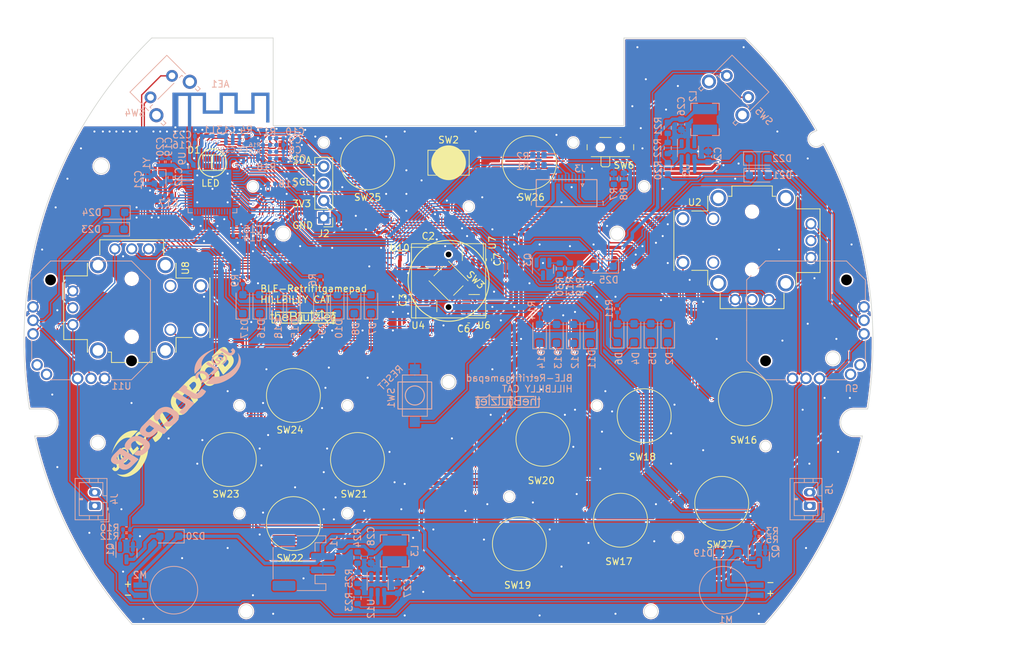
<source format=kicad_pcb>
(kicad_pcb (version 20240108) (generator "pcbnew") (generator_version "8.0")
  (layers (0 "F.Cu" signal) (31 "B.Cu" signal) (34 "B.Paste" user) (35 "F.Paste" user) (36 "B.SilkS" user "B.Silkscreen") (37 "F.SilkS" user "F.Silkscreen") (38 "B.Mask" user) (39 "F.Mask" user) (44 "Edge.Cuts" user))
  (net 0 "")
  (net 1 "Net-(AE1-A)")
  (net 2 "GND")
  (net 3 "/VUSB")
  (net 4 "+3V3")
  (net 5 "/EN")
  (net 6 "/IO5")
  (net 7 "/IO2")
  (net 8 "/IO1")
  (net 9 "/IO10")
  (net 10 "Net-(U9-VDD_SPI)")
  (net 11 "VDD3P3")
  (net 12 "Net-(U9-XTAL_N)")
  (net 13 "Net-(U9-XTAL_P)")
  (net 14 "/IO18")
  (net 15 "Net-(D2-K)")
  (net 16 "Net-(D2-A)")
  (net 17 "Net-(D4-K)")
  (net 18 "Net-(D5-K)")
  (net 19 "Net-(D6-K)")
  (net 20 "Net-(D7-K)")
  (net 21 "Net-(D10-A)")
  (net 22 "Net-(D8-K)")
  (net 23 "Net-(D9-K)")
  (net 24 "Net-(D10-K)")
  (net 25 "Net-(D11-K)")
  (net 26 "Net-(D11-A)")
  (net 27 "Net-(D12-K)")
  (net 28 "Net-(D13-K)")
  (net 29 "Net-(D14-K)")
  (net 30 "/SCL")
  (net 31 "/SDA")
  (net 32 "/CC1")
  (net 33 "Net-(J3-Pin_3)")
  (net 34 "Net-(J3-Pin_5)")
  (net 35 "/CC2")
  (net 36 "Net-(Q2-G)")
  (net 37 "/D+")
  (net 38 "/D-")
  (net 39 "/IO41")
  (net 40 "/IO16")
  (net 41 "/IO33")
  (net 42 "/IO17")
  (net 43 "/IO0")
  (net 44 "/IO15")
  (net 45 "/IO14")
  (net 46 "/IO48")
  (net 47 "/IO46")
  (net 48 "/IO13")
  (net 49 "/IO45")
  (net 50 "/IO39")
  (net 51 "/IO40")
  (net 52 "/IO42")
  (net 53 "/IO4")
  (net 54 "/IO8")
  (net 55 "/IO47")
  (net 57 "/IO7")
  (net 62 "/IO3")
  (net 63 "/IO9")
  (net 64 "/IO38")
  (net 65 "/IO6")
  (net 83 "Net-(D15-K)")
  (net 84 "Net-(D15-A)")
  (net 85 "Net-(D16-K)")
  (net 86 "Net-(D17-K)")
  (net 87 "Net-(D18-K)")
  (net 88 "Net-(D19-A)")
  (net 89 "Net-(D20-A)")
  (net 90 "Net-(Q1-G)")
  (net 91 "/V_AKKU")
  (net 92 "Net-(U3-SW)")
  (net 93 "Net-(U12-SW)")
  (net 94 "Net-(U3-EN)")
  (net 95 "Net-(U3-FB)")
  (net 96 "Net-(U12-EN)")
  (net 97 "Net-(U12-FB)")
  (net 98 "unconnected-(U3-NC-Pad5)")
  (net 99 "unconnected-(U12-NC-Pad5)")
  (net 100 "Net-(Q3-S)")
  (net 101 "Net-(D25-A)")
  (net 102 "Net-(D21-A)")
  (net 103 "Net-(D22-A)")
  (net 104 "Net-(D23-A)")
  (net 105 "Net-(D24-A)")
  (net 106 "Net-(Q3-D)")
  (net 107 "Net-(Q3-G)")
  (net 108 "Net-(D1-DOUT)")
  (footprint "Package_TO_SOT_SMD:SOT-23-6" (layer "F.Cu") (at 137.202019 90.931984 90)
    (property "Reference" "U4")
    (property "Value" "~")
  )
  (footprint "Package_TO_SOT_SMD:SOT-23-6" (layer "F.Cu") (at 144.102019 83.331983 -90)
    (property "Reference" "U7")
    (property "Value" "~")
  )
  (footprint "TheBrutzlers_Lib:RubberpadButton_250µ_250µ" (layer "F.Cu") (at 169.502019 107.131984 180)
    (property "Reference" "SW18")
    (property "Value" "SW_Push" (hide yes))
  )
  (footprint "Package_TO_SOT_SMD:SOT-23-6" (layer "F.Cu") (at 136.702019 83.731984)
    (property "Reference" "U10")
    (property "Value" "~")
  )
  (footprint "TheBrutzlers_Lib:RubberpadButton_250µ_250µ" (layer "F.Cu") (at 154.502019 110.631984 180)
    (property "Reference" "SW20")
    (property "Value" "SW_Push" (hide yes))
  )
  (footprint "TheBrutzlers_Lib:RubberpadButton_250µ_250µ" (layer "F.Cu") (at 117.502019 123.131984 180)
    (property "Reference" "SW22")
    (property "Value" "SW_Push" (hide yes))
  )
  (footprint "Button_Switch_SMD:SW_SPST_CK_RS282G05A3" (layer "F.Cu") (at 140.502019 69.631984 180)
    (property "Reference" "SW2")
    (property "Value" "SW_Push")
  )
  (footprint "Connector_PinHeader_2.54mm:PinHeader_1x04_P2.54mm_Vertical" (layer "F.Cu") (at 122 77.8 180)
    (property "Reference" "J2")
    (property "Value" "Conn_01x04_Pin")
  )
  (footprint "TheBrutzlers_Lib:RubberpadButton_250µ_250µ" (layer "F.Cu") (at 181.002019 120.131984 180)
    (property "Reference" "SW27")
    (property "Value" "SW_Push" (hide yes))
  )
  (footprint "TheBrutzlers_Lib:RubberpadButton_250µ_250µ" (layer "F.Cu") (at 184.502019 104.631984 180)
    (property "Reference" "SW16")
    (property "Value" "SW_Push" (hide yes))
  )
  (footprint "Resistor_SMD:R_0402_1005Metric" (layer "F.Cu") (at 143.5 93)
    (property "Reference" "C6")
    (property "Value" "1µ")
  )
  (footprint "Resistor_SMD:R_0402_1005Metric" (layer "F.Cu") (at 135 90 -90)
    (property "Reference" "C3")
    (property "Value" "1µ")
  )
  (footprint "TheBrutzlers_Lib:SW_RKJXV122400R" (layer "F.Cu") (at 93.527019 91.131984 90)
    (property "Reference" "U8")
    (property "Value" "~")
  )
  (footprint "TheBrutzlers_Lib:thebrutzler_10mm_mod" (layer "F.Cu") (at 119 92.5)
    (property "Reference" "G***" (hide yes))
    (property "Value" "LOGO" (hide yes))
  )
  (footprint "Button_Switch_SMD:SW_SPDT_PCM12" (layer "F.Cu") (at 164.5 67)
    (property "Reference" "SW6")
    (property "Value" "SW_DIP_x01")
  )
  (footprint "TheBrutzlers_Lib:EVQWJN" (layer "F.Cu") (at 140.502019 87.131985 180)
    (property "Reference" "REF**" (hide yes))
    (property "Value" "EVQWJN")
  )
  (footprint "TheBrutzlers_Lib:RubberpadButton_250µ_250µ" (layer "F.Cu") (at 117.502019 104.131984 180)
    (property "Reference" "SW24")
    (property "Value" "SW_Push" (hide yes))
  )
  (footprint "TheBrutzlers_Lib:RubberpadButton_250µ_250µ" (layer "F.Cu") (at 152.502018 69.631984 180)
    (property "Reference" "SW26")
    (property "Value" "SW_Push" (hide yes))
  )
  (footprint "EVQP6xB55:SW_Panasonic_EVQP6xB55" (layer "F.Cu") (at 140.502019 87.131985 -45)
    (property "Reference" "SW3")
    (property "Value" "SW_Push")
  )
  (footprint "Resistor_SMD:R_0402_1005Metric" (layer "F.Cu") (at 146.5 84 90)
    (property "Reference" "C7")
    (property "Value" "1µ")
  )
  (footprint "TheBrutzlers_Lib:RubberpadButton_250µ_250µ" (layer "F.Cu") (at 128.502019 69.631984)
    (property "Reference" "SW25")
    (property "Value" "SW_Push" (hide yes))
  )
  (footprint "TheBrutzlers_Lib:RubberpadButton_250µ_250µ" (layer "F.Cu") (at 127.002019 113.631984 180)
    (property "Reference" "SW21")
    (property "Value" "SW_Push" (hide yes))
  )
  (footprint "TheBrutzlers_Lib:RubberpadButton_250µ_250µ" (layer "F.Cu") (at 166.002019 122.631983 180)
    (property "Reference" "SW17")
    (property "Value" "SW_Push" (hide yes))
  )
  (footprint "TheBrutzlers_Lib:RubberpadButton_250µ_250µ" (layer "F.Cu") (at 151.002019 126.131984 180)
    (property "Reference" "SW19")
    (property "Value" "SW_Push" (hide yes))
  )
  (footprint "TheBrutzlers_Lib:LED_Cree-PLCC4_2x2mm_CCW" (layer "F.Cu") (at 105.5 69.631984)
    (property "Reference" "D1")
    (property "Value" "WS2812B_Geaendertes_Symbol")
  )
  (footprint "Package_TO_SOT_SMD:SOT-23-6" (layer "F.Cu") (at 144.302019 90.731984 180)
    (property "Reference" "U6")
    (property "Value" "~")
  )
  (footprint "TheBrutzlers_Lib:SW_RKJXV122400R" (layer "F.Cu") (at 185.502019 81.181984 -90)
    (property "Reference" "U2")
    (property "Value" "~")
  )
  (footprint "TheBrutzlers_Lib:RubberpadButton_250µ_250µ" (layer "F.Cu") (at 108.002019 113.631984 180)
    (property "Reference" "SW23")
    (property "Value" "SW_Push" (hide yes))
  )
  (footprint "TheBrutzlers_Lib:JLCPCB_LOGO" (layer "F.Cu") (at 99.5 106.5 45)
    (property "Reference" "G***" (hide yes))
    (property "Value" "LOGO" (hide yes))
  )
  (footprint "Resistor_SMD:R_0402_1005Metric" (layer "F.Cu") (at 137.5 81.5 180)
    (property "Reference" "C2")
    (property "Value" "1µ")
  )
  (footprint "Resistor_SMD:R_0402_1005Metric" (layer "B.Cu") (at 99.3 71.8 -90)
    (property "Reference" "C22")
    (property "Value" "15p")
  )
  (footprint "Resistor_SMD:R_0402_1005Metric" (layer "B.Cu") (at 113.5 69)
    (property "Reference" "R18")
    (property "Value" "100K")
  )
  (footprint "Resistor_SMD:R_0402_1005Metric" (layer "B.Cu") (at 186.5 124.5 180)
    (property "Reference" "R3")
    (property "Value" "10K")
  )
  (footprint "Connector_JST:JST_PH_B2B-PH-K_1x02_P2.00mm_Vertical" (layer "B.Cu") (at 88.05 120.5 90)
    (property "Reference" "J4")
    (property "Value" "Conn_01x02_Pin")
  )
  (footprint "Resistor_SMD:R_0402_1005Metric" (layer "B.Cu") (at 109.09 80.4 180)
    (property "Reference" "C14")
    (property "Value" "1µ")
  )
  (footprint "Resistor_SMD:R_0402_1005Metric" (layer "B.Cu") (at 110 65.7 180)
    (property "Reference" "R4")
    (property "Value" "10K")
  )
  (footprint "RF_Antenna:Texas_SWRA117D_2.4GHz_Left" (layer "B.Cu") (at 102.102019 64.381984 180)
    (property "Reference" "AE1")
    (property "Value" "Antenna_Shield")
  )
  (footprint "Battery:BatteryHolder_Seiko_MS621F" (layer "B.Cu") (at 186.218102 133)
    (property "Reference" "M1")
    (property "Value" "Motor_DC")
  )
  (footprint "Resistor_SMD:R_0603_1608Metric" (layer "B.Cu") (at 157 85.325 -90)
    (property "Reference" "R30")
    (property "Value" "4K7")
  )
  (footprint "Diode_SMD:D_SOD-123F" (layer "B.Cu") (at 186.5 71.5)
    (property "Reference" "D21")
    (property "Value" "D")
  )
  (footprint "Resistor_SMD:R_0603_1608Metric" (layer "B.Cu") (at 160 85.325 90)
    (property "Reference" "R19")
    (property "Value" "100K")
  )
  (footprint "Diode_SMD:D_SOD-123F" (layer "B.Cu") (at 110 90.6 90)
    (property "Reference" "D17")
    (property "Value" "D")
  )
  (footprint "Capacitor_SMD:C_0603_1608Metric" (layer "B.Cu") (at 129 128.175 -90)
    (property "Reference" "C28")
    (property "Value" "4µ7")
  )
  (footprint "Button_Switch_THT:SW_Tactile_SPST_Angled_PTS645Vx39-2LFS" (layer "B.Cu") (at 99.5 56.75 -135)
    (property "Reference" "SW4")
    (property "Value" "SW_Push")
  )
  (footprint "Resistor_SMD:R_0402_1005Metric" (layer "B.Cu") (at 108 66.7 180)
    (property "Reference" "C12")
    (property "Value" "1µ")
  )
  (footprint "Battery:BatteryHolder_Seiko_MS621F" (layer "B.Cu") (at 94.781898 133 180)
    (property "Reference" "M2")
    (property "Value" "Motor_DC")
  )
  (footprint "Resistor_SMD:R_0402_1005Metric" (layer "B.Cu") (at 121.5 87 -90)
    (property "Reference" "R6")
    (property "Value" "10K")
  )
  (footprint "Diode_SMD:D_SOD-123F" (layer "B.Cu") (at 168 94.9 90)
    (property "Reference" "D4")
    (property "Value" "D")
  )
  (footprint "Diode_SMD:D_SOD-123F" (layer "B.Cu") (at 115 90.6 90)
    (property "Reference" "D18")
    (property "Value" "D")
  )
  (footprint "Resistor_SMD:R_0402_1005Metric" (layer "B.Cu") (at 92.75 125)
    (property "Reference" "R12")
    (property "Value" "10K")
  )
  (footprint "Diode_SMD:D_SOD-123F" (layer "B.Cu") (at 165.5 94.9 90)
    (property "Reference" "D6")
    (property "Value" "D")
  )
  (footprint "Package_TO_SOT_SMD:SOT-23" (layer "B.Cu") (at 92.75 127.5 -90)
    (property "Reference" "Q1")
    (property "Value" "SI2302")
  )
  (footprint "Resistor_SMD:R_0402_1005Metric" (layer "B.Cu") (at 115.5 67)
    (property "Reference" "C9")
    (property "Value" "1n")
  )
  (footprint "Resistor_SMD:R_0402_1005Metric" (layer "B.Cu") (at 165.5 91.299999 -90)
    (property "Reference" "R11")
    (property "Value" "10K")
  )
  (footprint "Resistor_SMD:R_0402_1005Metric" (layer "B.Cu") (at 154 91.5 -90)
    (property "Reference" "R14")
    (property "Value" "10K")
  )
  (footprint "Resistor_SMD:R_0603_1608Metric" (layer "B.Cu") (at 127 134.175 -90)
    (property "Reference" "R23")
    (property "Value" "4K7")
  )
  (footprint "Resistor_SMD:R_0402_1005Metric" (layer "B.Cu") (at 113.5 68)
    (property "Reference" "R15")
    (property "Value" "100K")
  )
  (footprint "Resistor_SMD:R_0402_1005Metric" (layer "B.Cu") (at 108 65.7 180)
    (property "Reference" "C13")
    (property "Value" "100n")
  )
  (footprint "Diode_SMD:D_SOD-123F" (layer "B.Cu") (at 186.455 69)
    (property "Reference" "D22")
    (property "Value" "D")
  )
  (footprint "Resistor_SMD:R_0402_1005Metric" (layer "B.Cu") (at 114.25 72.75 180)
    (property "Reference" "C18")
    (property "Value" "100n")
  )
  (footprint "Diode_SMD:D_SOD-123F" (layer "B.Cu") (at 156.5 95 90)
    (property "Reference" "D13")
    (property "Value" "D")
  )
  (footprint "Diode_SMD:D_SOD-123F" (layer "B.Cu") (at 117.5 90.6 90)
    (property "Reference" "D15")
    (property "Value" "D")
  )
  (footprint "Resistor_SMD:R_0402_1005Metric" (layer "B.Cu") (at 110 87.1 -90)
    (property "Reference" "R9")
    (property "Value" "10K")
  )
  (footprint "Package_TO_SOT_SMD:SOT-23-6" (layer "B.Cu") (at 176 67.95 -90)
    (property "Reference" "U3")
    (property "Value" "MT3420C")
  )
  (footprint "Connector_JST:JST_PH_S2B-PH-SM4-TB_1x02-1MP_P2.00mm_Horizontal" (layer "B.Cu") (at 119 129 90)
    (property "Reference" "J1")
    (property "Value" "AKKU")
  )
  (footprint "Resistor_SMD:R_0603_1608Metric" (layer "B.Cu") (at 153.825 68.49)
    (property "Reference" "R2")
    (property "Value" "22")
  )
  (footprint "Button_Switch_THT:SW_Tactile_SPST_Angled_PTS645Vx39-2LFS" (layer "B.Cu") (at 184.942031 59.907289 135)
    (property "Reference" "SW5")
    (property "Value" "SW_Push")
  )
  (footprint "Resistor_SMD:R_0603_1608Metric" (layer "B.Cu") (at 165 72 -90)
    (property "Reference" "R7")
    (property "Value" "5K1")
  )
  (footprint "Resistor_SMD:R_0603_1608Metric" (layer "B.Cu") (at 158.5 85.325 90)
    (property "Reference" "R13")
    (property "Value" "100K")
  )
  (footprint "Resistor_SMD:R_0603_1608Metric" (layer "B.Cu") (at 127 131.175001 90)
    (property "Reference" "R25")
    (property "Value" "100K")
  )
  (footprint "Package_TO_SOT_SMD:SOT-23-6" (layer "B.Cu") (at 130 132.175 -90)
    (property "Reference" "U12")
    (property "Value" "MT3420C")
  )
  (footprint "Resistor_SMD:R_0603_1608Metric" (layer "B.Cu") (at 173 70.45 -90)
    (property "Reference" "R20")
    (property "Value" "4K7")
  )
  (footprint "Resistor_SMD:R_0402_1005Metric" (layer "B.Cu") (at 115.5 66)
    (property "Reference" "C10")
    (property "Value" "1n")
  )
  (footprint "Button_Switch_SMD:SW_SPST_CK_RS282G05A3" (layer "B.Cu") (at 135.50202 104.156984 -90)
    (property "Reference" "SW1")
    (property "Value" "SW_Push")
  )
  (footprint "Resistor_SMD:R_0402_1005Metric" (layer "B.Cu") (at 98 69.5 -90)
    (property "Reference" "C20")
    (property "Value" "1µ")
  )
  (footprint "Resistor_SMD:R_0402_1005Metric" (layer "B.Cu") (at 99 69.5 -90)
    (property "Reference" "C19")
    (property "Value" "100n")
  )
  (footprint "Diode_SMD:D_SOD-123F" (layer "B.Cu") (at 129 90.6 90)
    (property "Reference" "D7")
    (property "Value" "D")
  )
  (footprint "TheBrutzlers_Lib:FJ08K-S" (layer "B.Cu") (at 87.5 93 -90)
    (property "Reference" "U11")
    (property "Value" "~")
  )
  (footprint "TheBrutzlers_Lib:thebrutzler_10mm_mod" (layer "B.Cu") (at 149.25 105 180)
    (property "Reference" "G***" (hide yes))
    (property "Value" "LOGO" (hide yes))
  )
  (footprint "Resistor_SMD:R_0402_1005Metric" (layer "B.Cu") (at 92.75 124 180)
    (property "Reference" "R10")
    (property "Value" "10K")
  )
  (footprint "Resistor_SMD:R_0402_1005Metric" (layer "B.Cu") (at 115.5 68)
    (property "Reference" "C8")
    (property "Value" "1n")
  )
  (footprint "Diode_SMD:D_SOD-123F" (layer "B.Cu") (at 173 94.899999 90)
    (property "Reference" "D2")
    (property "Value" "D")
  )
  (footprint "Diode_SMD:D_SOD-123F" (layer "B.Cu") (at 161.5 95 90)
    (property "Reference" "D11")
    (property "Value" "D")
  )
  (footprint "Connector_JST:JST_PH_B2B-PH-K_1x02_P2.00mm_Vertical" (layer "B.Cu") (at 194.05 120.5 90)
    (property "Reference" "J5")
    (property "Value" "Conn_01x02_Pin")
  )
  (footprint "Diode_SMD:D_SOD-123F" (layer "B.Cu") (at 91 79.5 180)
    (property "Reference" "D23")
    (property "Value" "D")
  )
  (footprint "Diode_SMD:D_SOD-123F" (layer "B.Cu") (at 124 90.600001 90)
    (property "Reference" "D10")
    (property "Value" "D")
  )
  (footprint "Resistor_SMD:R_0603_1608Metric" (layer "B.Cu") (at 166.5 72 -90)
    (property "Reference" "R8")
    (property "Value" "5K1")
  )
  (footprint "Resistor_SMD:R_0402_1005Metric" (layer "B.Cu") (at 113.5 67)
    (property "Reference" "R16")
    (property "Value" "100K")
  )
  (footprint "Crystal:Crystal_SMD_2016-4Pin_2.0x1.6mm" (layer "B.Cu") (at 97.45 72 -90)
    (property "Reference" "Y1")
    (property "Value" "40MHz")
  )
  (footprint "Diode_SMD:D_SOD-123F" (layer "B.Cu") (at 121.5 90.6 90)
    (property "Reference" "D9")
    (property "Value" "D")
  )
  (footprint "Inductor_SMD:L_Bourns-SRN4018" (layer "B.Cu") (at 178.52 63.205 90)
    (property "Reference" "L2")
    (property "Value" "10µ")
  )
  (footprint "Diode_SMD:D_SOD-123F" (layer "B.Cu") (at 126.5 90.6 90)
    (property "Reference" "D8")
    (property "Value" "D")
  )
  (footprint "Inductor_SMD:L_0402_1005Metric" (layer "B.Cu") (at 106 65.7 180)
    (property "Reference" "L1")
    (property "Value" "2n2")
  )
  (footprint "Capacitor_SMD:C_0603_1608Metric" (layer "B.Cu") (at 179 68.725 90)
    (property "Reference" "C24")
    (property "Value" "4µ7")
  )
  (footprint "Resistor_SMD:R_0402_1005Metric" (layer "B.Cu") (at 115.5 69)
    (property "Reference" "C11")
    (property "Value" "1n")
  )
  (footprint "Package_TO_SOT_SMD:SOT-23" (layer "B.Cu") (at 186.5 128 -90)
    (property "Reference" "Q2")
    (property "Value" "SI2302")
  )
  (footprint "Diode_SMD:D_SOD-123F" (layer "B.Cu") (at 159 95 90)
    (property "Reference" "D12")
    (property "Value" "D")
  )
  (footprint "Diode_SMD:D_SOD-123F" (layer "B.Cu") (at 170.5 94.899999 90)
    (property "Reference" "D5")
    (property "Value" "D")
  )
  (footprint "Diode_SMD:D_SOD-123F" (layer "B.Cu") (at 112.5 90.6 90)
    (property "Reference" "D16")
    (property "Value" "D")
  )
  (footprint "Diode_SMD:D_SOD-123F" (layer "B.Cu") (at 182 127.5)
    (property "Reference" "D19")
    (property "Value" "D")
  )
  (footprint "Capacitor_SMD:C_0603_1608Metric" (layer "B.Cu") (at 175 63.949999 -90)
    (property "Reference" "C26")
    (property "Value" "4µ7")
  )
  (footprint "Diode_SMD:D_SOD-123F" (layer "B.Cu") (at 163.5 85 180)
    (property "Reference" "D25")
    (property "Value" "D")
  )
  (footprint "Resistor_SMD:R_0603_1608Metric" (layer "B.Cu") (at 127 128.175 -90)
    (property "Reference" "R24")
    (property "Value" "590K")
  )
  (footprint "Resistor_SMD:R_0402_1005Metric" (layer "B.Cu") (at 95.6 72.2 90)
    (property "Reference" "C21")
    (property "Value" "15p")
  )
  (footprint "Resistor_SMD:R_0603_1608Metric" (layer "B.Cu") (at 173 67.450001 90)
    (property "Reference" "R22")
    (property "Value" "100K")
  )
  (footprint "Resistor_SMD:R_0402_1005Metric" (layer "B.Cu") (at 110 66.7)
    (property "Reference" "C4")
    (property "Value" "1µ")
  )
  (footprint "Diode_SMD:D_SOD-123F" (layer "B.Cu") (at 99.1 125 180)
    (property "Reference" "D20")
    (property "Value" "D")
  )
  (footprint "Resistor_SMD:R_0603_1608Metric" (layer "B.Cu") (at 173 64.45 -90)
    (property "Reference" "R21")
    (property "Value" "430K")
  )
  (footprint "Resistor_SMD:R_0603_1608Metric" (layer "B.Cu") (at 153.825 70)
    (property "Reference" "R1")
    (property "Value" "22")
  )
  (footprint "Package_TO_SOT_SMD:SOT-23" (layer "B.Cu") (at 154.5 85.3875 -90)
    (property "Reference" "Q3")
    (property "Value" "PMOS")
  )
  (footprint "Resistor_SMD:R_0402_1005Metric" (layer "B.Cu") (at 98.990001 74.5)
    (property "Reference" "C17")
    (property "Value" "100n")
  )
  (footprint "Resistor_SMD:R_0402_1005Metric" (layer "B.Cu") (at 109.09 79.4 180)
    (property "Reference" "C15")
    (property "Value" "100n")
  )
  (footprint "Package_DFN_QFN:QFN-56-1EP_7x7mm_P0.4mm_EP5.6x5.6mm" (layer "B.Cu") (at 105.5 73.4375 -90)
    (property "Reference" "U9")
    (property "Value" "ESP32-S3")
  )
  (footprint "Inductor_SMD:L_Bourns-SRN4018" (layer "B.Cu") (at 132.5 127.175 90)
    (property "Reference" "L3")
    (property "Value" "10µ")
  )
  (footprint "Resistor_SMD:R_0402_1005Metric" (layer "B.Cu") (at 103.4 65.7)
    (property "Reference" "C23")
    (property "Value" "1µ")
  )
  (footprint "Capacitor_SMD:C_0603_1608Metric" (layer "B.Cu") (at 133 132.675 90)
    (property "Reference" "C27")
    (property "Value" "4µ7")
  )
  (footprint "Diode_SMD:D_SOD-123F" (layer "B.Cu") (at 91.1 77 180)
    (property "Reference" "D24")
    (property "Value" "D")
  )
  (footprint "Resistor_SMD:R_0402_1005Metric" (layer "B.Cu") (at 113.5 66)
    (property "Reference" "R17")
    (property "Value" "100K")
  )
  (footprint "TheBrutzlers_Lib:FJ08K-S" (layer "B.Cu") (at 193.5 93)
    (property "Reference" "U5")
    (property "Value" "~")
  )
  (footprint "Diode_SMD:D_SOD-123F" (layer "B.Cu") (at 154 95 90)
    (property "Reference" "D14")
    (property "Value" "D")
  )
  (footprint "Resistor_SMD:R_0402_1005Metric" (layer "B.Cu") (at 186.5 125.5)
    (property "Reference" "R5")
    (property "Value" "10K")
  )
  (footprint "Resistor_SMD:R_0402_1005Metric" (layer "B.Cu") (at 103.4 66.7)
    (property "Reference" "C16")
    (property "Value" "100n")
  )
  (footprint "TheBrutzlers_Lib:JLCPCB_LOGO" (layer "B.Cu") (at 100 106 -135)
    (property "Reference" "G***" (hide yes))
    (property "Value" "LOGO" (hide yes))
  )
  (footprint "Connector_FFC-FPC:TE_1-1734839-0_1x10-1MP_P0.5mm_Horizontal" (layer "B.Cu") (at 158.102019 73.306984 180)
    (property "Reference" "J3")
    (property "Value" "Conn_01x10_Shielded")
  )
  (gr_poly (pts (xy 162.502019 76.131984) (xy 153.502019 76.131984) (xy 153.502019 72.131984) (xy 162.502019 72.131984)) (stroke (width 0.15)) (fill none) (layer "B.SilkS"))
  (gr_poly (pts (xy 138.00202 106.131984) (xy 133.002019 106.131984) (xy 133.002019 102.131984) (xy 138.002019 102.131983)) (stroke (width 0.15)) (fill none) (layer "B.SilkS"))
  (gr_circle (center 135.502019 104.131984) (end 134.502019 103.131984) (stroke (width 0.15)) (fill none) (layer "B.SilkS"))
  (gr_circle (center 140.502019 69.631984) (end 138.002019 69.631984) (stroke (width 0.15)) (fill solid) (layer "F.SilkS"))
  (gr_circle (center 140.502019 87.131985) (end 134.502019 87.131984) (stroke (width 0.15)) (fill none) (layer "F.SilkS"))
  (gr_circle (center 105.502019 69.631984) (end 105.002019 67.631984) (stroke (width 0.15)) (fill none) (layer "F.SilkS"))
  (gr_line (start 80.502019 106.131984) (end 78.362019 106.131984) (stroke (width 0.1)) (layer "Edge.Cuts"))
  (gr_line (start 80.502019 110.131984) (end 79.142019 110.131985) (stroke (width 0.1)) (layer "Edge.Cuts"))
  (gr_line (start 114.502019 64.131984) (end 166.502019 64.131984) (stroke (width 0.1)) (layer "Edge.Cuts"))
  (gr_line (start 195.502019 67.131983) (end 196.108528 66.771859) (stroke (width 0.1)) (layer "Edge.Cuts"))
  (gr_circle (center 110.50202 136.131984) (end 109.502019 136.131984) (stroke (width 0.1)) (fill none) (layer "Edge.Cuts"))
  (gr_arc (start 201.862019 110.131984) (mid 196.419436 125.01611) (end 187.431289 138.068777) (stroke (width 0.1)) (layer "Edge.Cuts"))
  (gr_circle (center 125.5 121.6) (end 124.75 121.6) (stroke (width 0.1)) (fill none) (layer "Edge.Cuts"))
  (gr_line (start 194.502019 65.131985) (end 195.112019 64.861984) (stroke (width 0.1)) (layer "Edge.Cuts"))
  (gr_circle (center 162.502019 105.631984) (end 161.752019 105.631984) (stroke (width 0.1)) (fill none) (layer "Edge.Cuts"))
  (gr_circle (center 149.502019 119.131985) (end 148.752019 119.131985) (stroke (width 0.1)) (fill none) (layer "Edge.Cuts"))
  (gr_line (start 166.502019 51.131984) (end 184.502019 51.131984) (stroke (width 0.1)) (layer "Edge.Cuts"))
  (gr_arc (start 80.502019 106.131984) (mid 82.502019 108.131984) (end 80.502019 110.131984) (stroke (width 0.1)) (layer "Edge.Cuts"))
  (gr_circle (center 169.502019 73.131984) (end 168.752019 73.131984) (stroke (width 0.1)) (fill none) (layer "Edge.Cuts"))
  (gr_circle (center 140.502019 102.131983) (end 139.502019 102.131984) (stroke (width 0.15)) (fill none) (layer "Edge.Cuts"))
  (gr_circle (center 165.502019 80.131984) (end 164.502019 80.131984) (stroke (width 0.1)) (fill none) (layer "Edge.Cuts"))
  (gr_arc (start 196.108528 66.771859) (mid 202.575448 85.921271) (end 202.638788 106.133073) (stroke (width 0.1)) (layer "Edge.Cuts"))
  (gr_circle (center 143.502018 76.131984) (end 142.752019 76.131984) (stroke (width 0.1)) (fill none) (layer "Edge.Cuts"))
  (gr_circle (center 109.5 121.6) (end 108.75 121.6) (stroke (width 0.1)) (fill none) (layer "Edge.Cuts"))
  (gr_arc (start 184.502018 51.131985) (mid 190.285587 57.627489) (end 195.118464 64.858294) (stroke (width 0.1)) (layer "Edge.Cuts"))
  (gr_circle (center 170.502019 136.131983) (end 169.502019 136.131984) (stroke (width 0.1)) (fill none) (layer "Edge.Cuts"))
  (gr_line (start 114.502019 51.131984) (end 114.502019 64.131984) (stroke (width 0.1)) (layer "Edge.Cuts"))
  (gr_arc (start 200.632019 110.131984) (mid 198.632019 108.131984) (end 200.632019 106.131984) (stroke (width 0.1)) (layer "Edge.Cuts"))
  (gr_circle (center 125.5 105.6) (end 124.75 105.6) (stroke (width 0.1)) (fill none) (layer "Edge.Cuts"))
  (gr_line (start 166.502019 64.131984) (end 166.502019 51.131984) (stroke (width 0.1)) (layer "Edge.Cuts"))
  (gr_arc (start 93.572756 138.068772) (mid 84.584605 125.016109) (end 79.142019 110.131985) (stroke (width 0.1)) (layer "Edge.Cuts"))
  (gr_arc (start 195.502019 67.131983) (mid 194.00202 66.631984) (end 194.502019 65.131985) (stroke (width 0.1)) (layer "Edge.Cuts"))
  (gr_circle (center 88.502019 111.131984) (end 87.502019 111.131984) (stroke (width 0.1)) (fill none) (layer "Edge.Cuts"))
  (gr_circle (center 89.002019 70.131984) (end 88.502019 69.131984) (stroke (width 0.1)) (fill none) (layer "Edge.Cuts"))
  (gr_line (start 96.50202 51.131985) (end 114.502019 51.131984) (stroke (width 0.1)) (layer "Edge.Cuts"))
  (gr_line (start 201.862019 110.131984) (end 200.632019 110.131984) (stroke (width 0.1)) (layer "Edge.Cuts"))
  (gr_circle (center 187.502019 111.631984) (end 186.752019 111.631984) (stroke (width 0.1)) (fill none) (layer "Edge.Cuts"))
  (gr_circle (center 116.002019 80.131984) (end 116.002018 79.131984) (stroke (width 0.1)) (fill none) (layer "Edge.Cuts"))
  (gr_circle (center 111.502019 73.131984) (end 110.752019 73.131984) (stroke (width 0.1)) (fill none) (layer "Edge.Cuts"))
  (gr_circle (center 122.002019 66.631984) (end 121.252019 66.631984) (stroke (width 0.1)) (fill none) (layer "Edge.Cuts"))
  (gr_circle (center 159.002019 66.631984) (end 158.252019 66.631984) (stroke (width 0.1)) (fill none) (layer "Edge.Cuts"))
  (gr_arc (start 78.362019 106.131984) (mid 80.72873 76.42073) (end 96.499911 51.129827) (stroke (width 0.1)) (layer "Edge.Cuts"))
  (gr_circle (center 197.502019 98.631984) (end 196.502019 98.631984) (stroke (width 0.1)) (fill none) (layer "Edge.Cuts"))
  (gr_circle (center 109.5 105.6) (end 108.75 105.6) (stroke (width 0.1)) (fill none) (layer "Edge.Cuts"))
  (gr_circle (center 174.502019 125.131984) (end 173.752019 125.131984) (stroke (width 0.1)) (fill none) (layer "Edge.Cuts"))
  (gr_line (start 187.431279 138.068768) (end 93.573052 138.068507) (stroke (width 0.1)) (layer "Edge.Cuts"))
  (gr_line (start 202.638788 106.133073) (end 200.632019 106.131984) (stroke (width 0.1)) (layer "Edge.Cuts"))
  (gr_text "BLE-Retrifitgamepad\nHILLBILLY CAT" (at 159 103.75 0) (layer "B.SilkS") (effects (font (size 1 1)) (justify left bottom mirror)))
  (gr_text "RESET" (at 134 100.25 45) (layer "B.SilkS") (effects (font (size 1 1)) (justify left bottom mirror)))
  (gr_text "LED" (at 103.75 73.25 0) (layer "F.SilkS") (effects (font (size 1 1)) (justify left bottom)))
  (gr_text "BLE-Retrifitgamepad\nHILLBILLY CAT" (at 112.5 90.5 0) (layer "F.SilkS") (effects (font (size 1 1)) (justify left bottom)))
  (gr_text "+\n-" (at 92.25 134.25 0) (layer "F.SilkS") (effects (font (size 1 1)) (justify left bottom)))
  (gr_text "SDA\n\nSCL\n\n3V3\n\nGND" (at 117.25 79.5 0) (layer "F.SilkS") (effects (font (size 1 1)) (justify left bottom)))
  (gr_text "-\n+" (at 187.5 134 0) (layer "F.SilkS") (effects (font (size 1 1)) (justify left bottom)))
  (segment (start 102.439261 70.137147) (end 102.439261 69.539261) (width 0.2) (layer "B.Cu") (net 1))
  (segment (start 102.439261 69.539261) (end 102.102019 69.202019) (width 0.2) (layer "B.Cu") (net 1))
  (segment (start 102.102019 69.202019) (end 102.102019 64.381984) (width 0.5) (layer "B.Cu") (net 1))
  (segment (start 102.6 70.1) (end 102.6 69.7) (width 0.5) (layer "B.Cu") (net 1))
  (segment (start 102.9 70) (end 102.9 70.3) (width 0.2) (layer "B.Cu") (net 1))
  (segment (start 102.6 69.7) (end 102.102019 69.202019) (width 0.5) (layer "B.Cu") (net 1))
  (arc (start 102.9 70.3) (mid 102.656001 70.257664) (end 102.439261 70.137147) (width 0.2) (layer "B.Cu") (net 1))
  (segment (start 146.459483 84.469483) (end 146.5 84.51) (width 0.2) (layer "F.Cu") (net 2))
  (segment (start 142.99 93) (end 142.99 93.01) (width 0.2) (layer "F.Cu") (net 2))
  (segment (start 134 89.5) (end 134.01 89.49) (width 0.2) (layer "F.Cu") (net 2))
  (segment (start 137.839519 83.731984) (end 137.839519 81.670481) (width 0.2) (layer "F.Cu") (net 2))
  (segment (start 134.01 89.49) (end 135 89.49) (width 0.2) (layer "F.Cu") (net 2))
  (segment (start 138.01 81.5) (end 138.51 81) (width 0.2) (layer "F.Cu") (net 2))
  (segment (start 146.5 84.51) (end 147.24 84.51) (width 0.2) (layer "F.Cu") (net 2))
  (segment (start 138.51 81) (end 138.75 81) (width 0.2) (layer "F.Cu") (net 2))
  (segment (start 144.102019 84.469483) (end 146.459483 84.469483) (width 0.2) (layer "F.Cu") (net 2))
  (segment (start 142.99 93.01) (end 142.25 93.75) (width 0.2) (layer "F.Cu") (net 2))
  (segment (start 137.839519 81.670481) (end 138.01 81.5) (width 0.2) (layer "F.Cu") (net 2))
  (segment (start 147.24 84.51) (end 147.25 84.5) (width 0.2) (layer "F.Cu") (net 2))
  (segment (start 143.164519 92.825481) (end 142.99 93) (width 0.2) (layer "F.Cu") (net 2))
  (segment (start 143.164519 90.731984) (end 143.164519 92.825481) (width 0.2) (layer "F.Cu") (net 2))
  (segment (start 137.202019 89.794484) (end 135.304484 89.794484) (width 0.2) (layer "F.Cu") (net 2))
  (segment (start 135.304484 89.794484) (end 135 89.49) (width 0.2) (layer "F.Cu") (net 2))
  (segment (start 102.869535 68.881984) (end 102.785026 68.966493) (width 0.2) (layer "F.Cu") (net 2))
  (via (at 107.75 75.5) (size 0.4) (drill 0.3) (layers "F.Cu" "B.Cu") (net 2))
  (via (at 82.5 114.75) (size 0.4) (drill 0.3) (layers "F.Cu" "B.Cu") (net 2))
  (via (at 157.25 75.5) (size 0.4) (drill 0.3) (layers "F.Cu" "B.Cu") (net 2))
  (via (at 120 94.5) (size 0.4) (drill 0.3) (layers "F.Cu" "B.Cu") (net 2))
  (via (at 138.5 77.25) (size 0.4) (drill 0.3) (layers "F.Cu" "B.Cu") (net 2))
  (via (at 183.5 69.75) (size 0.4) (drill 0.3) (layers "F.Cu" "B.Cu") (net 2))
  (via (at 140.25 75.25) (size 0.4) (drill 0.3) (layers "F.Cu" "B.Cu") (net 2))
  (via (at 150.75 74.75) (size 0.4) (drill 0.3) (layers "F.Cu" "B.Cu") (net 2))
  (via (at 143.25 80.5) (size 0.4) (drill 0.3) (layers "F.Cu" "B.Cu") (net 2))
  (via (at 128 121.25) (size 0.4) (drill 0.3) (layers "F.Cu" "B.Cu") (net 2))
  (via (at 100 65) (size 0.4) (drill 0.3) (layers "F.Cu" "B.Cu") (net 2))
  (via (at 144.5 65) (size 0.4) (drill 0.3) (layers "F.Cu" "B.Cu") (net 2))
  (via (at 163 115) (size 0.4) (drill 0.3) (layers "F.Cu" "B.Cu") (net 2))
  (via (at 127 74.75) (size 0.4) (drill 0.3) (layers "F.Cu" "B.Cu") (net 2))
  (via (at 138.75 81) (size 0.4) (drill 0.3) (layers "F.Cu" "B.Cu") (net 2))
  (via (at 172.25 80.5) (size 0.4) (drill 0.3) (layers "F.Cu" "B.Cu") (net 2))
  (via (at 109.75 69.25) (size 0.4) (drill 0.3) (layers "F.Cu" "B.Cu") (net 2))
  (via (at 82.25 76.25) (size 0.4) (drill 0.3) (layers "F.Cu" "B.Cu") (net 2))
  (via (at 147 100.25) (size 0.4) (drill 0.3) (layers "F.Cu" "B.Cu") (net 2))
  (via (at 127.75 94.5) (size 0.4) (drill 0.3) (layers "F.Cu" "B.Cu") (net 2))
  (via (at 104 64.75) (size 0.4) (drill 0.3) (layers "F.Cu" "B.Cu") (net 2))
  (via (at 134 65) (size 0.4) (drill 0.3) (layers "F.Cu" "B.Cu") (net 2))
  (via (at 119.25 78) (size 0.4) (drill 0.3) (layers "F.Cu" "B.Cu") (net 2))
  (via (at 126.75 77.5) (size 0.4) (drill 0.3) (layers "F.Cu" "B.Cu") (net 2))
  (via (at 99 110.5) (size 0.4) (drill 0.3) (layers "F.Cu" "B.Cu") (net 2))
  (via (at 101 128.25) (size 0.4) (drill 0.3) (layers "F.Cu" "B.Cu") (net 2))
  (via (at 150.25 80.25) (size 0.4) (drill 0.3) (layers "F.Cu" "B.Cu") (net 2))
  (via (at 193.75 93.5) (size 0.4) (drill 0.3) (layers "F.Cu" "B.Cu") (net 2))
  (via (at 132.25 89.5) (size 0.4) (drill 0.3) (layers "F.Cu" "B.Cu") (net 2))
  (via (at 154 136.75) (size 0.4) (drill 0.3) (layers "F.Cu" "B.Cu") (net 2))
  (via (at 161.75 70.5) (size 0.4) (drill 0.3) (layers "F.Cu" "B.Cu") (net 2))
  (via (at 164 79) (size 0.4) (drill 0.3) (layers "F.Cu" "B.Cu") (net 2))
  (via (at 115.75 95.5) (size 0.4) (drill 0.3) (layers "F.Cu" "B.Cu") (net 2))
  (via (at 147.25 88.75) (size 0.4) (drill 0.3) (layers "F.Cu" "B.Cu") (net 2))
  (via (at 108.75 87.5) (size 0.4) (drill 0.3) (layers "F.Cu" "B.Cu") (net 2))
  (via (at 113 105.25) (size 0.4) (drill 0.3) (layers "F.Cu" "B.Cu") (net 2))
  (via (at 92.25 130.25) (size 0.4) (drill 0.3) (layers "F.Cu" "B.Cu") (net 2))
  (via (at 105.5 73.4995) (size 0.4) (drill 0.3) (layers "F.Cu" "B.Cu") (net 2))
  (via (at 134 136.75) (size 0.4) (drill 0.3) (layers "F.Cu" "B.Cu") (net 2))
  (via (at 101.835614 69.854147) (size 0.4) (drill 0.3) (layers "F.Cu" "B.Cu") (net 2))
  (via (at 108.75 85.5) (size 0.4) (drill 0.3) (layers "F.Cu" "B.Cu") (net 2))
  (via (at 200.25 92.25) (size 0.4) (drill 0.3) (layers "F.Cu" "B.Cu") (net 2))
  (via (at 183 72) (size 0.4) (drill 0.3) (layers "F.Cu" "B.Cu") (net 2))
  (via (at 180.25 72.25) (size 0.4) (drill 0.3) (layers "F.Cu" "B.Cu") (net 2))
  (via (at 198 95.75) (size 0.4) (drill 0.3) (layers "F.Cu" "B.Cu") (net 2))
  (via (at 113 121.5) (size 0.4) (drill 0.3) (layers "F.Cu" "B.Cu") (net 2))
  (via (at 169.25 82) (size 0.4) (drill 0.3) (layers "F.Cu" "B.Cu") (net 2))
  (via (at 174.5 58.25) (size 0.4) (drill 0.3) (layers "F.Cu" "B.Cu") (net 2))
  (via (at 108.75 64.75) (size 0.4) (drill 0.3) (layers "F.Cu" "B.Cu") (net 2))
  (via (at 98.75 65) (size 0.4) (drill 0.3) (layers "F.Cu" "B.Cu") (net 2))
  (via (at 157.75 107) (size 0.4) (drill 0.3) (layers "F.Cu" "B.Cu") (net 2))
  (via (at 128.5 101.5) (size 0.4) (drill 0.3) (layers "F.Cu" "B.Cu") (net 2))
  (via (at 97.75 65) (size 0.4) (drill 0.3) (layers "F.Cu" "B.Cu") (net 2))
  (via (at 122 115.5) (size 0.4) (drill 0.3) (layers "F.Cu" "B.Cu") (net 2))
  (via (at 94.25 76.25) (size 0.4) (drill 0.3) (layers "F.Cu" "B.Cu") (net 2))
  (via (at 109.25 81.5) (size 0.4) (drill 0.3) (layers "F.Cu" "B.Cu") (net 2))
  (via (at 104 110.75) (size 0.4) (drill 0.3) (layers "F.Cu" "B.Cu") (net 2))
  (via (at 155.5 124) (size 0.4) (drill 0.3) (layers "F.Cu" "B.Cu") (net 2))
  (via (at 128.75 85) (size 0.4) (drill 0.3) (layers "F.Cu" "B.Cu") (net 2))
  (via (at 104.25 81.25) (size 0.4) (drill 0.3) (layers "F.Cu" "B.Cu") (net 2))
  (via (at 107.75 71.25) (size 0.4) (drill 0.3) (layers "F.Cu" "B.Cu") (net 2))
  (via (at 163.25 109.5) (size 0.4) (drill 0.3) (layers "F.Cu" "B.Cu") (net 2))
  (via (at 171 125.75) (size 0.4) (drill 0.3) (layers "F.Cu" "B.Cu") (net 2))
  (via (at 155.5 91) (size 0.4) (drill 0.3) (layers "F.Cu" "B.Cu") (net 2))
  (via (at 102.785026 68.966493) (size 0.4) (drill 0.3) (layers "F.Cu" "B.Cu") (net 2))
  (via (at 132.25 94.5) (size 0.4) (drill 0.3) (layers "F.Cu" "B.Cu") (net 2))
  (via (at 189.25 65) (size 0.4) (drill 0.3) (layers "F.Cu" "B.Cu") (net 2))
  (via (at 157.25 129.5) (size 0.4) (drill 0.3) (layers "F.Cu" "B.Cu") (net 2))
  (via (at 159.25 106.25) (size 0.4) (drill 0.3) (layers "F.Cu" "B.Cu") (net 2))
  (via (at 161 98) (size 0.4) (drill 0.3) (layers "F.Cu" "B.Cu") (net 2))
  (via (at 114.75 81.75) (size 0.4) (drill 0.3) (layers "F.Cu" "B.Cu") (net 2))
  (via (at 178.25 90.25) (size 0.4) (drill 0.3) (layers "F.Cu" "B.Cu") (net 2))
  (via (at 177.5 67.95) (size 0.4) (drill 0.3) (layers "F.Cu" "B.Cu") (net 2))
  (via (at 157.5 92.25) (size 0.4) (drill 0.3) (layers "F.Cu" "B.Cu") (net 2))
  (via (at 154.5 84.5) (size 0.4) (drill 0.3) (layers "F.Cu" "B.Cu") (net 2))
  (via (at 171.25 81.5) (size 0.4) (drill 0.3) (layers "F.Cu" "B.Cu") (net 2))
  (via (at 112.5 69.5) (size 0.4) (drill 0.3) (layers "F.Cu" "B.Cu") (net 2))
  (via (at 116.75 69.5) (size 0.4) (drill 0.3) (layers "F.Cu" "B.Cu") (net 2))
  (via (at 111.25 93.25) (size 0.4) (drill 0.3) (layers "F.Cu" "B.Cu") (net 2))
  (via (at 163.75 103.5) (size 0.4) (drill 0.3) (layers "F.Cu" "B.Cu") (net 2))
  (via (at 159 111.75) (size 0.4) (drill 0.3) (layers "F.Cu" "B.Cu") (net 2))
  (via (at 145.75 125.5) (size 0.4) (drill 0.3) (layers "F.Cu" "B.Cu") (net 2))
  (via (at 143 121.25) (size 0.4) (drill 0.3) (layers "F.Cu" "B.Cu") (net 2))
  (via (at 86 67.5) (size 0.4) (drill 0.3) (layers "F.Cu" "B.Cu") (net 2))
  (via (at 146.25 120.25) (size 0.4) (drill 0.3) (layers "F.Cu" "B.Cu") (net 2))
  (via (at 138.25 124) (size 0.4) (drill 0.3) (layers "F.Cu" "B.Cu") (net 2))
  (via (at 156.5 65.5) (size 0.4) (drill 0.3) (layers "F.Cu" "B.Cu") (net 2))
  (via (at 112.7005 73.5005) (size 0.4) (drill 0.3) (layers "F.Cu" "B.Cu") (net 2))
  (via (at 130.5 82.25) (size 0.4) (drill 0.3) (layers "F.Cu" "B.Cu") (net 2))
  (via (at 89.25 65) (size 0.4) (drill 0.3) (layers "F.Cu" "B.Cu") (net 2))
  (via (at 154.25 103.25) (size 0.4) (drill 0.3) (layers "F.Cu" "B.Cu") (net 2))
  (via (at 158.75 73.25) (size 0.4) (drill 0.3) (layers "F.Cu" "B.Cu") (net 2))
  (via (at 147.25 84.5) (size 0.4) (drill 0.3) (layers "F.Cu" "B.Cu") (net 2))
  (via (at 88 65) (size 0.4) (drill 0.3) (layers "F.Cu" "B.Cu") (net 2))
  (via (at 165.25 89.5) (size 0.4) (drill 0.3) (layers "F.Cu" "B.Cu") (net 2))
  (via (at 109.75 78.75) (size 0.4) (drill 0.3) (layers "F.Cu" "B.Cu") (net 2))
  (via (at 115 64.6005) (size 0.4) (drill 0.3) (layers "F.Cu" "B.Cu") (net 2))
  (via (at 97.25 69) (size 0.4) (drill 0.3) (layers "F.Cu" "B.Cu") (net 2))
  (via (at 96.5 77.745329) (size 0.4) (drill 0.3) (layers "F.Cu" "B.Cu") (net 2))
  (via (at 169.25 67.5) (size 0.4) (drill 0.3) (layers "F.Cu" "B.Cu") (net 2))
  (via (at 168.25 83.25) (size 0.4) (drill 0.3) (layers "F.Cu" "B.Cu") (net 2))
  (via (at 189.5 82.5) (size 0.4) (drill 0.3) (layers "F.Cu" "B.Cu") (net 2))
  (via (at 94.25 65) (size 0.4) (drill 0.3) (layers "F.Cu" "B.Cu") (net 2))
  (via (at 97.5 77.75) (size 0.4) (drill 0.3) (layers "F.Cu" "B.Cu") (net 2))
  (via (at 111.5 82.75) (size 0.4) (drill 0.3) (layers "F.Cu" "B.Cu") (net 2))
  (via (at 178.25 112.25) (size 0.4) (drill 0.3) (layers "F.Cu" "B.Cu") (net 2))
  (via (at 173 78.75) (size 0.4) (drill 0.3) (layers "F.Cu" "B.Cu") (net 2))
  (via (at 176.25 87) (size 0.4) (drill 0.3) (layers "F.Cu" "B.Cu") (net 2))
  (via (at 103 64.75) (size 0.4) (drill 0.3) (layers "F.Cu" "B.Cu") (net 2))
  (via (at 120.5 71.5) (size 0.4) (drill 0.3) (layers "F.Cu" "B.Cu") (net 2))
  (via (at 152.5 87.5) (size 0.4) (drill 0.3) (layers "F.Cu" "B.Cu") (net 2))
  (via (at 132.25 91.75) (size 0.4) (drill 0.3) (layers "F.Cu" "B.Cu") (net 2))
  (via (at 102.5 78) (size 0.4) (drill 0.3) (layers "F.Cu" "B.Cu") (net 2))
  (via (at 111.5 80.5) (size 0.4) (drill 0.3) (layers "F.Cu" "B.Cu") (net 2))
  (via (at 113.75 110) (size 0.4) (drill 0.3) (layers "F.Cu" "B.Cu") (net 2))
  (via (at 112.5 124.75) (size 0.4) (drill 0.3) (layers "F.Cu" "B.Cu") (net 2))
  (via (at 198.25 112.5) (size 0.4) (drill 0.3) (layers "F.Cu" "B.Cu") (net 2))
  (via (at 113.5 64.75) (size 0.4) (drill 0.3) (layers "F.Cu" "B.Cu") (net 2))
  (via (at 112.25 66) (size 0.4) (drill 0.3) (layers "F.Cu" "B.Cu") (net 2))
  (via (at 107.75 126.75) (size 0.4) (drill 0.3) (layers "F.Cu" "B.Cu") (net 2))
  (via (at 169.75 57.25) (size 0.4) (drill 0.3) (layers "F.Cu" "B.Cu") (net 2))
  (via (at 132.5 117) (size 0.4) (drill 0.3) (layers "F.Cu" "B.Cu") (net 2))
  (via (at 94.75 125) (size 0.4) (drill 0.3) (layers "F.Cu" "B.Cu") (net 2))
  (via (at 103.25 114.25) (size 0.4) (drill 0.3) (layers "F.Cu" "B.Cu") (net 2))
  (via (at 84 72) (size 0.4) (drill 0.3) (layers "F.Cu" "B.Cu") (net 2))
  (via (at 180.25 95.75) (size 0.4) (drill 0.3) (layers "F.Cu" "B.Cu") (net 2))
  (via (at 173.5 114.25) (size 0.4) (drill 0.3) (layers "F.Cu" "B.Cu") (net 2))
  (via (at 124.5 66) (size 0.4) (drill 0.3) (layers "F.Cu" "B.Cu") (net 2))
  (via (at 133.5 121) (size 0.4) (drill 0.3) (layers "F.Cu" "B.Cu") (net 2))
  (via (at 80.25 82.5) (size 0.4) (drill 0.3) (layers "F.Cu" "B.Cu") (net 2))
  (via (at 106.238957 79.011043) (size 0.4) (drill 0.3) (layers "F.Cu" "B.Cu") (net 2))
  (via (at 148.25 93) (size 0.4) (drill 0.3) (layers "F.Cu" "B.Cu") (net 2))
  (via (at 159.5 118.75) (size 0.4) (drill 0.3) (layers "F.Cu" "B.Cu") (net 2))
  (via (at 93.5 105.25) (size 0.4) (drill 0.3) (layers "F.Cu" "B.Cu") (net 2))
  (via (at 112.25 87.5) (size 0.4) (drill 0.3) (layers "F.Cu" "B.Cu") (net 2))
  (via (at 82.5 91.5) (size 0.4) (drill 0.3) (layers "F.Cu" "B.Cu") (net 2))
  (via (at 196.25 104.5) (size 0.4) (drill 0.3) (layers "F.Cu" "B.Cu") (net 2))
  (via (at 172.25 73.5) (size 0.4) (drill 0.3) (layers "F.Cu" "B.Cu") (net 2))
  (via (at 131.25 74.25) (size 0.4) (drill 0.3) (layers "F.Cu" "B.Cu") (net 2))
  (via (at 181.25 70) (size 0.4) (drill 0.3) (layers "F.Cu" "B.Cu") (net 2))
  (via (at 95.25 137.25) (size 0.4) (drill 0.3) (layers "F.Cu" "B.Cu") (net 2))
  (via (at 123.75 119.25) (size 0.4) (drill 0.3) (layers "F.Cu" "B.Cu") (net 2))
  (via (at 141 110.5) (size 0.4) (drill 0.3) (layers "F.Cu" "B.Cu") (net 2))
  (via (at 101.25 65) (size 0.4) (drill 0.3) (layers "F.Cu" "B.Cu") (net 2))
  (via (at 119.25 64.75) (size 0.4) (drill 0.3) (layers "F.Cu" "B.Cu") (net 2))
  (via (at 158 88.25) (size 0.4) (drill 0.3) (layers "F.Cu" "B.Cu") (net 2))
  (via (at 139.75 93.75) (size 0.4) (drill 0.3) (layers "F.Cu" "B.Cu") (net 2))
  (via (at 118.5 93.5) (size 0.4) (drill 0.3) (layers "F.Cu" "B.Cu") (net 2))
  (via (at 92.25 65) (size 0.4) (drill 0.3) (layers "F.Cu" "B.Cu") (net 2))
  (via (at 124.75 73.25) (size 0.4) (drill 0.3) (layers "F.Cu" "B.Cu") (net 2))
  (via (at 134.25 70.75) (size 0.4) (drill 0.3) (layers "F.Cu" "B.Cu") (net 2))
  (via (at 112.75 114.5) (size 0.4) (drill 0.3) (layers "F.Cu" "B.Cu") (net 2))
  (via (at 200 104.5) (size 0.4) (drill 0.3) (layers "F.Cu" "B.Cu") (net 2))
  (via (at 94.25 77.75) (size 0.4) (drill 0.3) (layers "F.Cu" "B.Cu") (net 2))
  (via (at 134 117.25) (size 0.4) (drill 0.3) (layers "F.Cu" "B.Cu") (net 2))
  (via (at 123.25 94.5) (size 0.4) (drill 0.3) (layers "F.Cu" "B.Cu") (net 2))
  (via (at 193.5 126.75) (size 0.4) (drill 0.3) (layers "F.Cu" "B.Cu") (net 2))
  (via (at 134.5 86) (size 0.4) (drill 0.3) (layers "F.Cu" "B.Cu") (net 2))
  (via (at 146.75 107) (size 0.4) (drill 0.3) (layers "F.Cu" "B.Cu") (net 2))
  (via (at 122.5 112) (size 0.4) (drill 0.3) (layers "F.Cu" "B.Cu") (net 2))
  (via (at 190 96) (size 0.4) (drill 0.3) (layers "F.Cu" "B.Cu") (net 2))
  (via (at 165.25 136.5) (size 0.4) (drill 0.3) (layers "F.Cu" "B.Cu") (net 2))
  (via (at 107.75 103.5) (size 0.4) (drill 0.3) (layers "F.Cu" "B.Cu") (net 2))
  (via (at 150.25 91) (size 0.4) (drill 0.3) (layers "F.Cu" "B.Cu") (net 2))
  (via (at 104.25 89.5) (size 0.4) (drill 0.3) (layers "F.Cu" "B.Cu") (net 2))
  (via (at 153 120) (size 0.4) (drill 0.3) (layers "F.Cu" "B.Cu") (net 2))
  (via (at 121.75 95.5) (size 0.4) (drill 0.3) (layers "F.Cu" "B.Cu") (net 2))
  (via (at 122 121) (size 0.4) (drill 0.3) (layers "F.Cu" "B.Cu") (net 2))
  (via (at 147 91) (size 0.4) (drill 0.3) (layers "F.Cu" "B.Cu") (net 2))
  (via (at 135.25 125.25) (size 0.4) (drill 0.3) (layers "F.Cu" "B.Cu") (net 2))
  (via (at 194.75 86.75) (size 0.4) (drill 0.3) (layers "F.Cu" "B.Cu") (net 2))
  (via (at 185.25 122) (size 0.4) (drill 0.3) (layers "F.Cu" "B.Cu") (net 2))
  (via (at 93.25 65) (size 0.4) (drill 0.3) (layers "F.Cu" "B.Cu") (net 2))
  (via (at 150.25 81.75) (size 0.4) (drill 0.3) (layers "F.Cu" "B.Cu") (net 2))
  (via (at 198.5 90.5) (size 0.4) (drill 0.3) (layers "F.Cu" "B.Cu") (net 2))
  (via (at 173 84.5) (size 0.4) (drill 0.3) (layers "F.Cu" "B.Cu") (net 2))
  (via (at 92.25 83.5) (size 0.4) (drill 0.3) (layers "F.Cu" "B.Cu") (net 2))
  (via (at 107.25 78) (size 0.4) (drill 0.3) (layers "F.Cu" "B.Cu") (net 2))
  (via (at 186.5 136.5) (size 0.4) (drill 0.3) (layers "F.Cu" "B.Cu") (net 2))
  (via (at 113.5 100.25) (size 0.4) (drill 0.3) (layers "F.Cu" "B.Cu") (net 2))
  (via (at 87.25 124.5) (size 0.4) (drill 0.3) (layers "F.Cu" "B.Cu") (net 2))
  (via (at 81.75 104) (size 0.4) (drill 0.3) (layers "F.Cu" "B.Cu") (net 2))
  (via (at 194 114.25) (size 0.4) (drill 0.3) (layers "F.Cu" "B.Cu") (net 2))
  (via (at 118.75 67) (size 0.4) (drill 0.3) (layers "F.Cu" "B.Cu") (net 2))
  (via (at 142.25 93.75) (size 0.4) (drill 0.3) (layers "F.Cu" "B.Cu") (net 2))
  (via (at 167.75 61.25) (size 0.4) (drill 0.3) (layers "F.Cu" "B.Cu") (net 2))
  (via (at 114.5 136.5) (size 0.4) (drill 0.3) (layers "F.Cu" "B.Cu") (net 2))
  (via (at 92 121) (size 0.4) (drill 0.3) (layers "F.Cu" "B.Cu") (net 2))
  (via (at 116.25 109.5) (size 0.4) (drill 0.3) (layers "F.Cu" "B.Cu") (net 2))
  (via (at 128.25 79.5) (size 0.4) (drill 0.3) (layers "F.Cu" "B.Cu") (net 2))
  (via (at 103.75 79) (size 0.4) (drill 0.3) (layers "F.Cu" "B.Cu") (net 2))
  (via (at 105.5 71.75) (size 0.4) (drill 0.3) (layers "F.Cu" "B.Cu") (net 2))
  (via (at 118.5 69.25) (size 0.4) (drill 0.3) (layers "F.Cu" "B.Cu") (net 2))
  (via (at 131.75 112.5) (size 0.4) (drill 0.3) (layers "F.Cu" "B.Cu") (net 2))
  (via (at 119 72.5) (size 0.4) (drill 0.3) (layers "F.Cu" "B.Cu") (net 2))
  (via (at 172 90) (size 0.4) (drill 0.3) (layers "F.Cu" "B.Cu") (net 2))
  (via (at 122.25 103) (size 0.4) (drill 0.3) (layers "F.Cu" "B.Cu") (net 2))
  (via (at 134.5 92) (size 0.4) (drill 0.3) (layers "F.Cu" "B.Cu") (net 2))
  (via (at 173.5 109.75) (size 0.4) (drill 0.3) (layers "F.Cu" "B.Cu") (net 2))
  (via (at 122.75 100) (size 0.4) (drill 0.3) (layers "F.Cu" "B.Cu") (net 2))
  (via (at 112.25 64.75) (size 0.4) (drill 0.3) (layers "F.Cu" "B.Cu") (net 2))
  (via (at 120.5 74.6095) (size 0.4) (drill 0.3) (layers "F.Cu" "B.Cu") (net 2))
  (via (at 136.5 72.25) (size 0.4) (drill 0.3) (layers "F.Cu" "B.Cu") (net 2))
  (via (at 90.25 65) (size 0.4) (drill 0.3) (layers "F.Cu" "B.Cu") (net 2))
  (via (at 111.5 133.75) (size 0.4) (drill 0.3) (layers "F.Cu" "B.Cu") (net 2))
  (via (at 124.75 79.5) (size 0.4) (drill 0.3) (layers "F.Cu" "B.Cu") (net 2))
  (via (at 113.261043 81.988957) (size 0.4) (drill 0.3) (layers "F.Cu" "B.Cu") (net 2))
  (via (at 151.25 95.75) (size 0.4) (drill 0.3) (layers "F.Cu" "B.Cu") (net 2))
  (via (at 91.25 65) (size 0.4) (drill 0.3) (layers "F.Cu" "B.Cu") (net 2))
  (via (at 193.75 69) (size 0.4) (drill 0.3) (layers "F.Cu" "B.Cu") (net 2))
  (via (at 116.5 74.25) (size 0.4) (drill 0.3) (layers "F.Cu" "B.Cu") (net 2))
  (via (at 136.75 133.25) (size 0.4) (drill 0.3) (layers "F.Cu" "B.Cu") (net 2))
  (via (at 134 89.5) (size 0.4) (drill 0.3) (layers "F.Cu" "B.Cu") (net 2))
  (via (at 164.75 106.5) (size 0.4) (drill 0.3) (layers "F.Cu" "B.Cu") (net 2))
  (via (at 96.25 73.75) (size 0.4) (drill 0.3) (layers "F.Cu" "B.Cu") (net 2))
  (via (at 159.25 91.75) (size 0.4) (drill 0.3) (layers "F.Cu" "B.Cu") (net 2))
  (via (at 112.5 112) (size 0.4) (drill 0.3) (layers "F.Cu" "B.Cu") (net 2))
  (via (at 200.25 81.75) (size 0.4) (drill 0.3) (layers "F.Cu" "B.Cu") (net 2))
  (via (at 107 83) (size 0.4) (drill 0.3) (layers "F.Cu" "B.Cu") (net 2))
  (via (at 184.25 52.5) (size 0.4) (drill 0.3) (layers "F.Cu" "B.Cu") (net 2))
  (via (at 147 79.5) (size 0.4) (drill 0.3) (layers "F.Cu" "B.Cu") (net 2))
  (via (at 116 90) (size 0.4) (drill 0.3) (layers "F.Cu" "B.Cu") (net 2))
  (via (at 193 106.25) (size 0.4) (drill 0.3) (layers "F.Cu" "B.Cu") (net 2))
  (via (at 116.511043 71.988957) (size 0.4) (drill 0.3) (layers "F.Cu" "B.Cu") (net 2))
  (via (at 145.5 74.75) (size 0.4) (drill 0.3) (layers "F.Cu" "B.Cu") (net 2))
  (via (at 168.5 52.5) (size 0.4) (drill 0.3) (layers "F.Cu" "B.Cu") (net 2))
  (via (at 134.25 76.75) (size 0.4) (drill 0.3) (layers "F.Cu" "B.Cu") (net 2))
  (via (at 96.75 65) (size 0.4) (drill 0.3) (layers "F.Cu" "B.Cu") (net 2))
  (via (at 120.75 65.75) (size 0.4) (drill 0.3) (layers "F.Cu" "B.Cu") (net 2))
  (via (at 123.5 122.5) (size 0.4) (drill 0.3) (layers "F.Cu" "B.Cu") (net 2))
  (via (at 140 82) (size 0.4) (drill 0.3) (layers "F.Cu" "B.Cu") (net 2))
  (via (at 172.75 61.75) (size 0.4) (drill 0.3) (layers "F.Cu" "B.Cu") (net 2))
  (via (at 109.5 64.75) (size 0.4) (drill 0.3) (layers "F.Cu" "B.Cu") (net 2))
  (via (at 174 105.5) (size 0.4) (drill 0.3) (layers "F.Cu" "B.Cu") (net 2))
  (via (at 117.75 117.75) (size 0.4) (drill 0.3) (layers "F.Cu" "B.Cu") (net 2))
  (via (at 103.25 71.5) (size 0.4) (drill 0.3) (layers "F.Cu" "B.Cu") (net 2))
  (via (at 154 81.75) (size 0.4) (drill 0.3) (layers "F.Cu" "B.Cu") (net 2))
  (via (at 162 81.75) (size 0.4) (drill 0.3) (layers "F.Cu" "B.Cu") (net 2))
  (via (at 119 131.25) (size 0.4) (drill 0.3) (layers "F.Cu" "B.Cu") (net 2))
  (via (at 142.5 79.3495) (size 0.4) (drill 0.3) (layers "F.Cu" "B.Cu") (net 2))
  (via (at 166.5 85.5) (size 0.4) (drill 0.3) (layers "F.Cu" "B.Cu") (net 2))
  (via (at 161.25 126) (size 0.4) (drill 0.3) (layers "F.Cu" "B.Cu") (net 2))
  (via (at 134.25 74.25) (size 0.4) (drill 0.3) (layers "F.Cu" "B.Cu") (net 2))
  (via (at 171.25 120.25) (size 0.4) (drill 0.3) (layers "F.Cu" "B.Cu") (net 2))
  (via (at 118.5 82) (size 0.4) (drill 0.3) (layers "F.Cu" "B.Cu") (net 2))
  (via (at 131.25 65.75) (size 0.4) (drill 0.3) (layers "F.Cu" "B.Cu") (net 2))
  (via (at 103.25 75.5) (size 0.4) (drill 0.3) (layers "F.Cu" "B.Cu") (net 2))
  (via (at 158.5 82) (size 0.4) (drill 0.3) (layers "F.Cu" "B.Cu") (net 2))
  (via (at 123.25 82.25) (size 0.4) (drill 0.3) (layers "F.Cu" "B.Cu") (net 2))
  (via (at 121.75 106) (size 0.4) (drill 0.3) (layers "F.Cu" "B.Cu") (net 2))
  (via (at 114.5 79.5) (size 0.4) (drill 0.3) (layers "F.Cu" "B.Cu") (net 2))
  (via (at 169 64.5) (size 0.4) (drill 0.3) (layers "F.Cu" "B.Cu") (net 2))
  (via (at 162.5 89.5) (size 0.4) (drill 0.3) (layers "F.Cu" "B.Cu") (net 2))
  (segment (start 176 67.510051) (end 176 66.8125) (width 0.5) (layer "B.Cu") (net 2))
  (segment (start 109.6 78.9) (end 109.75 78.75) (width 0.2) (layer "B.Cu") (net 2))
  (segment (start 102.89 66.7) (end 102.89 65.7) (width 0.2) (layer "B.Cu") (net 2))
  (segment (start 176 66.8125) (end 176 67.373528) (width 0.5) (layer "B.Cu") (net 2))
  (segment (start 102.89 66.7) (end 102.652019 66.937981) (width 0.2) (layer "B.Cu") (net 2))
  (segment (start 98 68.99) (end 99 68.99) (width 0.2) (layer "B.Cu") (net 2))
  (segment (start 127 132.000001) (end 127.149999 132.15) (width 0.5) (layer "B.Cu") (net 2))
  (segment (start 96.9 71.3) (end 96.85 71.35) (width 0.2) (layer "B.Cu") (net 2))
  (segment (start 116.01 69) (end 116.01 69.01) (width 0.2) (layer "B.Cu") (net 2))
  (segment (start 177.5 67.95) (end 176.439949 67.95) (width 0.5) (layer "B.Cu") (net 2))
  (segment (start 116.5 69.5) (end 116.75 69.5) (width 0.2) (layer "B.Cu") (net 2))
  (segment (start 112.99 66) (end 112.25 66) (width 0.2) (layer "B.Cu") (net 2))
  (segment (start 173.300001 67.975) (end 173 68.275001) (width 0.5) (layer "B.Cu") (net 2))
  (segment (start 96.51 71.69) (end 96.9 71.3) (width 0.5) (layer "B.Cu") (net 2))
  (segment (start 130.15 132.15) (end 130 132) (width 0.5) (layer "B.Cu") (net 2))
  (segment (start 133 131.9) (end 132.75 132.15) (width 0.5) (layer "B.Cu") (net 2))
  (segment (start 97.26 68.99) (end 97.25 69) (width 0.2) (layer "B.Cu") (net 2))
  (segment (start 130 129.95) (end 130 131.0375) (width 0.5) (layer "B.Cu") (net 2))
  (segment (start 102.652019 66.937981) (end 102.652019 68.833486) (width 0.2) (layer "B.Cu") (net 2))
  (segment (start 130 132) (end 130 131.0375) (width 0.5) (layer "B.Cu") (net 2))
  (segment (start 99.3 72.31) (end 98.39 72.31) (width 0.5) (layer "B.Cu") (net 2))
  (segment (start 109.6 80.4) (end 109.6 79.4) (width 0.2) (layer "B.Cu") (net 2))
  (segment (start 109.6 79.4) (end 109.6 78.9) (width 0.2) (layer "B.Cu") (net 2))
  (segment (start 176 67.373528) (end 175.398528 67.975) (width 0.5) (layer "B.Cu") (net 2))
  (segment (start 98 68.99) (end 97.26 68.99) (width 0.2) (layer "B.Cu") (net 2))
  (segment (start 127.149999 132.15) (end 129.448528 132.15) (width 0.5) (layer "B.Cu") (net 2))
  (segment (start 116.01 66) (end 116.01 69) (width 0.2) (layer "B.Cu") (net 2))
  (segment (start 96.9 71.3) (end 98 72.7) (width 0.15) (layer "B.Cu") (net 2))
  (segment (start 112.99 69) (end 112.99 66) (width 0.2) (layer "B.Cu") (net 2))
  (segment (start 95.6 71.69) (end 96.51 71.69) (width 0.5) (layer "B.Cu") (net 2))
  (segment (start 176.439949 67.95) (end 176 67.510051) (width 0.5) (layer "B.Cu") (net 2))
  (segment (start 129 128.95) (end 130 129.95) (width 0.5) (layer "B.Cu") (net 2))
  (segment (start 129.448528 132.15) (end 130 131.598528) (width 0.5) (layer "B.Cu") (net 2))
  (segment (start 132.75 132.15) (end 130.15 132.15) (width 0.5) (layer "B.Cu") (net 2))
  (segment (start 176 65.724999) (end 176 66.8125) (width 0.5) (layer "B.Cu") (net 2))
  (segment (start 175.398528 67.975) (end 173.300001 67.975) (width 0.5) (layer "B.Cu") (net 2))
  (segment (start 177.5 67.95) (end 179 67.95) (width 0.5) (layer "B.Cu") (net 2))
  (segment (start 98.39 72.31) (end 98 72.7) (width 0.5) (layer "B.Cu") (net 2))
  (segment (start 116.01 69.01) (end 116.5 69.5) (width 0.2) (layer "B.Cu") (net 2))
  (segment (start 108.5 65.75) (end 108.5 66.75) (width 0.5) (layer "B.Cu") (net 2))
  (segment (start 175 64.724999) (end 176 65.724999) (width 0.5) (layer "B.Cu") (net 2))
  (segment (start 102.652019 68.833486) (end 102.785026 68.966493) (width 0.2) (layer "B.Cu") (net 2))
  (segment (start 130 131.598528) (end 130 131.0375) (width 0.5) (layer "B.Cu") (net 2))
  (segment (start 136.5 129.75) (end 136.5 121.25) (width 0.5) (layer "F.Cu") (net 3))
  (segment (start 151.25 80.75) (end 151.25 92.25) (width 0.5) (layer "F.Cu") (net 3))
  (segment (start 151.25 92.25) (end 150.25 93.25) (width 0.5) (layer "F.Cu") (net 3))
  (via (at 150.25 93.25) (size 0.4) (drill 0.3) (layers "F.Cu" "B.Cu") (net 3))
  (via (at 136.5 129.75) (size 0.4) (drill 0.3) (layers "F.Cu" "B.Cu") (net 3))
  (via (at 151.25 80.75) (size 0.4) (drill 0.3) (layers "F.Cu" "B.Cu") (net 3))
  (via (at 136.5 121.25) (size 0.4) (drill 0.3) (layers "F.Cu" "B.Cu") (net 3))
  (segment (start 136.5 119.75) (end 136.5 121.25) (width 0.5) (layer "B.Cu") (net 3))
  (segment (start 156 72.75) (end 156.352019 72.397981) (width 0.2) (layer "B.Cu") (net 3))
  (segment (start 136.5 129.829594) (end 136.5 129.75) (width 0.5) (layer "B.Cu") (net 3))
  (segment (start 128.772183 135.50625) (end 131.74375 135.50625) (width 0.2) (layer "B.Cu") (net 3))
  (segment (start 133 134.25) (end 133 133.45) (width 0.2) (layer "B.Cu") (net 3))
  (segment (start 155.852019 71.956984) (end 155.852019 72.602019) (width 0.2) (layer "B.Cu") (net 3))
  (segment (start 132.879594 133.45) (end 136.5 129.829594) (width 0.5) (layer "B.Cu") (net 3))
  (segment (start 128.765933 135.5) (end 128.772183 135.50625) (width 0.2) (layer "B.Cu") (net 3))
  (segment (start 151.25 80.75) (end 151.25 80) (width 0.5) (layer "B.Cu") (net 3))
  (segment (start 151.25 80) (end 156 75.25) (width 0.5) (layer "B.Cu") (net 3))
  (segment (start 132 133.45) (end 131.0875 133.45) (width 0.5) (layer "B.Cu") (net 3))
  (segment (start 132 133.45) (end 132.879594 133.45) (width 0.5) (layer "B.Cu") (net 3))
  (segment (start 156.352019 72.397981) (end 156.352019 71.956984) (width 0.2) (layer "B.Cu") (net 3))
  (segment (start 131 133.04375) (end 131 134.95625) (width 0.5) (layer "B.Cu") (net 3))
  (segment (start 133 133.45) (end 132 133.45) (width 0.5) (layer "B.Cu") (net 3))
  (segment (start 127.5 135.5) (end 128.765933 135.5) (width 0.2) (layer "B.Cu") (net 3))
  (segment (start 150.25 93.25) (end 150.25 106) (width 0.5) (layer "B.Cu") (net 3))
  (segment (start 127 135) (end 127.5 135.5) (width 0.2) (layer "B.Cu") (net 3))
  (segment (start 131.0875 133.45) (end 130.95 133.3125) (width 0.5) (layer "B.Cu") (net 3))
  (segment (start 156 75.25) (end 156 72.75) (width 0.5) (layer "B.Cu") (net 3))
  (segment (start 150.25 106) (end 136.5 119.75) (width 0.5) (layer "B.Cu") (net 3))
  (segment (start 155.852019 72.602019) (end 156 72.75) (width 0.2) (layer "B.Cu") (net 3))
  (segment (start 131.74375 135.50625) (end 133 134.25) (width 0.2) (layer "B.Cu") (net 3))
  (segment (start 107.8 65.05) (end 104.95 65.05) (width 0.5) (layer "F.Cu") (net 4))
  (segment (start 149.75 90) (end 145.25 94.5) (width 0.5) (layer "F.Cu") (net 4))
  (segment (start 144.01 93.228782) (end 143.369391 93.869391) (width 0.2) (layer "F.Cu") (net 4))
  (segment (start 117.75 76.5) (end 115.6 78.65) (width 0.5) (layer "F.Cu") (net 4))
  (segment (start 128.75 78.75) (end 124.25 78.75) (width 0.5) (layer "F.Cu") (net 4))
  (segment (start 133.25 84.169239) (end 133.33462 84.084619) (width 0.5) (layer "F.Cu") (net 4))
  (segment (start 144.127019 90.395588) (end 144.127019 92.882981) (width 0.2) (layer "F.Cu") (net 4))
  (segment (start 135 90.51) (end 134.01 90.51) (width 0.2) (layer "F.Cu") (net 4))
  (segment (start 143.782606 83.49) (end 146.5 83.49) (width 0.2) (layer "F.Cu") (net 4))
  (segment (start 147.25 83.5) (end 147.24 83.49) (width 0.2) (layer "F.Cu") (net 4))
  (segment (start 138.152019 89.794484) (end 138.152019 90.14338) (width 0.2) (layer "F.Cu") (net 4))
  (segment (start 143.3 94.5) (end 143.25 94.45) (width 0.5) (layer "F.Cu") (net 4))
  (segment (start 144.127019 92.882981) (end 144.01 93) (width 0.2) (layer "F.Cu") (net 4))
  (segment (start 112.451494 75.798506) (end 112.451494 75.399389) (width 0.5) (layer "F.Cu") (net 4))
  (segment (start 132.55 81.05) (end 131.3005 79.8005) (width 0.5) (layer "F.Cu") (net 4))
  (segment (start 149.75 85.830761) (end 149.75 90) (width 0.5) (layer "F.Cu") (net 4))
  (segment (start 133.25 90.5) (end 133.25 84.169239) (width 0.5) (layer "F.Cu") (net 4))
  (segment (start 133.33462 84.084619) (end 133.33462 81.05) (width 0.5) (layer "F.Cu") (net 4))
  (segment (start 111 77.5) (end 111 76.5) (width 0.5) (layer "F.Cu") (net 4))
  (segment (start 112.15 78.65) (end 111 77.5) (width 0.5) (layer "F.Cu") (net 4))
  (segment (start 149 80.25) (end 149 83.5) (width 0.5) (layer "F.Cu") (net 4))
  (segment (start 103.25 72.85) (end 104 72.85) (width 0.5) (layer "F.Cu") (net 4))
  (segment (start 104.018016 68.231984) (end 103.75 68.5) (width 0.5) (layer "F.Cu") (net 4))
  (segment (start 149 85.75) (end 149.669239 85.75) (width 0.5) (layer "F.Cu") (net 4))
  (segment (start 97 71.5) (end 98.5 73) (width 0.5) (layer "F.Cu") (net 4))
  (segment (start 143.164519 89.781984) (end 143.513415 89.781984) (width 0.2) (layer "F.Cu") (net 4))
  (segment (start 136.877019 84.06838) (end 137.490623 84.681984) (width 0.2) (layer "F.Cu") (net 4))
  (segment (start 107.906342 65.156342) (end 107.8 65.05) (width 0.5) (layer "F.Cu") (net 4))
  (segment (start 147.24 83.49) (end 146.5 83.49) (width 0.2) (layer "F.Cu") (net 4))
  (segment (start 143.25 94.45) (end 133.5 94.45) (width 0.5) (layer "F.Cu") (net 4))
  (segment (start 133.33462 81.05) (end 136.5 81.05) (width 0.5) (layer "F.Cu") (net 4))
  (segment (start 161.454526 79.55) (end 149.7 79.55) (width 0.5) (layer "F.Cu") (net 4))
  (segment (start 98.5 74.25) (end 98.5 73) (width 0.5) (layer "F.Cu") (net 4))
  (segment (start 134.01 90.51) (end 134 90.5) (width 0.2) (layer "F.Cu") (net 4))
  (segment (start 144.01 93) (end 144.01 93.228782) (width 0.2) (layer "F.Cu") (net 4))
  (segment (start 164.105026 82.2005) (end 161.454526 79.55) (width 0.5) (layer "F.Cu") (net 4))
  (segment (start 123.2 79.8) (end 120.772182 79.8) (width 0.5) (layer "F.Cu") (net 4))
  (segment (start 166.25 82.25) (end 166.2005 82.2005) (width 0.5) (layer "F.Cu") (net 4))
  (segment (start 138.152019 90.14338) (end 137.538415 90.756984) (width 0.2) (layer "F.Cu") (net 4))
  (segment (start 149 83.5) (end 147.25 83.5) (width 0.5) (layer "F.Cu") (net 4))
  (segment (start 143.25 94.45) (end 143.25 93.988782) (width 0.5) (layer "F.Cu") (net 4))
  (segment (start 111.25 65.5) (end 108.25 65.5) (width 0.2) (layer "F.Cu") (net 4))
  (segment (start 136.99 81.5) (end 136.99 81.4895) (width 0.2) (layer "F.Cu") (net 4))
  (segment (start 98.5 73) (end 99 72.5) (width 0.5) (layer "F.Cu") (net 4))
  (segment (start 143.152019 84.469483) (end 143.152019 84.120587) (width 0.2) (layer "F.Cu") (net 4))
  (segment (start 133.5 94.45) (end 133.25 94.2) (width 0.5) (layer "F.Cu") (net 4))
  (segment (start 105.7 68.231984) (end 104.018016 68.231984) (width 0.5) (layer "F.Cu") (net 4))
  (segment (start 137.538415 90.756984) (end 135.246984 90.756984) (width 0.2) (layer "F.Cu") (net 4))
  (segment (start 143.152019 84.120587) (end 143.782606 83.49) (width 0.2) (layer "F.Cu") (net 4))
  (segment (start 120 77.5) (end 119 76.5) (width 0.5) (layer "F.Cu") (net 4))
  (segment (start 130 80) (end 128.75 78.75) (width 0.5) (layer "F.Cu") (net 4))
  (segment (start 103.75 68.5) (end 103.75 71.080761) (width 0.5) (layer "F.Cu") (net 4))
  (segment (start 149.669239 85.75) (end 149.75 85.830761) (width 0.5) (layer "F.Cu") (net 4))
  (segment (start 110.722182 76.5) (end 111 76.5) (width 0.5) (layer "F.Cu") (net 4))
  (segment (start 112.451494 75.399389) (end 113.75 74.100883) (width 0.5) (layer "F.Cu") (net 4))
  (segment (start 131.3005 79.8005) (end 130.730761 79.8005) (width 0.5) (layer "F.Cu") (net 4))
  (segment (start 136.877019 81.612981) (end 136.877019 84.06838) (width 0.2) (layer "F.Cu") (net 4))
  (segment (start 113.75 74.100883) (end 113.75 73.5) (width 0.5) (layer "F.Cu") (net 4))
  (segment (start 106.25 69.081984) (end 106.25 68.781984) (width 0.5) (layer "F.Cu") (net 4))
  (segment (start 136.99 81.5) (end 136.877019 81.612981) (width 0.2) (layer "F.Cu") (net 4))
  (segment (start 130.730761 79.8005) (end 130.531261 80) (width 0.5) (layer "F.Cu") (net 4))
  (segment (start 166.2005 82.2005) (end 164.105026 82.2005) (width 0.5) (layer "F.Cu") (net 4))
  (segment (start 133.25 90.5) (end 134 90.5) (width 0.5) (layer "F.Cu") (net 4))
  (segment (start 97 70) (end 97 71.5) (width 0.5) (layer "F.Cu") (net 4))
  (segment (start 107.072182 72.85) (end 110.722182 76.5) (width 0.5) (layer "F.Cu") (net 4))
  (segment (start 104.95 65.05) (end 103.75 66.25) (width 0.5) (layer "F.Cu") (net 4))
  (segment (start 135.246984 90.756984) (end 135 90.51) (width 0.2) (layer "F.Cu") (net 4))
  (segment (start 108.25 65.5) (end 107.906342 65.156342) (width 0.2) (layer "F.Cu") (net 4))
  (segment (start 97.25 75.5) (end 98.5 74.25) (width 0.5) (layer "F.Cu") (net 4))
  (segment (start 119 76.5) (end 117.75 76.5) (width 0.5) (layer "F.Cu") (net 4))
  (segment (start 103.75 66.25) (end 103.75 68.5) (width 0.5) (layer "F.Cu") (net 4))
  (segment (start 106.25 68.781984) (end 105.7 68.231984) (width 0.5) (layer "F.Cu") (net 4))
  (segment (start 124.25 78.75) (end 123.2 79.8) (width 0.5) (layer "F.Cu") (net 4))
  (segment (start 102.9 72.5) (end 103.25 72.85) (width 0.5) (layer "F.Cu") (net 4))
  (segment (start 97.25 76) (end 97.25 75.5) (width 0.5) (layer "F.Cu") (net 4))
  (segment (start 137.490623 84.681984) (end 137.839519 84.681984) (width 0.2) (layer "F.Cu") (net 4))
  (segment (start 130.531261 80) (end 130 80) (width 0.5) (layer "F.Cu") (net 4))
  (segment (start 115.6 78.65) (end 112.15 78.65) (width 0.5) (layer "F.Cu") (net 4))
  (segment (start 120 79.027818) (end 120 77.5) (width 0.5) (layer "F.Cu") (net 4))
  (segment (start 103.75 71.080761) (end 104 71.330761) (width 0.5) (layer "F.Cu") (net 4))
  (segment (start 136.99 81.4895) (end 136.5 80.9995) (width 0.2) (layer "F.Cu") (net 4))
  (segment (start 149.7 79.55) (end 149 80.25) (width 0.5) (layer "F.Cu") (net 4))
  (segment (start 143.513415 89.781984) (end 144.127019 90.395588) (width 0.2) (layer "F.Cu") (net 4))
  (segment (start 99 72.5) (end 102.9 72.5) (width 0.5) (layer "F.Cu") (net 4))
  (segment (start 149 83.5) (end 149 85.75) (width 0.5) (layer "F.Cu") (net 4))
  (segment (start 104 72.85) (end 107.072182 72.85) (width 0.5) (layer "F.Cu") (net 4))
  (segment (start 133.33462 81.05) (end 132.55 81.05) (width 0.5) (layer "F.Cu") (net 4))
  (segment (start 143.25 93.988782) (end 143.369391 93.869391) (width 0.5) (layer "F.Cu") (net 4))
  (segment (start 145.25 94.5) (end 143.3 94.5) (width 0.5) (layer "F.Cu") (net 4))
  (segment (start 120.772182 79.8) (end 120 79.027818) (width 0.5) (layer "F.Cu") (net 4))
  (segment (start 133.25 94.2) (end 133.25 90.5) (width 0.5) (layer "F.Cu") (net 4))
  (segment (start 104 71.330761) (end 104 72.85) (width 0.5) (layer "F.Cu") (net 4))
  (segment (start 111 76.5) (end 111.75 76.5) (width 0.5) (layer "F.Cu") (net 4))
  (segment (start 111.75 76.5) (end 112.451494 75.798506) (width 0.5) (layer "F.Cu") (net 4))
  (via (at 113.75 73.5) (size 0.4) (drill 0.3) (layers "F.Cu" "B.Cu") (net 4))
  (via (at 107.906342 65.156342) (size 0.4) (drill 0.3) (layers "F.Cu" "B.Cu") (net 4))
  (via (at 97 70) (size 0.4) (drill 0.3) (layers "F.Cu" "B.Cu") (net 4))
  (via (at 111.25 65.5) (size 0.4) (drill 0.3) (layers "F.Cu" "B.Cu") (net 4))
  (via (at 166.25 82.25) (size 0.4) (drill 0.3) (layers "F.Cu" "B.Cu") (net 4))
  (via (at 97.25 76) (size 0.4) (drill 0.3) (layers "F.Cu" "B.Cu") (net 4))
  (via (at 124.25 78.75) (size 0.4) (drill 0.3) (layers "F.Cu" "B.Cu") (net 4))
  (segment (start 175.825001 63.174999) (end 175 63.174999) (width 0.5) (layer "B.Cu") (net 4))
  (segment (start 171.5 76.25) (end 171.5 70.084925) (width 0.5) (layer "B.Cu") (net 4))
  (segment (start 113.25 72.75) (end 112.5 72) (width 0.2) (layer "B.Cu") (net 4))
  (segment (start 98.75 76) (end 99.500001 75.249999) (width 0.5) (layer "B.Cu") (net 4))
  (segment (start 110.51 65.7) (end 111.05 65.7) (width 0.2) (layer "B.Cu") (net 4))
  (segment (start 102.0625 74.8375) (end 99.837501 74.8375) (width 0.2) (layer "B.Cu") (net 4))
  (segment (start 101.75 71) (end 101.9125 70.8375) (width 0.2) (layer "B.Cu") (net 4))
  (segment (start 173.125 63.625) (end 173.5 63.25) (width 0.2) (layer "B.Cu") (net 4))
  (segment (start 97.01 70.01) (end 97 70) (width 0.5) (layer "B.Cu") (net 4))
  (segment (start 101.75 71) (end 100.75 71) (width 0.5) (layer "B.Cu") (net 4))
  (segment (start 107.49 65.572684) (end 107.906342 65.156342) (width 0.5) (layer "B.Cu") (net 4))
  (segment (start 98 70.01) (end 97.01 70.01) (width 0.5) (layer "B.Cu") (net 4))
  (segment (start 112.5 72) (end 111.136095 72) (width 0.2) (layer "B.Cu") (net 4))
  (segment (start 110.320921 72.8375) (end 108.9375 72.8375) (width 0.2) (layer "B.Cu") (net 4))
  (segment (start 171.5 70.084925) (end 171.275 69.859924) (width 0.5) (layer "B.Cu") (net 4))
  (segment (start 110.774858 72.361237) (end 110.658421 72.5) (width 0.2) (layer "B.Cu") (net 4))
  (segment (start 97.25 76) (end 98.75 76) (width 0.5) (layer "B.Cu") (net 4))
  (segment (start 101.9875 71.2375) (end 102.0625 71.2375) (width 0.2) (layer "B.Cu") (net 4))
  (segment (start 107 65.7) (end 106.485 65.7) (width 0.5) (layer "B.Cu") (net 4))
  (segment (start 166.25 82.25) (end 167.75 80.75) (width 0.5) (layer "B.Cu") (net 4))
  (segment (start 173.705762 63.174999) (end 175.825001 63.174999) (width 0.5) (layer "B.Cu") (net 4))
  (segment (start 101.75 71) (end 101.9875 71.2375) (width 0.2) (layer "B.Cu") (net 4))
  (segment (start 122 75.26) (end 124.25 77.51) (width 0.5) (layer "B.Cu") (net 4))
  (segment (start 107.5 65.7) (end 107 65.7) (width 0.5) (layer "B.Cu") (net 4))
  (segment (start 174.924999 63.25) (end 175 63.174999) (width 0.2) (layer "B.Cu") (net 4))
  (segment (start 113.74 72.75) (end 113.25 72.75) (width 0.2) (layer "B.Cu") (net 4))
  (segment (start 171.275 65.605761) (end 173.705762 63.174999) (width 0.5) (layer "B.Cu") (net 4))
  (segment (start 98 70.01) (end 99 70.01) (width 0.5) (layer "B.Cu") (net 4))
  (segment (start 173 63.625) (end 173.125 63.625) (width 0.2) (layer "B.Cu") (net 4))
  (segment (start 99.76 70.01) (end 99 70.01) (width 0.5) (layer "B.Cu") (net 4))
  (segment (start 100.75 71) (end 99.76 70.01) (width 0.5) (layer "B.Cu") (net 4))
  (segment (start 107.49 65.7) (end 107.49 65.572684) (width 0.5) (layer "B.Cu") (net 4))
  (segment (start 173.5 63.25) (end 174.924999 63.25) (width 0.2) (layer "B.Cu") (net 4))
  (segment (start 107 65.7) (end 107.49 65.7) (width 0.5) (layer "B.Cu") (net 4))
  (segment (start 178.52 61.68) (end 177.32 61.68) (width 0.5) (layer "B.Cu") (net 4))
  (segment (start 107.49 65.7) (end 107.49 66.7) (width 0.5) (layer "B.Cu") (net 4))
  (segment (start 110.658421 72.5) (end 110.320921 72.8375) (width 0.2) (layer "B.Cu") (net 4))
  (segment (start 111.05 65.7) (end 111.25 65.5) (width 0.2) (layer "B.Cu") (net 4))
  (segment (start 113.75 73.5) (end 113.75 72.76) (width 0.5) (layer "B.Cu") (net 4))
  (segment (start 101.9125 70.8375) (end 102.0625 70.8375) (width 0.2) (layer "B.Cu") (net 4))
  (segment (start 99.837501 74.8375) (end 99.500001 74.5) (width 0.2) (layer "B.Cu") (net 4))
  (segment (start 99.500001 75.249999) (end 99.500001 74.5) (width 0.5) (layer "B.Cu") (net 4))
  (segment (start 111.136095 72) (end 110.774858 72.361237) (width 0.2) (layer "B.Cu") (net 4))
  (segment (start 167.75 80.75) (end 167.75 80) (width 0.5) (layer "B.Cu") (net 4))
  (segment (start 171.275 69.859924) (end 171.275 65.605761) (width 0.5) (layer "B.Cu") (net 4))
  (segment (start 124.25 77.51) (end 124.25 78.75) (width 0.5) (layer "B.Cu") (net 4))
  (segment (start 113.75 72.76) (end 113.74 72.75) (width 0.5) (layer "B.Cu") (net 4))
  (segment (start 167.75 80) (end 171.5 76.25) (width 0.5) (layer "B.Cu") (net 4))
  (segment (start 107.5 66.75) (end 107.49 66.74) (width 0.5) (layer "B.Cu") (net 4))
  (segment (start 177.32 61.68) (end 175.825001 63.174999) (width 0.5) (layer "B.Cu") (net 4))
  (segment (start 104.57921 66.463683) (end 104.57921 66.497389) (width 0.2) (layer "F.Cu") (net 5))
  (segment (start 109.796206 66.081984) (end 107.986149 66.081984) (width 0.2) (layer "F.Cu") (net 5))
  (segment (start 131 80.4505) (end 131.5 80.9505) (width 0.2) (layer "F.Cu") (net 5))
  (segment (start 107.504165 65.6) (end 105.442893 65.6) (width 0.2) (layer "F.Cu") (net 5))
  (segment (start 131.5 80.9505) (end 131.5 82.2495) (width 0.2) (layer "F.Cu") (net 5))
  (segment (start 107.986149 66.081984) (end 107.504165 65.6) (width 0.2) (layer "F.Cu") (net 5))
  (segment (start 109.931257 66.217035) (end 109.796206 66.081984) (width 0.2) (layer "F.Cu") (net 5))
  (segment (start 105.442893 65.6) (end 104.57921 66.463683) (width 0.2) (layer "F.Cu") (net 5))
  (via (at 104.57921 66.497389) (size 0.4) (drill 0.3) (layers "F.Cu" "B.Cu") (net 5))
  (via (at 131 80.4505) (size 0.4) (drill 0.3) (layers "F.Cu" "B.Cu") (net 5))
  (via (at 109.931257 66.217035) (size 0.4) (drill 0.3) (layers "F.Cu" "B.Cu") (net 5))
  (via (at 131.5 82.2495) (size 0.4) (drill 0.3) (layers "F.Cu" "B.Cu") (net 5))
  (segment (start 162.027817 94.45) (end 153.472183 94.45) (width 0.2) (layer "B.Cu") (net 5))
  (segment (start 104.1 70) (end 104.1 67.677818) (width 0.2) (layer "B.Cu") (net 5))
  (segment (start 109.49 66.25) (end 109.49 65.7) (width 0.2) (layer "B.Cu") (net 5))
  (segment (start 121.5 68.5) (end 118.25 65.25) (width 0.2) (layer "B.Cu") (net 5))
  (segment (start 162.35 94.127817) (end 162.027817 94.45) (width 0.2) (layer "B.Cu") (net 5))
  (segment (start 104.5 67.277818) (end 104.5 66.576599) (width 0.2) (layer "B.Cu") (net 5))
  (segment (start 138.443016 108.056984) (end 135.50202 108.056984) (width 0.2) (layer "B.Cu") (net 5))
  (segment (start 118.25 65.25) (end 116.455183 65.25) (width 0.2) (layer "B.Cu") (net 5))
  (segment (start 111.837107 65.38) (end 111.457107 65) (width 0.2) (layer "B.Cu") (net 5))
  (segment (start 109.49 66.7) (end 109.49 66.25) (width 0.2) (layer "B.Cu") (net 5))
  (segment (start 159.534802 90.256985) (end 162.35 93.072183) (width 0.2) (layer "B.Cu") (net 5))
  (segment (start 136.006985 90.256985) (end 159.534802 90.256985) (width 0.2) (layer "B.Cu") (net 5))
  (segment (start 143.25 103.25) (end 138.443016 108.056984) (width 0.2) (layer "B.Cu") (net 5))
  (segment (start 116.455183 65.25) (end 116.325183 65.38) (width 0.2) (layer "B.Cu") (net 5))
  (segment (start 131.5 85.75) (end 136.006985 90.256985) (width 0.2) (layer "B.Cu") (net 5))
  (segment (start 131 80.4505) (end 133 78.4505) (width 0.2) (layer "B.Cu") (net 5))
  (segment (start 153.472183 94.45) (end 151.522183 92.5) (width 0.2) (layer "B.Cu") (net 5))
  (segment (start 132.196064 77.011043) (end 131.076729 77.011043) (width 0.2) (layer "B.Cu") (net 5))
  (segment (start 109.931257 66.25) (end 109.931257 66.217035) (width 0.2) (layer "B.Cu") (net 5))
  (segment (start 151.522183 92.5) (end 150.222183 92.5) (width 0.2) (layer "B.Cu") (net 5))
  (segment (start 116.325183 65.38) (end 111.837107 65.38) (width 0.2) (layer "B.Cu") (net 5))
  (segment (start 133 78.4505) (end 133 77.814979) (width 0.2) (layer "B.Cu") (net 5))
  (segment (start 162.35 93.072183) (end 162.35 94.127817) (width 0.2) (layer "B.Cu") (net 5))
  (segment (start 109.49 66.25) (end 109.931257 66.25) (width 0.2) (layer "B.Cu") (net 5))
  (segment (start 104.5 66.576599) (end 104.57921 66.497389) (width 0.2) (layer "B.Cu") (net 5))
  (segment (start 131.5 82.2495) (end 131.5 85.75) (width 0.2) (layer "B.Cu") (net 5))
  (segment (start 143.25 99.472183) (end 143.25 103.25) (width 0.2) (layer "B.Cu") (net 5))
  (segment (start 111.457107 65) (end 110.19 65) (width 0.2) (layer "B.Cu") (net 5))
  (segment (start 110.19 65) (end 109.49 65.7) (width 0.2) (layer "B.Cu") (net 5))
  (segment (start 150.222183 92.5) (end 143.25 99.472183) (width 0.2) (layer "B.Cu") (net 5))
  (segment (start 133 77.814979) (end 132.196064 77.011043) (width 0.2) (layer "B.Cu") (net 5))
  (segment (start 104.1 67.677818) (end 104.5 67.277818) (width 0.2) (layer "B.Cu") (net 5))
  (segment (start 122.565686 68.5) (end 121.5 68.5) (width 0.2) (layer "B.Cu") (net 5))
  (segment (start 131.076729 77.011043) (end 122.565686 68.5) (width 0.2) (layer "B.Cu") (net 5))
  (segment (start 168.870035 78.05) (end 175.252019 84.431984) (width 0.2) (layer "F.Cu") (net 6))
  (segment (start 189.25 104.75) (end 189.25 106.5) (width 0.2) (layer "F.Cu") (net 6))
  (segment (start 175 111.25) (end 175 109.25) (width 0.2) (layer "F.Cu") (net 6))
  (segment (start 114.5 68) (end 117 68) (width 0.2) (layer "F.Cu") (net 6))
  (segment (start 175 118.25) (end 175 111.25) (width 0.2) (layer "F.Cu") (net 6))
  (segment (start 113.634314 67.8) (end 113.834314 68) (width 0.2) (layer "F.Cu") (net 6))
  (segment (start 135.183702 113.381984) (end 131.002019 113.381984) (width 0.2) (layer "F.Cu") (net 6))
  (segment (start 176.25 92.5) (end 177.25 93.5) (width 0.2) (layer "F.Cu") (net 6))
  (segment (start 163.25 85.315686) (end 135.183702 113.381984) (width 0.2) (layer "F.Cu") (net 6))
  (segment (start 132.15 76.4) (end 134.2505 78.5005) (width 0.2) (layer "F.Cu") (net 6))
  (segment (start 165.443393 83.1505) (end 164.042893 83.1505) (width 0.2) (layer "F.Cu") (net 6))
  (segment (start 127.584315 76.4) (end 132.15 76.4) (width 0.2) (layer "F.Cu") (net 6))
  (segment (start 170.002019 122.381983) (end 170.868017 122.381983) (width 0.2) (layer "F.Cu") (net 6))
  (segment (start 188.881984 104.381984) (end 189.25 104.75) (width 0.2) (layer "F.Cu") (net 6))
  (segment (start 177.25 93.5) (end 177.25 104.079654) (width 0.2) (layer "F.Cu") (net 6))
  (segment (start 163.25 83.943393) (end 163.25 85.315686) (width 0.2) (layer "F.Cu") (net 6))
  (segment (start 141.788479 78.05) (end 168.870035 78.05) (width 0.2) (layer "F.Cu") (net 6))
  (segment (start 176 92.5) (end 175.934314 92.5) (width 0.2) (layer "F.Cu") (net 6))
  (segment (start 177.25 104.079654) (end 175 106.329654) (width 0.2) (layer "F.Cu") (net 6))
  (segment (start 117 68) (end 117.75 68.75) (width 0.2) (layer "F.Cu") (net 6))
  (segment (start 117.75 70.096346) (end 121.653654 74) (width 0.2) (layer "F.Cu") (net 6))
  (segment (start 125.1 76.1) (end 127.284314 76.1) (width 0.2) (layer "F.Cu") (net 6))
  (segment (start 113.834314 68) (end 114.5 68) (width 0.2) (layer "F.Cu") (net 6))
  (segment (start 134.2505 78.5005) (end 141.337979 78.5005) (width 0.2) (layer "F.Cu") (net 6))
  (segment (start 127.284314 76.1) (end 127.584315 76.4) (width 0.2) (layer "F.Cu") (net 6))
  (segment (start 164.042893 83.1505) (end 163.25 83.943393) (width 0.2) (layer "F.Cu") (net 6))
  (segment (start 175.252019 89.502019) (end 176 90.25) (width 0.2) (layer "F.Cu") (net 6))
  (segment (start 141.337979 78.5005) (end 141.788479 78.05) (width 0.2) (layer "F.Cu") (net 6))
  (segment (start 167.792893 85.5) (end 165.443393 83.1505) (width 0.2) (layer "F.Cu") (net 6))
  (segment (start 168.934314 85.5) (end 167.792893 85.5) (width 0.2) (layer "F.Cu") (net 6))
  (segment (start 123 74) (end 125.1 76.1) (width 0.2) (layer "F.Cu") (net 6))
  (segment (start 189.25 106.5) (end 186.5 109.25) (width 0.2) (layer "F.Cu") (net 6))
  (segment (start 175.934314 92.5) (end 168.934314 85.5) (width 0.2) (layer "F.Cu") (net 6))
  (segment (start 175 106.329654) (end 175 109.25) (width 0.2) (layer "F.Cu") (net 6))
  (segment (start 121.653654 74) (end 123 74) (width 0.2) (layer "F.Cu") (net 6))
  (segment (start 111.966535 67.8) (end 113.634314 67.8) (width 0.2) (layer "F.Cu") (net 6))
  (segment (start 186.5 109.25) (end 175 109.25) (width 0.2) (layer "F.Cu") (net 6))
  (segment (start 111.75 68.016535) (end 111.966535 67.8) (width 0.2) (layer "F.Cu") (net 6))
  (segment (start 170.868017 122.381983) (end 175 118.25) (width 0.2) (layer "F.Cu") (net 6))
  (segment (start 175.252019 84.431984) (end 175.252019 89.502019) (width 0.2) (layer "F.Cu") (net 6))
  (segment (start 188.502019 104.381984) (end 188.881984 104.381984) (width 0.2) (layer "F.Cu") (net 6))
  (segment (start 176 92.5) (end 176.25 92.5) (width 0.2) (layer "F.Cu") (net 6))
  (segment (start 117.75 68.75) (end 117.75 70.096346) (width 0.2) (layer "F.Cu") (net 6))
  (via (at 176 90.25) (size 0.4) (drill 0.3) (layers "F.Cu" "B.Cu") (net 6))
  (via (at 111.75 68.016535) (size 0.4) (drill 0.3) (layers "F.Cu" "B.Cu") (net 6))
  (via (at 176 92.5) (size 0.4) (drill 0.3) (layers "F.Cu" "B.Cu") (net 6))
  (via (at 114.5 68) (size 0.4) (drill 0.3) (layers "F.Cu" "B.Cu") (net 6))
  (segment (start 114.01 68) (end 114.5 68) (width 0.25) (layer "B.Cu") (net 6))
  (segment (start 111.233465 67.5) (end 107.671932 67.5) (width 0.2) (layer "B.Cu") (net 6))
  (segment (start 176 90.25) (end 176 92.5) (width 0.2) (layer "B.Cu") (net 6))
  (segment (start 107.671932 67.5) (end 106.5 68.671932) (width 0.2) (layer "B.Cu") (net 6))
  (segment (start 114.99 68) (end 114.5 68) (width 0.25) (layer "B.Cu") (net 6))
  (segment (start 106.5 68.671932) (end 106.5 70) (width 0.2) (layer "B.Cu") (net 6))
  (segment (start 111.75 68.016535) (end 111.233465 67.5) (width 0.2) (layer "B.Cu") (net 6))
  (segment (start 117.5 112.5) (end 117.5 115.25) (width 0.2) (layer "F.Cu") (net 7))
  (segment (start 110.5 94.604965) (end 110.5 103.38674) (width 0.2) (layer "F.Cu") (net 7))
  (segment (start 141.272793 78) (end 141.622793 77.65) (width 0.2) (layer "F.Cu") (net 7))
  (segment (start 123.381984 69.881984) (end 122.53 69.03) (width 0.2) (layer "F.Cu") (net 7))
  (segment (start 124.502019 69.881984) (end 123.381984 69.881984) (width 0.2) (layer "F.Cu") (net 7))
  (segment (start 170.4 77.65) (end 177.5 84.75) (width 0.2) (layer "F.Cu") (net 7))
  (segment (start 127.615684 75.3) (end 127.915685 75.6) (width 0.2) (layer "F.Cu") (net 7))
  (segment (start 176.75 93.75) (end 176.75 104.013968) (width 0.2) (layer "F.Cu") (net 7))
  (segment (start 107.272793 66.5) (end 107.654777 66.881984) (width 0.2) (layer "F.Cu") (net 7))
  (segment (start 114 65.75) (end 114 66.5) (width 0.2) (layer "F.Cu") (net 7))
  (segment (start 109.131984 66.881984) (end 109.367035 67.117035) (width 0.2) (layer "F.Cu") (net 7))
  (segment (start 116.5 65.5) (end 114.25 65.5) (width 0.2) (layer "F.Cu") (net 7))
  (segment (start 107.654777 66.881984) (end 109.131984 66.881984) (width 0.2) (layer "F.Cu") (net 7))
  (segment (start 124.134004 120.25) (end 130 120.25) (width 0.2) (layer "F.Cu") (net 7))
  (segment (start 110.5 103.38674) (end 110.75 103.63674) (width 0.2) (layer "F.Cu") (net 7))
  (segment (start 174.5 107.5) (end 173.881984 106.881984) (width 0.2) (layer "F.Cu") (net 7))
  (segment (start 110.75 103.63674) (end 110.75 106.75) (width 0.2) (layer "F.Cu") (net 7))
  (segment (start 130 120.25) (end 133.75 116.5) (width 0.2) (layer "F.Cu") (net 7))
  (segment (start 176.75 104.013968) (end 173.881984 106.881984) (width 0.2) (layer "F.Cu") (net 7))
  (segment (start 119.5 66.792893) (end 118.957107 66.25) (width 0.2) (layer "F.Cu") (net 7))
  (segment (start 173.881984 106.881984) (end 173.502019 106.881984) (width 0.2) (layer "F.Cu") (net 7))
  (segment (start 117.5 115.25) (end 123.317002 121.067002) (width 0.2) (layer "F.Cu") (net 7))
  (segment (start 123.381984 69.881984) (end 123.381984 71.909952) (width 0.2) (layer "F.Cu") (net 7))
  (segment (start 141.622793 77.65) (end 170.4 77.65) (width 0.2) (layer "F.Cu") (net 7))
  (segment (start 113.25 107) (end 113.25 108.25) (width 0.2) (layer "F.Cu") (net 7))
  (segment (start 123.317002 121.067002) (end 124.134004 120.25) (width 0.2) (layer "F.Cu") (net 7))
  (segment (start 118.957107 66.25) (end 117.25 66.25) (width 0.2) (layer "F.Cu") (net 7))
  (segment (start 121.53 69.03) (end 119.5 67) (width 0.2) (layer "F.Cu") (net 7))
  (segment (start 125.431372 75.3) (end 127.615684 75.3) (width 0.2) (layer "F.Cu") (net 7))
  (segment (start 127.915685 75.6) (end 136.056607 75.6) (width 0.2) (layer "F.Cu") (net 7))
  (segment (start 114 66.5) (end 114.5 67) (width 0.2) (layer "F.Cu") (net 7))
  (segment (start 174.5 110.25) (end 174.5 107.5) (width 0.2) (layer "F.Cu") (net 7))
  (segment (start 138.456607 78) (end 141.272793 78) (width 0.2) (layer "F.Cu") (net 7))
  (segment (start 114.25 65.5) (end 114 65.75) (width 0.2) (layer "F.Cu") (net 7))
  (segment (start 176.25 93.25) (end 176.75 93.75) (width 0.2) (layer "F.Cu") (net 7))
  (segment (start 117.25 66.25) (end 116.5 65.5) (width 0.2) (layer "F.Cu") (net 7))
  (segment (start 123.565686 73.434314) (end 125.431372 75.3) (width 0.2) (layer "F.Cu") (net 7))
  (segment (start 106.5 66.5) (end 107.272793 66.5) (width 0.2) (layer "F.Cu") (net 7))
  (segment (start 122.53 69.03) (end 121.53 69.03) (width 0.2) (layer "F.Cu") (net 7))
  (segment (start 123.565686 72.093655) (end 123.565686 73.434314) (width 0.2) (layer "F.Cu") (net 7))
  (segment (start 136.056607 75.6) (end 138.456607 78) (width 0.2) (layer "F.Cu") (net 7))
  (segment (start 110.565685 67) (end 114.5 67) (width 0.2) (layer "F.Cu") (net 7))
  (segment (start 121.502019 122.881984) (end 123.317002 121.067002) (width 0.2) (layer "F.Cu") (net 7))
  (segment (start 113.25 108.25) (end 117.5 112.5) (width 0.2) (layer "F.Cu") (net 7))
  (segment (start 133.75 116.5) (end 168.25 116.5) (width 0.2) (layer "F.Cu") (net 7))
  (segment (start 110.75 106.75) (end 110.5 107) (width 0.2) (layer "F.Cu") (net 7))
  (segment (start 177.5 90.5) (end 177 90.5) (width 0.2) (layer "F.Cu") (net 7))
  (segment (start 119.5 67) (end 119.5 66.792893) (width 0.2) (layer "F.Cu") (net 7))
  (segment (start 177.5 84.75) (end 177.5 90.5) (width 0.2) (layer "F.Cu") (net 7))
  (segment (start 110.44865 67.117035) (end 110.565685 67) (width 0.2) (layer "F.Cu") (net 7))
  (segment (start 168.25 116.5) (end 174.5 110.25) (width 0.2) (layer "F.Cu") (net 7))
  (segment (start 109.367035 67.117035) (end 110.44865 67.117035) (width 0.2) (layer "F.Cu") (net 7))
  (segment (start 103.777019 87.881984) (end 110.5 94.604965) (width 0.2) (layer "F.Cu") (net 7))
  (segment (start 123.381984 71.909952) (end 123.565686 72.093655) (width 0.2) (layer "F.Cu") (net 7))
  (via (at 176.25 93.25) (size 0.4) (drill 0.3) (layers "F.Cu" "B.Cu") (net 7))
  (via (at 106.5 66.5) (size 0.4) (drill 0.3) (layers "F.Cu" "B.Cu") (net 7))
  (via (at 113.25 107) (size 0.4) (drill 0.3) (layers "F.Cu" "B.Cu") (net 7))
  (via (at 177 90.5) (size 0.4) (drill 0.3) (layers "F.Cu" "B.Cu") (net 7))
  (via (at 114.5 67) (size 0.4) (drill 0.3) (layers "F.Cu" "B.Cu") (net 7))
  (via (at 110.5 107) (size 0.4) (drill 0.3) (layers "F.Cu" "B.Cu") (net 7))
  (segment (start 177 92.5) (end 177 90.5) (width 0.2) (layer "B.Cu") (net 7))
  (segment (start 114.99 67) (end 114.5 67) (width 0.25) (layer "B.Cu") (net 7))
  (segment (start 105.3 68.174874) (end 105.7 67.774873) (width 0.2) (layer "B.Cu") (net 7))
  (segment (start 105.3 70) (end 105.3 68.174874) (width 0.2) (layer "B.Cu") (net 7))
  (segment (start 114.01 67) (end 114.5 67) (width 0.25) (layer "B.Cu") (net 7))
  (segment (start 106.249503 66.807107) (end 106.5 66.55661) (width 0.2) (layer "B.Cu") (net 7))
  (segment (start 176.25 93.25) (end 177 92.5) (width 0.2) (layer "B.Cu") (net 7))
  (segment (start 110.5 107) (end 113.25 107) (width 0.2) (layer "B.Cu") (net 7))
  (segment (start 105.7 67.365686) (end 106.249503 66.816183) (width 0.2) (layer "B.Cu") (net 7))
  (segment (start 106.5 66.55661) (end 106.5 66.5) (width 0.2) (layer "B.Cu") (net 7))
  (segment (start 106.249503 66.816183) (end 106.249503 66.807107) (width 0.2) (layer "B.Cu") (net 7))
  (segment (start 105.7 67.774873) (end 105.7 67.365686) (width 0.2) (layer "B.Cu") (net 7))
  (segment (start 123.165686 73.6) (end 125.265686 75.7) (width 0.2) (layer "F.Cu") (net 8))
  (segment (start 116.193654 66) (end 121.693654 71.5) (width 0.2) (layer "F.Cu") (net 8))
  (segment (start 114 114.25) (end 113.131984 113.381984) (width 0.2) (layer "F.Cu") (net 8))
  (segment (start 111.75 110.315686) (end 111.75 97.5) (width 0.2) (layer "F.Cu") (net 8))
  (segment (start 123.165686 72.25934) (end 123.165686 73.6) (width 0.2) (layer "F.Cu") (net 8))
  (segment (start 97.838299 56.75) (end 99.5 56.75) (width 0.2) (layer "F.Cu") (net 8))
  (segment (start 115 66.5) (end 114.5 66) (width 0.2) (layer "F.Cu") (net 8))
  (segment (start 121.722182 128.5) (end 114.25 128.5) (width 0.2) (layer "F.Cu") (net 8))
  (segment (start 160.115997 128) (end 156.5 124.384003) (width 0.2) (layer "F.Cu") (net 8))
  (segment (start 115 67.25) (end 115 66.5) (width 0.2) (layer "F.Cu") (net 8))
  (segment (start 113.9 67.5) (end 114.75 67.5) (width 0.2) (layer "F.Cu") (net 8))
  (segment (start 110.614336 67.517035) (end 110.731371 67.4) (width 0.2) (layer "F.Cu") (net 8))
  (segment (start 106.5 85.25) (end 102.5 85.25) (width 0.2) (layer "F.Cu") (net 8))
  (segment (start 105.849503 66.5) (end 105.849503 66.55661) (width 0.2) (layer "F.Cu") (net 8))
  (segment (start 111.5 120) (end 114 117.5) (width 0.2) (layer "F.Cu") (net 8))
  (segment (start 113.131984 113.381984) (end 112.002019 113.381984) (width 0.2) (layer "F.Cu") (net 8))
  (segment (start 114.75 67.5) (end 115 67.25) (width 0.2) (layer "F.Cu") (net 8))
  (segment (start 125.265686 75.7) (end 127.449999 75.7) (width 0.2) (layer "F.Cu") (net 8))
  (segment (start 122.406346 71.5) (end 123.165686 72.25934) (width 0.2) (layer "F.Cu") (net 8))
  (segment (start 127.75 76) (end 135.7495 76) (width 0.2) (layer "F.Cu") (net 8))
  (segment (start 109.20135 67.517035) (end 110.614336 67.517035) (width 0.2) (layer "F.Cu") (net 8))
  (segment (start 113.131984 111.69767) (end 111.75 110.315686) (width 0.2) (layer "F.Cu") (net 8))
  (segment (start 156.5 124.384003) (end 156.5 120.25) (width 0.2) (layer "F.Cu") (net 8))
  (segment (start 126.722182 123.5) (end 121.722182 128.5) (width 0.2) (layer "F.Cu") (net 8))
  (segment (start 108.966298 67.281984) (end 109.20135 67.517035) (width 0.2) (layer "F.Cu") (net 8))
  (segment (start 107.189873 66.982766) (end 107.489091 67.281984) (width 0.2) (layer "F.Cu") (net 8))
  (segment (start 114 117.5) (end 114 114.25) (width 0.2) (layer "F.Cu") (net 8))
  (segment (start 106.292893 67) (end 106.758425 67) (width 0.2) (layer "F.Cu") (net 8))
  (segment (start 114.5 88) (end 112.5 86) (width 0.2) (layer "F.Cu") (net 8))
  (segment (start 95 77.75) (end 95 59.588299) (width 0.2) (layer "F.Cu") (net 8))
  (segment (start 113.131984 113.381984) (end 113.131984 111.69767) (width 0.2) (layer "F.Cu") (net 8))
  (segment (start 106.758425 67) (end 106.775659 66.982766) (width 0.2) (layer "F.Cu") (net 8))
  (segment (start 114.25 128.5) (end 111.5 125.75) (width 0.2) (layer "F.Cu") (net 8))
  (segment (start 107.25 86) (end 106.5 85.25) (width 0.2) (layer "F.Cu") (net 8))
  (segment (start 186.25 120.25) (end 186.25 122.5) (width 0.2) (layer "F.Cu") (net 8))
  (segment (start 106.775659 66.982766) (end 107.189873 66.982766) (width 0.2) (layer "F.Cu") (net 8))
  (segment (start 135.7495 76) (end 137.75 78.0005) (width 0.2) (layer "F.Cu") (net 8))
  (segment (start 185.370035 120.25) (end 186.25 120.25) (width 0.2) (layer "F.Cu") (net 8))
  (segment (start 111.75 97.5) (end 114.5 94.75) (width 0.2) (layer "F.Cu") (net 8))
  (segment (start 127.5 123.5) (end 126.722182 123.5) (width 0.2) (layer "F.Cu") (net 8))
  (segment (start 155.002019 125.881984) (end 156.5 124.384003) (width 0.2) (layer "F.Cu") (net 8))
  (segment (start 121.693654 71.5) (end 122.406346 71.5) (width 0.2) (layer "F.Cu") (net 8))
  (segment (start 107.489091 67.281984) (end 108.966298 67.281984) (width 0.2) (layer "F.Cu") (net 8))
  (segment (start 113.8 67.4) (end 113.9 67.5) (width 0.2) (layer "F.Cu") (net 8))
  (segment (start 105.849503 66.55661) (end 106.292893 67) (width 0.2) (layer "F.Cu") (net 8))
  (segment (start 133.25 117.75) (end 127.5 123.5) (width 0.2) (layer "F.Cu") (net 8))
  (segment (start 102.5 85.25) (end 95 77.75) (width 0.2) (layer "F.Cu") (net 8))
  (segment (start 154 117.75) (end 133.25 117.75) (width 0.2) (layer "F.Cu") (net 8))
  (segment (start 186.25 122.5) (end 180.75 128) (width 0.2) (layer "F.Cu") (net 8))
  (segment (start 156.5 120.25) (end 154 117.75) (width 0.2) (layer "F.Cu") (net 8))
  (segment (start 180.75 128) (end 160.115997 128) (width 0.2) (layer "F.Cu") (net 8))
  (segment (start 114.5 66) (end 116.193654 66) (width 0.2) (layer "F.Cu") (net 8))
  (segment (start 185.002019 119.881984) (end 185.370035 120.25) (width 0.2) (layer "F.Cu") (net 8))
  (segment (start 114.5 94.75) (end 114.5 88) (width 0.2) (layer "F.Cu") (net 8))
  (segment (start 95 59.588299) (end 97.838299 56.75) (width 0.2) (layer "F.Cu") (net 8))
  (segment (start 110.731371 67.4) (end 113.8 67.4) (width 0.2) (layer "F.Cu") (net 8))
  (segment (start 112.5 86) (end 107.25 86) (width 0.2) (layer "F.Cu") (net 8))
  (segment (start 127.449999 75.7) (end 127.75 76) (width 0.2) (layer "F.Cu") (net 8))
  (segment (start 111.5 125.75) (end 111.5 120) (width 0.2) (layer "F.Cu") (net 8))
  (via (at 137.75 78.0005) (size 0.4) (drill 0.3) (layers "F.Cu" "B.Cu") (net 8))
  (via (at 114.5 66) (size 0.4) (drill 0.3) (layers "F.Cu" "B.Cu") (net 8))
  (via (at 105.849503 66.5) (size 0.4) (drill 0.3) (layers "F.Cu" "B.Cu") (net 8))
  (via (at 186.25 120.25) (size 0.4) (drill 0.3) (layers "F.Cu" "B.Cu") (net 8))
  (segment (start 186.25 120.25) (end 185.25 121.25) (width 0.2) (layer "B.Cu") (net 8))
  (segment (start 104.9 70) (end 104.9 68.009189) (width 0.2) (layer "B.Cu") (net 8))
  (segment (start 160.65 89.4) (end 149.1495 89.4) (width 0.2) (layer "B.Cu") (net 8))
  (segment (start 105.3 67.609188) (end 105.3 67.2) (width 0.2) (layer "B.Cu") (net 8))
  (segment (start 104.9 68.009189) (end 105.3 67.609188) (width 0.2) (layer "B.Cu") (net 8))
  (segment (start 169.25 115.5) (end 169.25 104) (width 0.2) (layer "B.Cu") (net 8))
  (segment (start 114.01 66) (end 114.5 66) (width 0.25) (layer "B.Cu") (net 8))
  (segment (start 163.1 97.85) (end 163.1 91.85) (width 0.2) (layer "B.Cu") (net 8))
  (segment (start 114.99 66) (end 114.5 66) (width 0.25) (layer "B.Cu") (net 8))
  (segment (start 149.1495 89.4) (end 137.75 78.0005) (width 0.2) (layer "B.Cu") (net 8))
  (segment (start 105.3 67.2) (end 105.849503 66.650497) (width 0.2) (layer "B.Cu") (net 8))
  (segment (start 163.1 91.85) (end 160.65 89.4) (width 0.2) (layer "B.Cu") (net 8))
  (segment (start 175 121.25) (end 169.25 115.5) (width 0.2) (layer "B.Cu") (net 8))
  (segment (start 169.25 104) (end 163.1 97.85) (width 0.2) (layer "B.Cu") (net 8))
  (segment (start 185.25 121.25) (end 175 121.25) (width 0.2) (layer "B.Cu") (net 8))
  (segment (start 105.849503 66.650497) (end 105.849503 66.5) (width 0.2) (layer "B.Cu") (net 8))
  (segment (start 141.503664 78.9005) (end 134.084814 78.9005) (width 0.2) (layer "F.Cu") (net 9))
  (segment (start 167.25 64.5) (end 159 64.5) (width 0.2) (layer "F.Cu") (net 9))
  (segment (start 122.94571 76.55429) (end 121.667944 76.55429) (width 0.2) (layer "F.Cu") (net 9))
  (segment (start 131.984314 76.8) (end 127.418629 76.8) (width 0.2) (layer "F.Cu") (net 9))
  (segment (start 134.084814 78.9005) (end 131.984314 76.8) (width 0.2) (layer "F.Cu") (net 9))
  (segment (start 159.75 110.5) (end 159.75 114.25) (width 0.2) (layer "F.Cu") (net 9))
  (segment (start 164.25 85) (end 158.5 90.75) (width 0.2) (layer "F.Cu") (net 9))
  (segment (start 159.75 114.25) (end 158.25 115.75) (width 0.2) (layer "F.Cu") (net 9))
  (segment (start 156.502018 69.381984) (end 157.868016 69.381984) (width 0.2) (layer "F.Cu") (net 9))
  (segment (start 163 78.75) (end 162.7 78.45) (width 0.2) (layer "F.Cu") (net 9))
  (segment (start 119.25 73.75) (end 114.5 69) (width 0.2) (layer "F.Cu") (net 9))
  (segment (start 162.7 78.45) (end 141.954165 78.45) (width 0.2) (layer "F.Cu") (net 9))
  (segment (start 171.842711 59.907289) (end 167.25 64.5) (width 0.2) (layer "F.Cu") (net 9))
  (segment (start 158.5 90.75) (end 158.5 109.25) (width 0.2) (layer "F.Cu") (net 9))
  (segment (start 158.25 115.75) (end 132.5 115.75) (width 0.2) (layer "F.Cu") (net 9))
  (segment (start 110 69.75) (end 110.833465 68.916535) (width 0.2) (layer "F.Cu") (net 9))
  (segment (start 112.122793 68.916535) (end 112.439328 68.6) (width 0.2) (layer "F.Cu") (net 9))
  (segment (start 121.667944 76.55429) (end 119.25 74.136346) (width 0.2) (layer "F.Cu") (net 9))
  (segment (start 123 76.5) (end 122.94571 76.55429) (width 0.2) (layer "F.Cu") (net 9))
  (segment (start 122.5 104.25) (end 122.131984 103.881984) (width 0.2) (layer "F.Cu") (net 9))
  (segment (start 158.5 109.25) (end 159.631984 110.381984) (width 0.2) (layer "F.Cu") (net 9))
  (segment (start 158.502019 110.381984) (end 159.631984 110.381984) (width 0.2) (layer "F.Cu") (net 9))
  (segment (start 157.868016 67.868016) (end 157.75 67.75) (width 0.2) (layer "F.Cu") (net 9))
  (segment (start 112.439328 68.6) (end 113.302942 68.6) (width 0.2) (layer "F.Cu") (net 9))
  (segment (start 122.131984 103.881984) (end 121.502019 103.881984) (width 0.2) (layer "F.Cu") (net 9))
  (segment (start 113.702942 69) (end 114.5 69) (width 0.2) (layer "F.Cu") (net 9))
  (segment (start 127.418629 76.8) (end 127.118629 76.5) (width 0.2) (layer "F.Cu") (net 9))
  (segment (start 122.5 106.5) (end 122.5 104.25) (width 0.2) (layer "F.Cu") (net 9))
  (segment (start 127.118629 76.5) (end 123 76.5) (width 0.2) (layer "F.Cu") (net 9))
  (segment (start 109 69.75) (end 110 69.75) (width 0.2) (layer "F.Cu") (net 9))
  (segment (start 132.5 115.75) (end 129.75 118.5) (width 0.2) (layer "F.Cu") (net 9))
  (segment (start 159 64.5) (end 157.75 65.75) (width 0.2) (layer "F.Cu") (net 9))
  (segment (start 113.302942 68.6) (end 113.702942 69) (width 0.2) (layer "F.Cu") (net 9))
  (segment (start 120.5 108.5) (end 122.5 106.5) (width 0.2) (layer "F.Cu") (net 9))
  (segment (start 157.75 65.75) (end 157.75 67.75) (width 0.2) (layer "F.Cu") (net 9))
  (segment (start 159.631984 110.381984) (end 159.75 110.5) (width 0.2) (layer "F.Cu") (net 9))
  (segment (start 119.25 74.136346) (end 119.25 73.75) (width 0.2) (layer "F.Cu") (net 9))
  (segment (start 110.833465 68.916535) (end 112.122793 68.916535) (width 0.2) (layer "F.Cu") (net 9))
  (segment (start 122 118.5) (end 120.5 117) (width 0.2) (layer "F.Cu") (net 9))
  (segment (start 129.75 118.5) (end 122 118.5) (width 0.2) (layer "F.Cu") (net 9))
  (segment (start 141.954165 78.45) (end 141.503664 78.9005) (width 0.2) (layer "F.Cu") (net 9))
  (segment (start 108.75 70) (end 109 69.75) (width 0.2) (layer "F.Cu") (net 9))
  (segment (start 120.5 117) (end 120.5 108.5) (width 0.2) (layer "F.Cu") (net 9))
  (segment (start 164.25 83.6505) (end 164.25 85) (width 0.2) (layer "F.Cu") (net 9))
  (segment (start 184.942031 59.907289) (end 171.842711 59.907289) (width 0.2) (layer "F.Cu") (net 9))
  (segment (start 157.868016 69.381984) (end 157.868016 67.868016) (width 0.2) (layer "F.Cu") (net 9))
  (via (at 108.75 70) (size 0.4) (drill 0.3) (layers "F.Cu" "B.Cu") (net 9))
  (via (at 114.5 69) (size 0.4) (drill 0.3) (layers "F.Cu" "B.Cu") (net 9))
  (via (at 164.25 83.6505) (size 0.4) (drill 0.3) (layers "F.Cu" "B.Cu") (net 9))
  (via (at 163 78.75) (size 0.4) (drill 0.3) (layers "F.Cu" "B.Cu") (net 9))
  (via (at 157.868016 69.381984) (size 0.4) (drill 0.3) (layers "F.Cu" "B.Cu") (net 9))
  (segment (start 114.01 69) (end 114.5 69) (width 0.25) (layer "B.Cu") (net 9))
  (segment (start 163 78.75) (end 163 78.5) (width 0.2) (layer "B.Cu") (net 9))
  (segment (start 108.9375 70.8375) (end 109.4125 70.8375) (width 0.2) (layer "B.Cu") (net 9))
  (segment (start 109.5 70.381372) (end 109.118628 70) (width 0.2) (layer "B.Cu") (net 9))
  (segment (start 109.4125 70.8375) (end 109.5 70.75) (width 0.2) (layer "B.Cu") (net 9))
  (segment (start 168 70) (end 167.381984 69.381984) (width 0.2) (layer "B.Cu") (net 9))
  (segment (start 109.118628 70) (end 108.75 70) (width 0.2) (layer "B.Cu") (net 9))
  (segment (start 168 73.5) (end 168 70) (width 0.2) (layer "B.Cu") (net 9))
  (segment (start 114.99 69) (end 114.5 69) (width 0.25) (layer "B.Cu") (net 9))
  (segment (start 167.381984 69.381984) (end 157.868016 69.381984) (width 0.2) (layer "B.Cu") (net 9))
  (segment (start 163 80) (end 163 78.75) (width 0.2) (layer "B.Cu") (net 9))
  (segment (start 163 78.5) (end 168 73.5) (width 0.2) (layer "B.Cu") (net 9))
  (segment (start 109.5 70.75) (end 109.5 70.381372) (width 0.2) (layer "B.Cu") (net 9))
  (segment (start 164.25 83.6505) (end 164.25 81.25) (width 0.2) (layer "B.Cu") (net 9))
  (segment (start 164.25 81.25) (end 163 80) (width 0.2) (layer "B.Cu") (net 9))
  (segment (start 108.5 80.32) (end 108.58 80.4) (width 0.2) (layer "B.Cu") (net 10))
  (segment (start 108.1 77.85) (end 108.5 78.25) (width 0.2) (layer "B.Cu") (net 10))
  (segment (start 108.1 76.875) (end 108.1 77.85) (width 0.2) (layer "B.Cu") (net 10))
  (segment (start 108.5 78.25) (end 108.5 80.32) (width 0.2) (layer "B.Cu") (net 10))
  (segment (start 103.7 69.75) (end 103.5 69.55) (width 0.2) (layer "B.Cu") (net 11))
  (segment (start 103.3 69.75) (end 103.5 69.55) (width 0.2) (layer "B.Cu") (net 11))
  (segment (start 103.5 67.5) (end 103.91 67.09) (width 0.5) (layer "B.Cu") (net 11))
  (segment (start 103.5 69.55) (end 103.5 67.5) (width 0.5) (layer "B.Cu") (net 11))
  (segment (start 103.91 65.7) (end 105.515 65.7) (width 0.5) (layer "B.Cu") (net 11))
  (segment (start 103.3 70.2125) (end 103.3 69.75) (width 0.2) (layer "B.Cu") (net 11))
  (segment (start 103.91 67.09) (end 103.91 65.7) (width 0.5) (layer "B.Cu") (net 11))
  (segment (start 103.7 70.2125) (end 103.7 69.75) (width 0.2) (layer "B.Cu") (net 11))
  (segment (start 99.92 72.625183) (end 99.665183 72.88) (width 0.2) (layer "B.Cu") (net 12))
  (segment (start 96.9 73.05) (end 96.9 72.7) (width 0.2) (layer "B.Cu") (net 12))
  (segment (start 100.2125 72.0375) (end 99.92 72.33) (width 0.2) (layer "B.Cu") (net 12))
  (segment (start 99.665183 72.88) (end 99.37 72.88) (width 0.2) (layer "B.Cu") (net 12))
  (segment (start 97.3 73.45) (end 96.9 73.05) (width 0.2) (layer "B.Cu") (net 12))
  (segment (start 99.92 72.33) (end 99.92 72.625183) (width 0.2) (layer "B.Cu") (net 12))
  (segment (start 96.89 72.71) (end 96.9 72.7) (width 0.5) (layer "B.Cu") (net 12))
  (segment (start 99.37 72.88) (end 98.8 73.45) (width 0.2) (layer "B.Cu") (net 12))
  (segment (start 95.6 72.71) (end 96.89 72.71) (width 0.5) (layer "B.Cu") (net 12))
  (segment (start 102.0625 72.0375) (end 100.2125 72.0375) (width 0.2) (layer "B.Cu") (net 12))
  (segment (start 98.8 73.45) (end 97.3 73.45) (width 0.2) (layer "B.Cu") (net 12))
  (segment (start 99.6475 71.6375) (end 99.3 71.29) (width 0.2) (layer "B.Cu") (net 13))
  (segment (start 102.0625 71.6375) (end 99.6475 71.6375) (width 0.2) (layer "B.Cu") (net 13))
  (segment (start 99.29 71.3) (end 99.3 71.29) (width 0.5) (layer "B.Cu") (net 13))
  (segment (start 98 71.3) (end 99.29 71.3) (width 0.5) (layer "B.Cu") (net 13))
  (segment (start 110.75 75.75) (end 106.25 71.25) (width 0.2) (layer "F.Cu") (net 14))
  (segment (start 111.5 75.75) (end 110.75 75.75) (width 0.2) (layer "F.Cu") (net 14))
  (segment (start 106.25 71.25) (end 106.25 70.181984) (width 0.2) (layer "F.Cu") (net 14))
  (via (at 111.5 75.75) (size 0.4) (drill 0.3) (layers "F.Cu" "B.Cu") (net 14))
  (segment (start 109.818872 74.472856) (end 109.818872 74.4375) (width 0.15) (layer "B.Cu") (net 14))
  (segment (start 111.5 75.75) (end 111.131372 75.75) (width 0.2) (layer "B.Cu") (net 14))
  (segment (start 109.818872 74.4375) (end 108.9375 74.4375) (width 0.2) (layer "B.Cu") (net 14))
  (segment (start 111.096016 75.75) (end 109.818872 74.472856) (width 0.15) (layer "B.Cu") (net 14))
  (segment (start 179.5 104.75) (end 180.370035 104.75) (width 0.2) (layer "F.Cu") (net 15))
  (segment (start 180.370035 104.75) (end 180.502019 104.881984) (width 0.2) (layer "F.Cu") (net 15))
  (via (at 179.5 104.75) (size 0.4) (drill 0.3) (layers "F.Cu" "B.Cu") (net 15))
  (segment (start 173 98.25) (end 179.5 104.75) (width 0.2) (layer "B.Cu") (net 15))
  (segment (start 173 96.299999) (end 173 98.25) (width 0.2) (layer "B.Cu") (net 15))
  (segment (start 165.500001 93.499999) (end 165.5 93.5) (width 0.2) (layer "B.Cu") (net 16))
  (segment (start 165.5 91.809999) (end 165.5 93.5) (width 0.2) (layer "B.Cu") (net 16))
  (segment (start 173 93.499999) (end 165.500001 93.499999) (width 0.2) (layer "B.Cu") (net 16))
  (segment (start 132.502019 70.502019) (end 132.502019 69.381984) (width 0.2) (layer "F.Cu") (net 17))
  (segment (start 139.5 77.5) (end 132.502019 70.502019) (width 0.2) (layer "F.Cu") (net 17))
  (via (at 139.5 77.5) (size 0.4) (drill 0.3) (layers "F.Cu" "B.Cu") (net 17))
  (segment (start 164.75 98) (end 166.3 98) (width 0.2) (layer "B.Cu") (net 17))
  (segment (start 149.5 89) (end 160.934314 89) (width 0.2) (layer "B.Cu") (net 17))
  (segment (start 166.3 98) (end 168 96.3) (width 0.2) (layer "B.Cu") (net 17))
  (segment (start 163.5 96.75) (end 164.75 98) (width 0.2) (layer "B.Cu") (net 17))
  (segment (start 139.5 79) (end 149.5 89) (width 0.2) (layer "B.Cu") (net 17))
  (segment (start 160.934314 89) (end 163.5 91.565686) (width 0.2) (layer "B.Cu") (net 17))
  (segment (start 163.5 91.565686) (end 163.5 96.75) (width 0.2) (layer "B.Cu") (net 17))
  (segment (start 139.5 77.5) (end 139.5 79) (width 0.2) (layer "B.Cu") (net 17))
  (segment (start 175.75 120.5) (end 176.884003 120.5) (width 0.2) (layer "F.Cu") (net 18))
  (segment (start 176.884003 120.5) (end 177.002019 120.381984) (width 0.2) (layer "F.Cu") (net 18))
  (via (at 175.75 120.5) (size 0.4) (drill 0.3) (layers "F.Cu" "B.Cu") (net 18))
  (segment (start 170.5 114.5) (end 170.5 96.299999) (width 0.2) (layer "B.Cu") (net 18))
  (segment (start 175.75 119.75) (end 170.5 114.5) (width 0.2) (layer "B.Cu") (net 18))
  (segment (start 175.75 120.5) (end 175.75 119.75) (width 0.2) (layer "B.Cu") (net 18))
  (segment (start 141 75.75) (end 141 77) (width 0.2) (layer "F.Cu") (net 19))
  (segment (start 148.502018 69.881984) (end 146.868016 69.881984) (width 0.2) (layer "F.Cu") (net 19))
  (segment (start 146.868016 69.881984) (end 141 75.75) (width 0.2) (layer "F.Cu") (net 19))
  (via (at 141 77) (size 0.4) (drill 0.3) (layers "F.Cu" "B.Cu") (net 19))
  (segment (start 164.65 90.4) (end 161.75 87.5) (width 0.2) (layer "B.Cu") (net 19))
  (segment (start 148.109314 81.675) (end 146.402914 81.675) (width 0.2) (layer "B.Cu") (net 19))
  (segment (start 156.215686 87.5) (end 155.953185 87.7625) (width 0.2) (layer "B.Cu") (net 19))
  (segment (start 155.953185 87.7625) (end 153.997918 87.7625) (width 0.2) (layer "B.Cu") (net 19))
  (segment (start 161.75 87.5) (end 156.215686 87.5) (width 0.2) (layer "B.Cu") (net 19))
  (segment (start 145.038221 80.168886) (end 144.668886 80.168886) (width 0.2) (layer "B.Cu") (net 19))
  (segment (start 165.5 96.3) (end 164.65 95.45) (width 0.2) (layer "B.Cu") (net 19))
  (segment (start 141.5 77) (end 141 77) (width 0.2) (layer "B.Cu") (net 19))
  (segment (start 146.402914 81.675) (end 145.331114 80.6032) (width 0.2) (layer "B.Cu") (net 19))
  (segment (start 145.331114 80.461779) (end 145.038221 80.168886) (width 0.2) (layer "B.Cu") (net 19))
  (segment (start 164.65 95.45) (end 164.65 90.4) (width 0.2) (layer "B.Cu") (net 19))
  (segment (start 153.5 87.264581) (end 153.5 87.065686) (width 0.2) (layer "B.Cu") (net 19))
  (segment (start 153.5 87.065686) (end 148.109314 81.675) (width 0.2) (layer "B.Cu") (net 19))
  (segment (start 153.997918 87.7625) (end 153.5 87.264581) (width 0.2) (layer "B.Cu") (net 19))
  (segment (start 144.668886 80.168886) (end 141.5 77) (width 0.2) (layer "B.Cu") (net 19))
  (segment (start 145.331114 80.6032) (end 145.331114 80.461779) (width 0.2) (layer "B.Cu") (net 19))
  (segment (start 123.75 106.75) (end 121.75 108.75) (width 0.2) (layer "F.Cu") (net 20))
  (segment (start 128.5 97.75) (end 123.75 102.5) (width 0.2) (layer "F.Cu") (net 20))
  (segment (start 123.75 102.5) (end 123.75 106.75) (width 0.2) (layer "F.Cu") (net 20))
  (segment (start 121.75 108.75) (end 121.75 113.5) (width 0.2) (layer "F.Cu") (net 20))
  (segment (start 122.131984 113.881984) (end 123.002019 113.881984) (width 0.2) (layer "F.Cu") (net 20))
  (segment (start 121.75 113.5) (end 122.131984 113.881984) (width 0.2) (layer "F.Cu") (net 20))
  (via (at 128.5 97.75) (size 0.4) (drill 0.3) (layers "F.Cu" "B.Cu") (net 20))
  (segment (start 129 97.25) (end 128.5 97.75) (width 0.2) (layer "B.Cu") (net 20))
  (segment (start 129 92) (end 129 97.25) (width 0.2) (layer "B.Cu") (net 20))
  (segment (start 121.5 87.51) (end 121.5 89.2) (width 0.2) (layer "B.Cu") (net 21))
  (segment (start 129 89.2) (end 121.5 89.2) (width 0.2) (layer "B.Cu") (net 21))
  (segment (start 112.25 120.25) (end 112.25 123) (width 0.2) (layer "F.Cu") (net 22))
  (segment (start 123.65 96.9) (end 113.35 96.9) (width 0.2) (layer "F.Cu") (net 22))
  (segment (start 112.25 98) (end 112.25 110.25) (width 0.2) (layer "F.Cu") (net 22))
  (segment (start 112.25 110.25) (end 114.5 112.5) (width 0.2) (layer "F.Cu") (net 22))
  (segment (start 124.5 97.75) (end 123.65 96.9) (width 0.2) (layer "F.Cu") (net 22))
  (segment (start 112.25 123) (end 112.631984 123.381984) (width 0.2) (layer "F.Cu") (net 22))
  (segment (start 114.5 112.5) (end 114.5 118) (width 0.2) (layer "F.Cu") (net 22))
  (segment (start 113.35 96.9) (end 112.25 98) (width 0.2) (layer "F.Cu") (net 22))
  (segment (start 112.631984 123.381984) (end 113.502019 123.381984) (width 0.2) (layer "F.Cu") (net 22))
  (segment (start 114.5 118) (end 112.25 120.25) (width 0.2) (layer "F.Cu") (net 22))
  (via (at 124.5 97.75) (size 0.4) (drill 0.3) (layers "F.Cu" "B.Cu") (net 22))
  (segment (start 126.5 95.75) (end 124.5 97.75) (width 0.2) (layer "B.Cu") (net 22))
  (segment (start 126.5 92) (end 126.5 95.75) (width 0.2) (layer "B.Cu") (net 22))
  (segment (start 109 96.75) (end 103.25 102.5) (width 0.2) (layer "F.Cu") (net 23))
  (segment (start 103.25 102.5) (end 103.25 113.129965) (width 0.2) (layer "F.Cu") (net 23))
  (segment (start 103.25 113.129965) (end 104.002019 113.881984) (width 0.2) (layer "F.Cu") (net 23))
  (segment (start 109.5 96.75) (end 109 96.75) (width 0.2) (layer "F.Cu") (net 23))
  (via (at 109.5 96.75) (size 0.4) (drill 0.3) (layers "F.Cu" "B.Cu") (net 23))
  (segment (start 116.75 96.75) (end 121.5 92) (width 0.2) (layer "B.Cu") (net 23))
  (segment (start 109.5 96.75) (end 116.75 96.75) (width 0.2) (layer "B.Cu") (net 23))
  (segment (start 112.65 98.85) (end 112.65 104.15) (width 0.2) (layer "F.Cu") (net 24))
  (segment (start 112.881984 104.381984) (end 113.502019 104.381984) (width 0.2) (layer "F.Cu") (net 24))
  (segment (start 117.75 98) (end 113.5 98) (width 0.2) (layer "F.Cu") (net 24))
  (segment (start 113.5 98) (end 112.65 98.85) (width 0.2) (layer "F.Cu") (net 24))
  (segment (start 112.65 104.15) (end 112.881984 104.381984) (width 0.2) (layer "F.Cu") (net 24))
  (via (at 117.75 98) (size 0.4) (drill 0.3) (layers "F.Cu" "B.Cu") (net 24))
  (segment (start 118.000001 98) (end 124 92.000001) (width 0.2) (layer "B.Cu") (net 24))
  (segment (start 117.75 98) (end 118.000001 98) (width 0.2) (layer "B.Cu") (net 24))
  (segment (start 162.002019 122.881983) (end 161.131983 122.881983) (width 0.2) (layer "F.Cu") (net 25))
  (segment (start 161.131983 122.881983) (end 160.75 122.5) (width 0.2) (layer "F.Cu") (net 25))
  (segment (start 160.75 121) (end 160.75 122.5) (width 0.2) (layer "F.Cu") (net 25))
  (via (at 160.75 121) (size 0.4) (drill 0.3) (layers "F.Cu" "B.Cu") (net 25))
  (segment (start 161.25 120.5) (end 160.75 121) (width 0.2) (layer "B.Cu") (net 25))
  (segment (start 161.5 96.4) (end 161.25 96.65) (width 0.2) (layer "B.Cu") (net 25))
  (segment (start 161.25 97.542893) (end 161.5 97.792893) (width 0.2) (layer "B.Cu") (net 25))
  (segment (start 161.5 98.207107) (end 161.25 98.457107) (width 0.2) (layer "B.Cu") (net 25))
  (segment (start 161.25 98.457107) (end 161.25 120.5) (width 0.2) (layer "B.Cu") (net 25))
  (segment (start 161.5 97.792893) (end 161.5 98.207107) (width 0.2) (layer "B.Cu") (net 25))
  (segment (start 161.25 96.65) (end 161.25 97.542893) (width 0.2) (layer "B.Cu") (net 25))
  (segment (start 154 92.01) (end 154 93.6) (width 0.2) (layer "B.Cu") (net 26))
  (segment (start 161.5 93.6) (end 154 93.6) (width 0.2) (layer "B.Cu") (net 26))
  (segment (start 159 104.75) (end 159 97.75) (width 0.2) (layer "F.Cu") (net 27))
  (segment (start 165.370035 107.25) (end 161.5 107.25) (width 0.2) (layer "F.Cu") (net 27))
  (segment (start 161.5 107.25) (end 159 104.75) (width 0.2) (layer "F.Cu") (net 27))
  (segment (start 165.502019 107.381984) (end 165.370035 107.25) (width 0.2) (layer "F.Cu") (net 27))
  (via (at 159 97.75) (size 0.4) (drill 0.3) (layers "F.Cu" "B.Cu") (net 27))
  (segment (start 159 97.75) (end 159 96.4) (width 0.2) (layer "B.Cu") (net 27))
  (segment (start 153.75 97.25) (end 144.5 106.5) (width 0.2) (layer "F.Cu") (net 28))
  (segment (start 145.131984 126.381984) (end 147.002019 126.381984) (width 0.2) (layer "F.Cu") (net 28))
  (segment (start 144.5 118.5) (end 144.5 125.75) (width 0.2) (layer "F.Cu") (net 28))
  (segment (start 156 97.25) (end 153.75 97.25) (width 0.2) (layer "F.Cu") (net 28))
  (segment (start 144.5 106.5) (end 144.5 115) (width 0.2) (layer "F.Cu") (net 28))
  (segment (start 144.5 125.75) (end 145.131984 126.381984) (width 0.2) (layer "F.Cu") (net 28))
  (segment (start 156.5 97.75) (end 156 97.25) (width 0.2) (layer "F.Cu") (net 28))
  (via (at 156.5 97.75) (size 0.4) (drill 0.3) (layers "F.Cu" "B.Cu") (net 28))
  (via (at 144.5 118.5) (size 0.4) (drill 0.3) (layers "F.Cu" "B.Cu") (net 28))
  (via (at 144.5 115) (size 0.4) (drill 0.3) (layers "F.Cu" "B.Cu") (net 28))
  (segment (start 156.5 96.4) (end 156.5 97.75) (width 0.2) (layer "B.Cu") (net 28))
  (segment (start 144.5 115) (end 144.5 118.5) (width 0.2) (layer "B.Cu") (net 28))
  (segment (start 148.75 103) (end 148.75 110) (width 0.2) (layer "F.Cu") (net 29))
  (segment (start 148.75 110) (end 149.631984 110.881984) (width 0.2) (layer "F.Cu") (net 29))
  (segment (start 154 97.75) (end 148.75 103) (width 0.2) (layer "F.Cu") (net 29))
  (segment (start 149.631984 110.881984) (end 150.502019 110.881984) (width 0.2) (layer "F.Cu") (net 29))
  (via (at 154 97.75) (size 0.4) (drill 0.3) (layers "F.Cu" "B.Cu") (net 29))
  (segment (start 154 96.4) (end 154 97.75) (width 0.2) (layer "B.Cu") (net 29))
  (segment (start 110.729263 70.703949) (end 109.795712 71.6375) (width 0.15) (layer "B.Cu") (net 30))
  (segment (start 110.861737 70.703949) (end 113.280368 70.703949) (width 0.2) (layer "B.Cu") (net 30))
  (segment (start 120.47 72.72) (end 122 72.72) (width 0.2) (layer "B.Cu") (net 30))
  (segment (start 113.484317 70.5) (end 115.065686 70.5) (width 0.2) (layer "B.Cu") (net 30))
  (segment (start 109.795712 71.6375) (end 109.743872 71.6375) (width 0.15) (layer "B.Cu") (net 30))
  (segment (start 115.315686 70.75) (end 118.5 70.75) (width 0.2) (layer "B.Cu") (net 30))
  (segment (start 115.065686 70.5) (end 115.315686 70.75) (width 0.2) (layer "B.Cu") (net 30))
  (segment (start 113.280368 70.703949) (end 113.484317 70.5) (width 0.2) (layer "B.Cu") (net 30))
  (segment (start 108.9375 71.6375) (end 109.743872 71.6375) (width 0.2) (layer "B.Cu") (net 30))
  (segment (start 110.861737 70.703949) (end 110.729263 70.703949) (width 0.15) (layer "B.Cu") (net 30))
  (segment (start 118.5 70.75) (end 120.47 72.72) (width 0.2) (layer "B.Cu") (net 30))
  (segment (start 113.318632 70.1) (end 121.92 70.1) (width 0.2) (layer "B.Cu") (net 31))
  (segment (start 121.92 70.1) (end 122 70.18) (width 0.2) (layer "B.Cu") (net 31))
  (segment (start 110.651091 70.287147) (end 109.700738 71.2375) (width 0.15) (layer "B.Cu") (net 31))
  (segment (start 113.114683 70.303949) (end 113.318632 70.1) (width 0.2) (layer "B.Cu") (net 31))
  (segment (start 109.700738 71.2375) (end 109.578186 71.2375) (width 0.15) (layer "B.Cu") (net 31))
  (segment (start 110.667893 70.303949) (end 113.114683 70.303949) (width 0.2) (layer "B.Cu") (net 31))
  (segment (start 108.9375 71.2375) (end 109.578186 71.2375) (width 0.2) (layer "B.Cu") (net 31))
  (segment (start 160.572019 75.506984) (end 159.852019 74.786984) (width 0.2) (layer "B.Cu") (net 32))
  (segment (start 165 72.825) (end 165 73.979003) (width 0.2) (layer "B.Cu") (net 32))
  (segment (start 163.472019 75.506984) (end 160.572019 75.506984) (width 0.2) (layer "B.Cu") (net 32))
  (segment (start 159.852019 74.786984) (end 159.852019 71.956984) (width 0.2) (layer "B.Cu") (net 32))
  (segment (start 165 73.979003) (end 163.472019 75.506984) (width 0.2) (layer "B.Cu") (net 32))
  (segment (start 158.852019 71.956984) (end 158.852019 71.156984) (width 0.2) (layer "B.Cu") (net 33))
  (segment (start 158.852019 71.156984) (end 158.852019 71.102019) (width 0.2) (layer "B.Cu") (net 33))
  (segment (start 158.852019 71.102019) (end 156.24 68.49) (width 0.2) (layer "B.Cu") (net 33))
  (segment (start 156.24 68.49) (end 154.65 68.49) (width 0.2) (layer "B.Cu") (net 33))
  (segment (start 159.352019 71.352019) (end 159.352019 71.956984) (width 0.2) (layer "B.Cu") (net 33))
  (segment (start 159.102019 71.102019) (end 159.352019 71.352019) (width 0.2) (layer "B.Cu") (net 33))
  (segment (start 158.852019 71.102019) (end 159.102019 71.102019) (width 0.2) (layer "B.Cu") (net 33))
  (segment (start 158.156984 71.156984) (end 157.852019 71.156984) (width 0.2) (layer "B.Cu") (net 34))
  (segment (start 157.852019 71.956984) (end 157.852019 71.156984) (width 0.2) (layer "B.Cu") (net 34))
  (segment (start 156.695035 70) (end 154.65 70) (width 0.2) (layer "B.Cu") (net 34))
  (segment (start 157.852019 71.156984) (end 156.695035 70) (width 0.2) (layer "B.Cu") (net 34))
  (segment (start 158.352019 71.352019) (end 158.156984 71.156984) (width 0.2) (layer "B.Cu") (net 34))
  (segment (start 158.352019 71.956984) (end 158.352019 71.352019) (width 0.2) (layer "B.Cu") (net 34))
  (segment (start 157.352019 73.602019) (end 157.352019 71.956984) (width 0.2) (layer "B.Cu") (net 35))
  (segment (start 156.852019 71.956984) (end 157.352019 71.956984) (width 0.2) (layer "B.Cu") (net 35))
  (segment (start 166.5 73.044689) (end 163.637704 75.906984) (width 0.2) (layer "B.Cu") (net 35))
  (segment (start 166.5 72.825) (end 166.5 73.044689) (width 0.2) (layer "B.Cu") (net 35))
  (segment (start 159.656984 75.906984) (end 157.352019 73.602019) (width 0.2) (layer "B.Cu") (net 35))
  (segment (start 163.637704 75.906984) (end 159.656984 75.906984) (width 0.2) (layer "B.Cu") (net 35))
  (segment (start 185.55 125.94) (end 185.99 125.5) (width 0.2) (layer "B.Cu") (net 36))
  (segment (start 185.55 127.0625) (end 185.55 125.94) (width 0.2) (layer "B.Cu") (net 36))
  (segment (start 185.99 125.5) (end 185.99 124.5) (width 0.2) (layer "B.Cu") (net 36))
  (segment (start 132.26863 81.35) (end 137.91863 75.7) (width 0.2) (layer "B.Cu") (net 37))
  (segment (start 138.918628 75.7) (end 144.618628 70) (width 0.2) (layer "B.Cu") (net 37))
  (segment (start 116.334314 76.9) (end 116.909572 77.475258) (width 0.2) (layer "B.Cu") (net 37))
  (segment (start 109.4875 75.2375) (end 111.15 76.9) (width 0.2) (layer "B.Cu") (net 37))
  (segment (start 108.9375 75.2375) (end 109.4875 75.2375) (width 0.2) (layer "B.Cu") (net 37))
  (segment (start 116.909572 78.344593) (end 119.91498 81.35) (width 0.2) (layer "B.Cu") (net 37))
  (segment (start 116.909572 77.475258) (end 116.909572 78.344593) (width 0.2) (layer "B.Cu") (net 37))
  (segment (start 144.618628 70) (end 153 70) (width 0.2) (layer "B.Cu") (net 37))
  (segment (start 137.91863 75.7) (end 138.918628 75.7) (width 0.2) (layer "B.Cu") (net 37))
  (segment (start 111.15 76.9) (end 116.334314 76.9) (width 0.2) (layer "B.Cu") (net 37))
  (segment (start 119.91498 81.35) (end 132.26863 81.35) (width 0.2) (layer "B.Cu") (net 37))
  (segment (start 137.752945 75.3) (end 138.7 75.3) (width 0.2) (layer "B.Cu") (net 38))
  (segment (start 111.315686 76.5) (end 116.5 76.5) (width 0.2) (layer "B.Cu") (net 38))
  (segment (start 144.98 69.02) (end 152.48 69.02) (width 0.2) (layer "B.Cu") (net 38))
  (segment (start 117.309572 77.309572) (end 117.309572 78.178907) (width 0.2) (layer "B.Cu") (net 38))
  (segment (start 152.48 69.02) (end 153 68.5) (width 0.2) (layer "B.Cu") (net 38))
  (segment (start 153 68.5) (end 153 68.49) (width 0.2) (layer "B.Cu") (net 38))
  (segment (start 116.5 76.5) (end 117.309572 77.309572) (width 0.2) (layer "B.Cu") (net 38))
  (segment (start 117.309572 78.178907) (end 120.080665 80.95) (width 0.2) (layer "B.Cu") (net 38))
  (segment (start 108.9375 74.8375) (end 109.653186 74.8375) (width 0.2) (layer "B.Cu") (net 38))
  (segment (start 138.7 75.3) (end 144.98 69.02) (width 0.2) (layer "B.Cu") (net 38))
  (segment (start 109.653186 74.8375) (end 111.315686 76.5) (width 0.2) (layer "B.Cu") (net 38))
  (segment (start 132.102945 80.95) (end 137.752945 75.3) (width 0.2) (layer "B.Cu") (net 38))
  (segment (start 120.080665 80.95) (end 132.102945 80.95) (width 0.2) (layer "B.Cu") (net 38))
  (segment (start 98.6 78.599999) (end 98.6 76.584314) (width 0.2) (layer "F.Cu") (net 39))
  (segment (start 99.5 75.75) (end 100.5 74.75) (width 0.2) (layer "F.Cu") (net 39))
  (segment (start 99 76.042893) (end 99.292893 75.75) (width 0.2) (layer "F.Cu") (net 39))
  (segment (start 100.5 74.75) (end 100.5 74.25) (width 0.2) (layer "F.Cu") (net 39))
  (segment (start 99 76.184314) (end 99 76.042893) (width 0.2) (layer "F.Cu") (net 39))
  (segment (start 99.292893 75.75) (end 99.5 75.75) (width 0.2) (layer "F.Cu") (net 39))
  (segment (start 102.5 82.5) (end 98.6 78.599999) (width 0.2) (layer "F.Cu") (net 39))
  (segment (start 98.6 76.584314) (end 99 76.184314) (width 0.2) (layer "F.Cu") (net 39))
  (segment (start 103.5 82.5) (end 102.5 82.5) (width 0.2) (layer "F.Cu") (net 39))
  (via (at 103.5 82.5) (size 0.4) (drill 0.3) (layers "F.Cu" "B.Cu") (net 39))
  (via (at 100.5 74.25) (size 0.4) (drill 0.3) (layers "F.Cu" "B.Cu") (net 39))
  (segment (start 103.5 82.5) (end 105 82.5) (width 0.2) (layer "B.Cu") (net 39))
  (segment (start 106 83.5) (end 106 100.5) (width 0.2) (layer "B.Cu") (net 39))
  (segment (start 102.0625 74.4375) (end 100.6875 74.4375) (width 0.2) (layer "B.Cu") (net 39))
  (segment (start 126.111091 123.5) (end 93.76 123.5) (width 0.2) (layer "B.Cu") (net 39))
  (segment (start 93.26 124) (end 93.26 122.1) (width 0.2) (layer "B.Cu") (net 39))
  (segment (start 93.76 123.5) (end 93.26 124) (width 0.2) (layer "B.Cu") (net 39))
  (segment (start 93.26 122.1) (end 95.11 120.25) (width 0.2) (layer "B.Cu") (net 39))
  (segment (start 106 100.5) (end 95.11 111.39) (width 0.2) (layer "B.Cu") (net 39))
  (segment (start 100.6875 74.4375) (end 100.5 74.25) (width 0.2) (layer "B.Cu") (net 39))
  (segment (start 126.911091 122.7) (end 126.111091 123.5) (width 0.2) (layer "B.Cu") (net 39))
  (segment (start 187.01 124.5) (end 185.21 122.7) (width 0.2) (layer "B.Cu") (net 39))
  (segment (start 105 82.5) (end 106 83.5) (width 0.2) (layer "B.Cu") (net 39))
  (segment (start 185.21 122.7) (end 126.911091 122.7) (width 0.2) (layer "B.Cu") (net 39))
  (segment (start 95.11 111.39) (end 95.11 120.25) (width 0.2) (layer "B.Cu") (net 39))
  (segment (start 114.5 76.000997) (end 114.500997 76) (width 0.2) (layer "F.Cu") (net 40))
  (segment (start 114.400497 77.142396) (end 114.5 77.042893) (width 0.2) (layer "F.Cu") (net 40))
  (segment (start 114.5 77.042893) (end 114.5 76.000997) (width 0.2) (layer "F.Cu") (net 40))
  (segment (start 114.400497 77.3995) (end 114.400497 77.142396) (width 0.2) (layer "F.Cu") (net 40))
  (via (at 114.500997 76) (size 0.4) (drill 0.3) (layers "F.Cu" "B.Cu") (net 40))
  (via (at 114.400497 77.3995) (size 0.4) (drill 0.3) (layers "F.Cu" "B.Cu") (net 40))
  (segment (start 112.815686 75.5) (end 112.065686 74.75) (width 0.2) (layer "B.Cu") (net 40))
  (segment (start 118.74 86.49) (end 121.5 86.49) (width 0.2) (layer "B.Cu") (net 40))
  (segment (start 114.400497 77.506559) (end 112.9 79.007056) (width 0.2) (layer "B.Cu") (net 40))
  (segment (start 113.25 81) (end 118.74 86.49) (width 0.2) (layer "B.Cu") (net 40))
  (segment (start 112.9 79.007056) (end 112.9 80.707607) (width 0.2) (layer "B.Cu") (net 40))
  (segment (start 114.500997 75.892396) (end 114.108601 75.5) (width 0.2) (layer "B.Cu") (net 40))
  (segment (start 113.192393 81) (end 113.25 81) (width 0.2) (layer "B.Cu") (net 40))
  (segment (start 111.156684 74.75) (end 111.262744 74.75) (width 0.15) (layer "B.Cu") (net 40))
  (segment (start 114.500997 76) (end 114.500997 75.892396) (width 0.2) (layer "B.Cu") (net 40))
  (segment (start 114.400497 77.3995) (end 114.400497 77.506559) (width 0.2) (layer "B.Cu") (net 40))
  (segment (start 109.75 73.6375) (end 110.044185 73.6375) (width 0.15) (layer "B.Cu") (net 40))
  (segment (start 109.75 73.6375) (end 108.9375 73.6375) (width 0.2) (layer "B.Cu") (net 40))
  (segment (start 112.9 80.707607) (end 113.192393 81) (width 0.2) (layer "B.Cu") (net 40))
  (segment (start 112.065686 74.75) (end 111.262744 74.75) (width 0.2) (layer "B.Cu") (net 40))
  (segment (start 110.044185 73.6375) (end 111.156684 74.75) (width 0.15) (layer "B.Cu") (net 40))
  (segment (start 114.108601 75.5) (end 112.815686 75.5) (width 0.2) (layer "B.Cu") (net 40))
  (segment (start 188.002019 89.911984) (end 190.21834 89.911984) (width 0.2) (layer "F.Cu") (net 41))
  (segment (start 193.107019 79.806984) (end 194.232019 78.681984) (width 0.2) (layer "F.Cu") (net 41))
  (segment (start 190.21834 89.911984) (end 193.107019 87.023305) (width 0.2) (layer "F.Cu") (net 41))
  (segment (start 78.9 95) (end 80.4 93.5) (width 0.2) (layer "F.Cu") (net 41))
  (segment (start 80.4 93.5) (end 84.665035 93.5) (width 0.2) (layer "F.Cu") (net 41))
  (segment (start 84.665035 93.5) (end 84.797019 93.631984) (width 0.2) (layer "F.Cu") (net 41))
  (segment (start 193.107019 87.023305) (end 193.107019 79.806984) (width 0.2) (layer "F.Cu") (net 41))
  (segment (start 84.797019 100.897019) (end 84.797019 93.631984) (width 0.2) (layer "B.Cu") (net 41))
  (segment (start 91.027019 87.401984) (end 84.797019 93.631984) (width 0.2) (layer "B.Cu") (net 41))
  (segment (start 195.5 117.05) (end 194.05 118.5) (width 0.2) (layer "B.Cu") (net 41))
  (segment (start 88.05 118.5) (end 85.5 115.95) (width 0.2) (layer "B.Cu") (net 41))
  (segment (start 89.75 120.2) (end 88.05 118.5) (width 0.2) (layer "B.Cu") (net 41))
  (segment (start 195.5 119.95) (end 195.5 121.75) (width 0.2) (layer "B.Cu") (net 41))
  (segment (start 187.525875 134.724125) (end 134.775875 134.724125) (width 0.2) (layer "B.Cu") (net 41))
  (segment (start 91.25 133) (end 91.25 130.5) (width 0.2) (layer "B.Cu") (net 41))
  (segment (start 182.073012 89.25) (end 182.536028 88.786984) (width 0.2) (layer "B.Cu") (net 41))
  (segment (start 165.5 90.789999) (end 167.039999 89.25) (width 0.2) (layer "B.Cu") (net 41))
  (segment (start 104.5 79.5) (end 102.723016 81.276984) (width 0.2) (layer "B.Cu") (net 41))
  (segment (start 195.5 121.75) (end 191.75 125.5) (width 0.2) (layer "B.Cu") (net 41))
  (segment (start 195.5 101.6) (end 196.100618 101.6) (width 0.2) (layer "B.Cu") (net 41))
  (segment (start 91.027019 82.401984) (end 91.027019 87.401984) (width 0.2) (layer "B.Cu") (net 41))
  (segment (start 123.5 136.75) (end 121.474125 134.724125) (width 0.2) (layer "B.Cu") (net 41))
  (segment (start 85.5 101.6) (end 84.797019 100.897019) (width 0.2) (layer "B.Cu") (net 41))
  (segment (start 93.25 135) (end 91.25 133) (width 0.2) (layer "B.Cu") (net 41))
  (segment (start 92.152019 81.276984) (end 91.027019 82.401984) (width 0.2) (layer "B.Cu") (net 41))
  (segment (start 121.474125 134.724125) (end 109.942708 134.724125) (width 0.2) (layer "B.Cu") (net 41))
  (segment (start 199.975309 97.725309) (end 202.1 95.600618) (width 0.2) (layer "B.Cu") (net 41))
  (segment (start 102.723016 81.276984) (end 92.152019 81.276984) (width 0.2) (layer "B.Cu") (net 41))
  (segment (start 109.942708 134.724125) (end 109.666833 135) (width 0.2) (layer "B.Cu") (net 41))
  (segment (start 167.039999 89.25) (end 182.073012 89.25) (width 0.2) (layer "B.Cu") (net 41))
  (segment (start 132.75 136.75) (end 123.5 136.75) (width 0.2) (layer "B.Cu") (net 41))
  (segment (start 202.1 95.600618) (end 202.1 95) (width 0.2) (layer "B.Cu") (net 41))
  (segment (start 186.877019 88.786984) (end 188.002019 89.911984) (width 0.2) (layer "B.Cu") (net 41))
  (segment (start 198.274691 100.475309) (end 199.975309 98.774691) (width 0.2) (layer "B.Cu") (net 41))
  (segment (start 197 89.9) (end 202.1 95) (width 0.2) (layer "B.Cu") (net 41))
  (segment (start 196.100618 101.6) (end 197.225309 100.475309) (width 0.2) (layer "B.Cu") (net 41))
  (segment (start 194.05 118.5) (end 195.5 119.95) (width 0.2) (layer "B.Cu") (net 41))
  (segment (start 195.5 101.6) (end 195.5 117.05) (width 0.2) (layer "B.Cu") (net 41))
  (segment (start 109.666833 135) (end 93.25 135) (width 0.2) (layer "B.Cu") (net 41))
  (segment (start 197.225309 100.475309) (end 198.274691 100.475309) (width 0.2) (layer "B.Cu") (net 41))
  (segment (start 134.775875 134.724125) (end 132.75 136.75) (width 0.2) (layer "B.Cu") (net 41))
  (segment (start 197 81.449965) (end 197 89.9) (width 0.2) (layer "B.Cu") (net 41))
  (segment (start 199.975309 98.774691) (end 199.975309 97.725309) (width 0.2) (layer "B.Cu") (net 41))
  (segment (start 182.536028 88.786984) (end 186.877019 88.786984) (width 0.2) (layer "B.Cu") (net 41))
  (segment (start 89.75 129) (end 89.75 120.2) (width 0.2) (layer "B.Cu") (net 41))
  (segment (start 191.75 125.5) (end 191.75 130.5) (width 0.2) (layer "B.Cu") (net 41))
  (segment (start 194.232019 78.681984) (end 197 81.449965) (width 0.2) (layer "B.Cu") (net 41))
  (segment (start 191.75 130.5) (end 187.525875 134.724125) (width 0.2) (layer "B.Cu") (net 41))
  (segment (start 85.5 115.95) (end 85.5 101.6) (width 0.2) (layer "B.Cu") (net 41))
  (segment (start 104.5 76.875) (end 104.5 79.5) (width 0.2) (layer "B.Cu") (net 41))
  (segment (start 91.25 130.5) (end 89.75 129) (width 0.2) (layer "B.Cu") (net 41))
  (segment (start 113.901494 77.075713) (end 113.901494 76) (width 0.2) (layer "F.Cu") (net 42))
  (segment (start 113.800449 77.3995) (end 113.800449 77.176758) (width 0.2) (layer "F.Cu") (net 42))
  (segment (start 113.800449 77.176758) (end 113.901494 77.075713) (width 0.2) (layer "F.Cu") (net 42))
  (via (at 113.800449 77.3995) (size 0.4) (drill 0.3) (layers "F.Cu" "B.Cu") (net 42))
  (via (at 113.901494 76) (size 0.4) (drill 0.3) (layers "F.Cu" "B.Cu") (net 42))
  (segment (start 118.9 88.334315) (end 118.9 88.9) (width 0.2) (layer "B.Cu") (net 42))
  (segment (start 111.16171 75.25) (end 111.197058 75.25) (width 0.15) (layer "B.Cu") (net 42))
  (segment (start 135.684314 90.5) (end 135.8413 90.656985) (width 0.2) (layer "B.Cu") (net 42))
  (segment (start 112 75.25) (end 111.197058 75.25) (width 0.2) (layer "B.Cu") (net 42))
  (segment (start 152.76 90.99) (end 154 90.99) (width 0.2) (layer "B.Cu") (net 42))
  (segment (start 109.94921 74.0375) (end 111.16171 75.25) (width 0.15) (layer "B.Cu") (net 42))
  (segment (start 135.8413 90.656985) (end 139.031003 90.656985) (width 0.2) (layer "B.Cu") (net 42))
  (segment (start 140.181003 91.806985) (end 151.943015 91.806985) (width 0.2) (layer "B.Cu") (net 42))
  (segment (start 113.800449 77.3995) (end 112.5 78.699949) (width 0.2) (layer "B.Cu") (net 42))
  (segment (start 109.5 74.0375) (end 108.9375 74.0375) (width 0.2) (layer "B.Cu") (net 42))
  (segment (start 113.901494 76) (end 112.75 76) (width 0.2) (layer "B.Cu") (net 42))
  (segment (start 120.5 90.5) (end 135.684314 90.5) (width 0.2) (layer "B.Cu") (net 42))
  (segment (start 112.5 78.699949) (end 112.5 81.934314) (width 0.2) (layer "B.Cu") (net 42))
  (segment (start 109.5 74.0375) (end 109.94921 74.0375) (width 0.15) (layer "B.Cu") (net 42))
  (segment (start 151.943015 91.806985) (end 152.76 90.99) (width 0.2) (layer "B.Cu") (net 42))
  (segment (start 139.031003 90.656985) (end 140.181003 91.806985) (width 0.2) (layer "B.Cu") (net 42))
  (segment (start 112.5 81.934314) (end 118.9 88.334315) (width 0.2) (layer "B.Cu") (net 42))
  (segment (start 118.9 88.9) (end 120.5 90.5) (width 0.2) (layer "B.Cu") (net 42))
  (segment (start 112.75 76) (end 112 75.25) (width 0.2) (layer "B.Cu") (net 42))
  (segment (start 120.434314 64.75) (end 119.834314 65.35) (width 0.2) (layer "F.Cu") (net 43))
  (segment (start 109.29767 66.481984) (end 107.820463 66.481984) (width 0.2) (layer "F.Cu") (net 43))
  (segment (start 114.084314 65.1) (end 112.584314 66.6) (width 0.2) (layer "F.Cu") (net 43))
  (segment (start 110.282964 66.717035) (end 109.532721 66.717035) (width 0.2) (layer "F.Cu") (net 43))
  (segment (start 107.820463 66.481984) (end 107.338479 66) (width 0.2) (layer "F.Cu") (net 43))
  (segment (start 131.720035 64.75) (end 120.434314 64.75) (width 0.2) (layer "F.Cu") (net 43))
  (segment (start 117.557107 65.1) (end 114.084314 65.1) (width 0.2) (layer "F.Cu") (net 43))
  (segment (start 105.642396 66) (end 105.25 66.392396) (width 0.2) (layer "F.Cu") (net 43))
  (segment (start 107.338479 66) (end 105.642396 66) (width 0.2) (layer "F.Cu") (net 43))
  (segment (start 136.602019 69.631984) (end 131.720035 64.75) (width 0.2) (layer "F.Cu") (net 43))
  (segment (start 110.4 66.6) (end 110.282964 66.717035) (width 0.2) (layer "F.Cu") (net 43))
  (segment (start 112.584314 66.6) (end 110.4 66.6) (width 0.2) (layer "F.Cu") (net 43))
  (segment (start 105.25 66.392396) (end 105.25 66.5) (width 0.2) (layer "F.Cu") (net 43))
  (segment (start 109.532721 66.717035) (end 109.29767 66.481984) (width 0.2) (layer "F.Cu") (net 43))
  (segment (start 119.834314 65.35) (end 117.807107 65.35) (width 0.2) (layer "F.Cu") (net 43))
  (segment (start 117.807107 65.35) (end 117.557107 65.1) (width 0.2) (layer "F.Cu") (net 43))
  (via (at 105.25 66.5) (size 0.4) (drill 0.3) (layers "F.Cu" "B.Cu") (net 43))
  (segment (start 104.5 67.843504) (end 104.9 67.443503) (width 0.2) (layer "B.Cu") (net 43))
  (segment (start 105.25 66.533706) (end 105.25 66.5) (width 0.2) (layer "B.Cu") (net 43))
  (segment (start 104.9 67.443503) (end 104.9 66.883706) (width 0.2) (layer "B.Cu") (net 43))
  (segment (start 104.9 66.883706) (end 105.25 66.533706) (width 0.2) (layer "B.Cu") (net 43))
  (segment (start 104.5 70) (end 104.5 67.843504) (width 0.2) (layer "B.Cu") (net 43))
  (segment (start 139.25 80.5) (end 132.777818 80.5) (width 0.2) (layer "F.Cu") (net 44))
  (segment (start 139.5 84.103494) (end 139.5 80.75) (width 0.2) (layer "F.Cu") (net 44))
  (segment (start 139.176714 84.42678) (end 139.5 84.103494) (width 0.2) (layer "F.Cu") (net 44))
  (segment (start 132.777818 80.5) (end 131.277818 79) (width 0.2) (layer "F.Cu") (net 44))
  (segment (start 139.176714 85.676714) (end 139.176714 84.42678) (width 0.2) (layer "F.Cu") (net 44))
  (segment (start 131.277818 79) (end 130.5 79) (width 0.2) (layer "F.Cu") (net 44))
  (segment (start 141.032349 89.712925) (end 141.032349 87.532349) (width 0.2) (layer "F.Cu") (net 44))
  (segment (start 141.032349 87.532349) (end 139.176714 85.676714) (width 0.2) (layer "F.Cu") (net 44))
  (segment (start 139.5 80.75) (end 139.25 80.5) (width 0.2) (layer "F.Cu") (net 44))
  (via (at 130.5 79) (size 0.4) (drill 0.3) (layers "F.Cu" "B.Cu") (net 44))
  (segment (start 120.412038 80.15) (end 129.35 80.15) (width 0.2) (layer "B.Cu") (net 44))
  (segment (start 115 75.5) (end 115.307607 75.5) (width 0.2) (layer "B.Cu") (net 44))
  (segment (start 110.139159 73.2375) (end 111.251659 74.35) (width 0.15) (layer "B.Cu") (net 44))
  (segment (start 115.407607 75.6) (end 117.85 75.6) (width 0.2) (layer "B.Cu") (net 44))
  (segment (start 110 73.2375) (end 110.139159 73.2375) (width 0.15) (layer "B.Cu") (net 44))
  (segment (start 114.6 75.1) (end 115 75.5) (width 0.2) (layer "B.Cu") (net 44))
  (segment (start 129.35 80.15) (end 130.5 79) (width 0.2) (layer "B.Cu") (net 44))
  (segment (start 117.85 75.6) (end 118.109572 75.859572) (width 0.2) (layer "B.Cu") (net 44))
  (segment (start 112.415686 74.35) (end 113.165686 75.1) (width 0.2) (layer "B.Cu") (net 44))
  (segment (start 108.9375 73.2375) (end 110 73.2375) (width 0.2) (layer "B.Cu") (net 44))
  (segment (start 115.307607 75.5) (end 115.407607 75.6) (width 0.2) (layer "B.Cu") (net 44))
  (segment (start 111.42843 74.35) (end 112.415686 74.35) (width 0.2) (layer "B.Cu") (net 44))
  (segment (start 113.165686 75.1) (end 114.6 75.1) (width 0.2) (layer "B.Cu") (net 44))
  (segment (start 111.251659 74.35) (end 111.42843 74.35) (width 0.15) (layer "B.Cu") (net 44))
  (segment (start 118.109572 75.859572) (end 118.109572 77.847535) (width 0.2) (layer "B.Cu") (net 44))
  (segment (start 118.109572 77.847535) (end 120.412038 80.15) (width 0.2) (layer "B.Cu") (net 44))
  (segment (start 118.609572 77.640428) (end 118.609572 79.359572) (width 0.2) (layer "F.Cu") (net 45))
  (segment (start 118.609572 79.359572) (end 122.2 82.95) (width 0.2) (layer "F.Cu") (net 45))
  (segment (start 130.915684 82.95) (end 130.965684 83) (width 0.2) (layer "F.Cu") (net 45))
  (segment (start 122.2 82.95) (end 130.915684 82.95) (width 0.2) (layer "F.Cu") (net 45))
  (segment (start 135.496503 84.75) (end 135.564519 84.681984) (width 0.2) (layer "F.Cu") (net 45))
  (segment (start 134 84.75) (end 135.496503 84.75) (width 0.2) (layer "F.Cu") (net 45))
  (segment (start 130.965684 83) (end 132.5 83) (width 0.2) (layer "F.Cu") (net 45))
  (via (at 118.609572 77.640428) (size 0.4) (drill 0.3) (layers "F.Cu" "B.Cu") (net 45))
  (via (at 134 84.75) (size 0.4) (drill 0.3) (layers "F.Cu" "B.Cu") (net 45))
  (via (at 132.5 83) (size 0.4) (drill 0.3) (layers "F.Cu" "B.Cu") (net 45))
  (segment (start 134.5 83) (end 134.5 84.25) (width 0.2) (layer "B.Cu") (net 45))
  (segment (start 132.5 83) (end 132.75 82.75) (width 0.2) (layer "B.Cu") (net 45))
  (segment (start 110.128186 72.4375) (end 108.9375 72.4375) (width 0.2) (layer "B.Cu") (net 45))
  (segment (start 132.75 82.75) (end 134.25 82.75) (width 0.2) (layer "B.Cu") (net 45))
  (segment (start 134.25 82.75) (end 134.5 83) (width 0.2) (layer "B.Cu") (net 45))
  (segment (start 111.015686 71.55) (end 113.165687 71.55) (width 0.15) (layer "B.Cu") (net 45))
  (segment (start 113.365687 71.75) (end 113.165687 71.55) (width 0.2) (layer "B.Cu") (net 45))
  (segment (start 115 71.75) (end 113.365687 71.75) (width 0.2) (layer "B.Cu") (net 45))
  (segment (start 118.609572 75.359572) (end 115 71.75) (width 0.2) (layer "B.Cu") (net 45))
  (segment (start 110.128186 72.4375) (end 111.015686 71.55) (width 0.15) (layer "B.Cu") (net 45))
  (segment (start 118.609572 77.640428) (end 118.609572 75.359572) (width 0.2) (layer "B.Cu") (net 45))
  (segment (start 134.5 84.25) (end 134 84.75) (width 0.2) (layer "B.Cu") (net 45))
  (segment (start 131.15 83.75) (end 132.499 83.75) (width 0.2) (layer "F.Cu") (net 46))
  (segment (start 105.5 78.25) (end 106.184314 78.25) (width 0.2) (layer "F.Cu") (net 46))
  (segment (start 114.047058 83.35) (end 130.749999 83.35) (width 0.2) (layer "F.Cu") (net 46))
  (segment (start 112.7 82.95) (end 113.647058 82.95) (width 0.2) (layer "F.Cu") (net 46))
  (segment (start 113.647058 82.95) (end 114.047058 83.35) (width 0.2) (layer "F.Cu") (net 46))
  (segment (start 130.749999 83.35) (end 131.15 83.75) (width 0.2) (layer "F.Cu") (net 46))
  (segment (start 106.184314 78.25) (end 107.834314 79.9) (width 0.2) (layer "F.Cu") (net 46))
  (segment (start 109.65 79.9) (end 112.7 82.95) (width 0.2) (layer "F.Cu") (net 46))
  (segment (start 107.834314 79.9) (end 109.65 79.9) (width 0.2) (layer "F.Cu") (net 46))
  (segment (start 134.468516 82.781984) (end 135.564519 82.781984) (width 0.2) (layer "F.Cu") (net 46))
  (segment (start 134.0005 83.25) (end 134.468516 82.781984) (width 0.2) (layer "F.Cu") (net 46))
  (via (at 132.499 83.75) (size 0.4) (drill 0.3) (layers "F.Cu" "B.Cu") (net 46))
  (via (at 134.0005 83.25) (size 0.4) (drill 0.3) (layers "F.Cu" "B.Cu") (net 46))
  (via (at 105.5 78.25) (size 0.4) (drill 0.3) (layers "F.Cu" "B.Cu") (net 46))
  (segment (start 105.3 78.05) (end 105.5 78.25) (width 0.2) (layer "B.Cu") (net 46))
  (segment (start 132.999 83.25) (end 132.499 83.75) (width 0.2) (layer "B.Cu") (net 46))
  (segment (start 105.3 76.875) (end 105.3 78.05) (width 0.2) (layer "B.Cu") (net 46))
  (segment (start 134.0005 83.25) (end 132.999 83.25) (width 0.2) (layer "B.Cu") (net 46))
  (segment (start 144.75 93.195183) (end 145.439519 92.505664) (width 0.2) (layer "F.Cu") (net 47))
  (segment (start 97 78.131372) (end 103.118628 84.25) (width 0.2) (layer "F.Cu") (net 47))
  (segment (start 97.25 74) (end 96.25 75) (width 0.2) (layer "F.Cu") (net 47))
  (segment (start 96.25 76.5) (end 97 77.25) (width 0.2) (layer "F.Cu") (net 47))
  (segment (start 122.902942 95.6) (end 143.4 95.6) (width 0.2) (layer "F.Cu") (net 47))
  (segment (start 97 77.25) (end 97 78.131372) (width 0.2) (layer "F.Cu") (net 47))
  (segment (start 143.4 95.6) (end 143.75 95.25) (width 0.2) (layer "F.Cu") (net 47))
  (segment (start 112.652942 85.35) (end 122.902942 95.6) (width 0.2) (layer "F.Cu") (net 47))
  (segment (start 144.75 93.75) (end 144.75 93.195183) (width 0.2) (layer "F.Cu") (net 47))
  (segment (start 109.350001 85.35) (end 112.652942 85.35) (width 0.2) (layer "F.Cu") (net 47))
  (segment (start 145.439519 92.505664) (end 145.439519 91.681984) (width 0.2) (layer "F.Cu") (net 47))
  (segment (start 108.250001 84.25) (end 109.350001 85.35) (width 0.2) (layer "F.Cu") (net 47))
  (segment (start 96.25 75) (end 96.25 76.5) (width 0.2) (layer "F.Cu") (net 47))
  (segment (start 103.118628 84.25) (end 108.250001 84.25) (width 0.2) (layer "F.Cu") (net 47))
  (via (at 144.75 93.75) (size 0.4) (drill 0.3) (layers "F.Cu" "B.Cu") (net 47))
  (via (at 143.75 95.25) (size 0.4) (drill 0.3) (layers "F.Cu" "B.Cu") (net 47))
  (via (at 97.25 74) (size 0.4) (drill 0.3) (layers "F.Cu" "B.Cu") (net 47))
  (segment (start 143.75 95.25) (end 143.75 94.75) (width 0.2) (layer "B.Cu") (net 47))
  (segment (start 99.72 73.28) (end 99.12 73.88) (width 0.2) (layer "B.Cu") (net 47))
  (segment (start 97.37 73.88) (end 97.25 74) (width 0.2) (layer "B.Cu") (net 47))
  (segment (start 99.12 73.88) (end 97.37 73.88) (width 0.2) (layer "B.Cu") (net 47))
  (segment (start 100.32 72.68) (end 100.32 72.790869) (width 0.2) (layer "B.Cu") (net 47))
  (segment (start 100.32 72.790869) (end 99.830869 73.28) (width 0.2) (layer "B.Cu") (net 47))
  (segment (start 143.75 94.75) (end 144.75 93.75) (width 0.2) (layer "B.Cu") (net 47))
  (segment (start 100.5625 72.4375) (end 100.32 72.68) (width 0.2) (layer "B.Cu") (net 47))
  (segment (start 99.830869 73.28) (end 99.72 73.28) (width 0.2) (layer "B.Cu") (net 47))
  (segment (start 102.0625 72.4375) (end 100.5625 72.4375) (width 0.2) (layer "B.Cu") (net 47))
  (segment (start 131.988957 77.511043) (end 131.988957 78.5) (width 0.2) (layer "F.Cu") (net 48))
  (segment (start 149 87) (end 149 89.75) (width 0.2) (layer "F.Cu") (net 48))
  (segment (start 144.25 80) (end 144.875 80.625) (width 0.2) (layer "F.Cu") (net 48))
  (segment (start 149 89.75) (end 148.968016 89.781984) (width 0.2) (layer "F.Cu") (net 48))
  (segment (start 131.988957 78.5) (end 132.119478 78.630522) (width 0.2) (layer "F.Cu") (net 48))
  (segment (start 132.119478 78.630522) (end 132.564836 78.630522) (width 0.2) (layer "F.Cu") (net 48))
  (segment (start 133.934314 80) (end 144.25 80) (width 0.2) (layer "F.Cu") (net 48))
  (segment (start 144.875 80.625) (end 144.831114 80.668886) (width 0.2) (layer "F.Cu") (net 48))
  (segment (start 132.564836 78.630522) (end 133.934314 80) (width 0.2) (layer "F.Cu") (net 48))
  (segment (start 148.968016 89.781984) (end 145.439519 89.781984) (width 0.2) (layer "F.Cu") (net 48))
  (via (at 144.831114 80.668886) (size 0.4) (drill 0.3) (layers "F.Cu" "B.Cu") (net 48))
  (via (at 131.988957 77.511043) (size 0.4) (drill 0.3) (layers "F.Cu" "B.Cu") (net 48))
  (via (at 149 87) (size 0.4) (drill 0.3) (layers "F.Cu" "B.Cu") (net 48))
  (segment (start 127.61 74.11) (end 117.925686 74.11) (width 0.2) (layer "B.Cu") (net 48))
  (segment (start 131.011043 77.511043) (end 127.61 74.11) (width 0.2) (layer "B.Cu") (net 48))
  (segment (start 149 84.542893) (end 146.532107 82.075) (width 0.2) (layer "B.Cu") (net 48))
  (segment (start 146.532107 82.075) (end 146.237228 82.075) (width 0.2) (layer "B.Cu") (net 48))
  (segment (start 110.85 71.15) (end 110.981372 71.15) (width 0.15) (layer "B.Cu") (net 48))
  (segment (start 131.988957 77.511043) (end 131.011043 77.511043) (width 0.2) (layer "B.Cu") (net 48))
  (segment (start 117.925686 74.11) (end 114.965686 71.15) (width 0.2) (layer "B.Cu") (net 48))
  (segment (start 149 87) (end 149 84.542893) (width 0.2) (layer "B.Cu") (net 48))
  (segment (start 146.237228 82.075) (end 144.831114 80.668886) (width 0.2) (layer "B.Cu") (net 48))
  (segment (start 114.965686 71.15) (end 110.981372 71.15) (width 0.2) (layer "B.Cu") (net 48))
  (segment (start 109.9625 72.0375) (end 110.85 71.15) (width 0.15) (layer "B.Cu") (net 48))
  (segment (start 109.9625 72.0375) (end 108.9375 72.0375) (width 0.2) (layer "B.Cu") (net 48))
  (segment (start 137.9005 95.2) (end 123.068628 95.2) (width 0.2) (layer "F.Cu") (net 49))
  (segment (start 98.2 76.418628) (end 98.6 76.018628) (width 0.2) (layer "F.Cu") (net 49))
  (segment (start 138.152019 92.069484) (end 138.152019 93.097981) (width 0.2) (layer "F.Cu") (net 49))
  (segment (start 123.068628 95.2) (end 112.818628 84.95) (width 0.2) (layer "F.Cu") (net 49))
  (segment (start 109.515687 84.95) (end 108.315687 83.75) (width 0.2) (layer "F.Cu") (net 49))
  (segment (start 108.315687 83.75) (end 103.184314 83.75) (width 0.2) (layer "F.Cu") (net 49))
  (segment (start 100 74.684314) (end 100 73.817268) (width 0.2) (layer "F.Cu") (net 49))
  (segment (start 138 95.1005) (end 137.9005 95.2) (width 0.2) (layer "F.Cu") (net 49))
  (segment (start 99.127207 75.35) (end 99.334314 75.35) (width 0.2) (layer "F.Cu") (net 49))
  (segment (start 100 73.817268) (end 100.033634 73.783634) (width 0.2) (layer "F.Cu") (net 49))
  (segment (start 98.2 78.765684) (end 98.2 76.418628) (width 0.2) (layer "F.Cu") (net 49))
  (segment (start 112.818628 84.95) (end 109.515687 84.95) (width 0.2) (layer "F.Cu") (net 49))
  (segment (start 98.6 76.018628) (end 98.6 75.877207) (width 0.2) (layer "F.Cu") (net 49))
  (segment (start 98.6 75.877207) (end 99.127207 75.35) (width 0.2) (layer "F.Cu") (net 49))
  (segment (start 99.334314 75.35) (end 100 74.684314) (width 0.2) (layer "F.Cu") (net 49))
  (segment (start 103.184314 83.75) (end 98.2 78.765684) (width 0.2) (layer "F.Cu") (net 49))
  (segment (start 138.152019 93.097981) (end 138 93.25) (width 0.2) (layer "F.Cu") (net 49))
  (via (at 100.033634 73.783634) (size 0.4) (drill 0.3) (layers "F.Cu" "B.Cu") (net 49))
  (via (at 138 95.1005) (size 0.4) (drill 0.3) (layers "F.Cu" "B.Cu") (net 49))
  (via (at 138 93.25) (size 0.4) (drill 0.3) (layers "F.Cu" "B.Cu") (net 49))
  (segment (start 102.0625 72.8375) (end 100.9125 72.8375) (width 0.2) (layer "B.Cu") (net 49))
  (segment (start 138 93.25) (end 138 95.1005) (width 0.2) (layer "B.Cu") (net 49))
  (segment (start 100.033634 73.716366) (end 100.033634 73.783634) (width 0.2) (layer "B.Cu") (net 49))
  (segment (start 100.9125 72.8375) (end 100.25 73.5) (width 0.2) (layer "B.Cu") (net 49))
  (segment (start 100.25 73.5) (end 100.033634 73.716366) (width 0.2) (layer "B.Cu") (net 49))
  (segment (start 113.15 84.15) (end 122.5 93.5) (width 0.2) (layer "F.Cu") (net 50))
  (segment (start 136.25 93.25) (end 136.25 92.071503) (width 0.2) (layer "F.Cu") (net 50))
  (segment (start 136 93.5) (end 136.25 93.25) (width 0.2) (layer "F.Cu") (net 50))
  (segment (start 122.5 93.5) (end 130.75 93.5) (width 0.2) (layer "F.Cu") (net 50))
  (segment (start 109.847058 84.15) (end 113.15 84.15) (width 0.2) (layer "F.Cu") (net 50))
  (segment (start 134.75 93.5) (end 136 93.5) (width 0.2) (layer "F.Cu") (net 50))
  (segment (start 99.4 78.268628) (end 101.881372 80.75) (width 0.2) (layer "F.Cu") (net 50))
  (segment (start 106.447058 80.75) (end 109.847058 84.15) (width 0.2) (layer "F.Cu") (net 50))
  (segment (start 136.25 92.071503) (end 136.252019 92.069484) (width 0.2) (layer "F.Cu") (net 50))
  (segment (start 134.75 93.5) (end 134.5 93.25) (width 0.2) (layer "F.Cu") (net 50))
  (segment (start 101.881372 80.75) (end 106.447058 80.75) (width 0.2) (layer "F.Cu") (net 50))
  (segment (start 134.5 93.25) (end 134.5 93) (width 0.2) (layer "F.Cu") (net 50))
  (segment (start 100.25 76.25) (end 99.4 77.1) (width 0.2) (layer "F.Cu") (net 50))
  (segment (start 99.4 77.1) (end 99.4 78.268628) (width 0.2) (layer "F.Cu") (net 50))
  (segment (start 130.75 93.5) (end 131.25 93) (width 0.2) (layer "F.Cu") (net 50))
  (via (at 100.25 76.25) (size 0.4) (drill 0.3) (layers "F.Cu" "B.Cu") (net 50))
  (via (at 131.25 93) (size 0.4) (drill 0.3) (layers "F.Cu" "B.Cu") (net 50))
  (via (at 134.5 93) (size 0.4) (drill 0.3) (layers "F.Cu" "B.Cu") (net 50))
  (segment (start 100.25 76.25) (end 100.8625 75.6375) (width 0.2) (layer "B.Cu") (net 50))
  (segment (start 134.5 93) (end 131.25 93) (width 0.2) (layer "B.Cu") (net 50))
  (segment (start 100.8625 75.6375) (end 102.0625 75.6375) (width 0.2) (layer "B.Cu") (net 50))
  (segment (start 99.5 76.25) (end 99 76.75) (width 0.2) (layer "F.Cu") (net 51))
  (segment (start 99 78.434314) (end 102.565686 82) (width 0.2) (layer "F.Cu") (net 51))
  (segment (start 102.565686 82) (end 107.131372 82) (width 0.2) (layer "F.Cu") (net 51))
  (segment (start 141.5 91.13002) (end 138.73002 93.9) (width 0.2) (layer "F.Cu") (net 51))
  (segment (start 142.25 84) (end 142.25 85) (width 0.2) (layer "F.Cu") (net 51))
  (segment (start 122.334315 93.9) (end 131.25 93.9) (width 0.2) (layer "F.Cu") (net 51))
  (segment (start 107.131372 82) (end 109.681373 84.55) (width 0.2) (layer "F.Cu") (net 51))
  (segment (start 142.25 85) (end 144.25 87) (width 0.2) (layer "F.Cu") (net 51))
  (segment (start 142.202019 89.547981) (end 141.5 90.25) (width 0.2) (layer "F.Cu") (net 51))
  (segment (start 143.152019 82.194483) (end 143.152019 83.097981) (width 0.2) (layer "F.Cu") (net 51))
  (segment (start 134.3495 93.9) (end 134.25 93.8005) (width 0.2) (layer "F.Cu") (net 51))
  (segment (start 109.681373 84.55) (end 112.984314 84.55) (width 0.2) (layer "F.Cu") (net 51))
  (segment (start 143.29271 88.45729) (end 143.04271 88.45729) (width 0.2) (layer "F.Cu") (net 51))
  (segment (start 112.984314 84.55) (end 122.334315 93.9) (width 0.2) (layer "F.Cu") (net 51))
  (segment (start 142.202019 89.297981) (end 142.202019 89.547981) (width 0.2) (layer "F.Cu") (net 51))
  (segment (start 138.73002 93.9) (end 134.3495 93.9) (width 0.2) (layer "F.Cu") (net 51))
  (segment (start 144.25 87.5) (end 143.29271 88.45729) (width 0.2) (layer "F.Cu") (net 51))
  (segment (start 143.04271 88.45729) (end 142.202019 89.297981) (width 0.2) (layer "F.Cu") (net 51))
  (segment (start 144.25 87) (end 144.25 87.5) (width 0.2) (layer "F.Cu") (net 51))
  (segment (start 99 76.75) (end 99 78.434314) (width 0.2) (layer "F.Cu") (net 51))
  (segment (start 143.152019 83.097981) (end 142.25 84) (width 0.2) (layer "F.Cu") (net 51))
  (segment (start 141.5 90.25) (end 141.5 91.13002) (width 0.2) (layer "F.Cu") (net 51))
  (via (at 99.5 76.25) (size 0.4) (drill 0.3) (layers "F.Cu" "B.Cu") (net 51))
  (via (at 134.25 93.8005) (size 0.4) (drill 0.3) (layers "F.Cu" "B.Cu") (net 51))
  (via (at 131.25 93.9) (size 0.4) (drill 0.3) (layers "F.Cu" "B.Cu") (net 51))
  (segment (start 134.1505 93.9) (end 134.25 93.8005) (width 0.2) (layer "B.Cu") (net 51))
  (segment (start 131.25 93.9) (end 134.1505 93.9) (width 0.2) (layer "B.Cu") (net 51))
  (segment (start 100.5125 75.2375) (end 102.0625 75.2375) (width 0.2) (layer "B.Cu") (net 51))
  (segment (start 99.5 76.25) (end 100.5125 75.2375) (width 0.2) (layer "B.Cu") (net 51))
  (segment (start 131.584314 84.75) (end 132.5 84.75) (width 0.2) (layer "F.Cu") (net 52))
  (segment (start 113.481372 83.35) (end 113.881372 83.75) (width 0.2) (layer "F.Cu") (net 52))
  (segment (start 102.392893 79.85) (end 106.784314 79.85) (width 0.2) (layer "F.Cu") (net 52))
  (segment (start 110.17843 83.35) (end 113.481372 83.35) (width 0.2) (layer "F.Cu") (net 52))
  (segment (start 100.5 77.5) (end 100.5 77.957107) (width 0.2) (layer "F.Cu") (net 52))
  (segment (start 113.881372 83.75) (end 130.584314 83.75) (width 0.2) (layer "F.Cu") (net 52))
  (segment (start 141.75 84.25) (end 141.75 82.297606) (width 0.2) (layer "F.Cu") (net 52))
  (segment (start 141.5 84.5) (end 141.75 84.25) (width 0.2) (layer "F.Cu") (net 52))
  (segment (start 142.87872 81.168886) (end 144.668886 81.168886) (width 0.2) (layer "F.Cu") (net 52))
  (segment (start 107.434314 80.605884) (end 110.17843 83.35) (width 0.2) (layer "F.Cu") (net 52))
  (segment (start 145.052019 81.552019) (end 145.052019 82.194483) (width 0.2) (layer "F.Cu") (net 52))
  (segment (start 130.584314 83.75) (end 131.584314 84.75) (width 0.2) (layer "F.Cu") (net 52))
  (segment (start 106.784314 79.85) (end 107.434314 80.5) (width 0.2) (layer "F.Cu") (net 52))
  (segment (start 100.5 77.957107) (end 102.392893 79.85) (width 0.2) (layer "F.Cu") (net 52))
  (segment (start 144.668886 81.168886) (end 145.052019 81.552019) (width 0.2) (layer "F.Cu") (net 52))
  (segment (start 101.5 74.25) (end 101.5 76.5) (width 0.2) (layer "F.Cu") (net 52))
  (segment (start 101 73.75) (end 101.5 74.25) (width 0.2) (layer "F.Cu") (net 52))
  (segment (start 141.75 82.297606) (end 142.87872 81.168886) (width 0.2) (layer "F.Cu") (net 52))
  (segment (start 107.434314 80.5) (end 107.434314 80.605884) (width 0.2) (layer "F.Cu") (net 52))
  (segment (start 101.5 76.5) (end 100.5 77.5) (width 0.2) (layer "F.Cu") (net 52))
  (via (at 141.5 84.5) (size 0.4) (drill 0.3) (layers "F.Cu" "B.Cu") (net 52))
  (via (at 132.5 84.75) (size 0.4) (drill 0.3) (layers "F.Cu" "B.Cu") (net 52))
  (via (at 101 73.75) (size 0.4) (drill 0.3) (layers "F.Cu" "B.Cu") (net 52))
  (segment (start 102.0625 74.0375) (end 101.2875 74.0375) (width 0.2) (layer "B.Cu") (net 52))
  (segment (start 101.2875 74.0375) (end 101 73.75) (width 0.2) (layer "B.Cu") (net 52))
  (segment (start 140.75 85.25) (end 133 85.25) (width 0.2) (layer "B.Cu") (net 52))
  (segment (start 133 85.25) (end 132.5 84.75) (width 0.2) (layer "B.Cu") (net 52))
  (segment (start 141.5 84.5) (end 140.75 85.25) (width 0.2) (layer "B.Cu") (net 52))
  (segment (start 113.468628 68.2) (end 112.273642 68.2) (width 0.2) (layer "F.Cu") (net 53))
  (segment (start 195.357019 77.357019) (end 195.357019 80.056984) (width 0.2) (layer "F.Cu") (net 53))
  (segment (start 109.635162 68.516535) (end 108.800611 67.681984) (width 0.2) (layer "F.Cu") (net 53))
  (segment (start 117.5 65.75) (end 120 65.75) (width 0.2) (layer "F.Cu") (net 53))
  (segment (start 120.570924 65.179076) (end 131.583426 65.179076) (width 0.2) (layer "F.Cu") (net 53))
  (segment (start 140.5 77.5) (end 141.207107 77.5) (width 0.2) (layer "F.Cu") (net 53))
  (segment (start 120 65.75) (end 120.570924 65.179076) (width 0.2) (layer "F.Cu") (net 53))
  (segment (start 135.552019 72.552019) (end 140.5 77.5) (width 0.2) (layer "F.Cu") (net 53))
  (segment (start 112.273642 68.2) (end 111.957107 68.516535) (width 0.2) (layer "F.Cu") (net 53))
  (segment (start 117 68.75) (end 116.75 68.5) (width 0.2) (layer "F.Cu") (net 53))
  (segment (start 178.023896 73.356984) (end 191.356984 73.356984) (width 0.2) (layer "F.Cu") (net 53))
  (segment (start 116.75 68.5) (end 113.768628 68.5) (width 0.2) (layer "F.Cu") (net 53))
  (segment (start 141.457107 77.25) (end 174.13088 77.25) (width 0.2) (layer "F.Cu") (net 53))
  (segment (start 135.552019 69.14767) (end 135.552019 72.552019) (width 0.2) (layer "F.Cu") (net 53))
  (segment (start 113.768628 68.5) (end 113.468628 68.2) (width 0.2) (layer "F.Cu") (net 53))
  (segment (start 131.583426 65.179076) (end 135.552019 69.14767) (width 0.2) (layer "F.Cu") (net 53))
  (segment (start 195.357019 80.056984) (end 194.232019 81.181984) (width 0.2) (layer "F.Cu") (net 53))
  (segment (start 141.207107 77.5) (end 141.457107 77.25) (width 0.2) (layer "F.Cu") (net 53))
  (segment (start 108.800611 67.681984) (end 107.181984 67.681984) (width 0.2) (layer "F.Cu") (net 53))
  (segment (start 174.13088 77.25) (end 178.023896 73.356984) (width 0.2) (layer "F.Cu") (net 53))
  (segment (start 191.356984 73.356984) (end 195.357019 77.357019) (width 0.2) (layer "F.Cu") (net 53))
  (segment (start 107.181984 67.681984) (end 106.982766 67.482766) (width 0.2) (layer "F.Cu") (net 53))
  (segment (start 111.957107 68.516535) (end 109.635162 68.516535) (width 0.2) (layer "F.Cu") (net 53))
  (via (at 117 68.75) (size 0.4) (drill 0.3) (layers "F.Cu" "B.Cu") (net 53))
  (via (at 117.5 65.75) (size 0.4) (drill 0.3) (layers "F.Cu" "B.Cu") (net 53))
  (via (at 106.982766 67.482766) (size 0.4) (drill 0.3) (layers "F.Cu" "B.Cu") (net 53))
  (segment (start 106.1 68.506247) (end 106.1 70) (width 0.2) (layer "B.Cu") (net 53))
  (segment (start 117 68.75) (end 117 66.25) (width 0.2) (layer "B.Cu") (net 53))
  (segment (start 106.982766 67.62348) (end 106.1 68.506247) (width 0.2) (layer "B.Cu") (net 53))
  (segment (start 117 66.25) (end 117.5 65.75) (width 0.2) (layer "B.Cu") (net 53))
  (segment (start 106.982766 67.482766) (end 106.982766 67.62348) (width 0.2) (layer "B.Cu") (net 53))
  (segment (start 184.164003 91.25) (end 185.502019 89.911984) (width 0.2) (layer "F.Cu") (net 54))
  (segment (start 110.651227 70.335541) (end 111.165686 70.85) (width 0.2) (layer "F.Cu") (net 54))
  (segment (start 132.488957 78.011043) (end 132.629671 78.011043) (width 0.2) (layer "F.Cu") (net 54))
  (segment (start 164.495651 81.495651) (end 167.745651 81.495651) (width 0.2) (layer "F.Cu") (net 54))
  (segment (start 115.2 75.9005) (end 115.1005 76) (width 0.2) (layer "F.Cu") (net 54))
  (segment (start 176.292893 91.25) (end 184.164003 91.25) (width 0.2) (layer "F.Cu") (net 54))
  (segment (start 110.651227 69.805173) (end 110.651227 70.335541) (width 0.2) (layer "F.Cu") (net 54))
  (segment (start 141.669349 79.3005) (end 142.11985 78.85) (width 0.2) (layer "F.Cu") (net 54))
  (segment (start 113.468627 70.85) (end 115.2 72.581372) (width 0.2) (layer "F.Cu") (net 54))
  (segment (start 115.2 72.581372) (end 115.2 75.9005) (width 0.2) (layer "F.Cu") (net 54))
  (segment (start 174.852019 88.602019) (end 174.852019 89.809126) (width 0.2) (layer "F.Cu") (net 54))
  (segment (start 111.165686 70.85) (end 113.468627 70.85) (width 0.2) (layer "F.Cu") (net 54))
  (segment (start 133.919128 79.3005) (end 141.669349 79.3005) (width 0.2) (layer "F.Cu") (net 54))
  (segment (start 174.852019 89.809126) (end 176.292893 91.25) (width 0.2) (layer "F.Cu") (net 54))
  (segment (start 167.745651 81.495651) (end 174.852019 88.602019) (width 0.2) (layer "F.Cu") (net 54))
  (segment (start 132.629671 78.011043) (end 133.919128 79.3005) (width 0.2) (layer "F.Cu") (net 54))
  (segment (start 142.11985 78.85) (end 161.85 78.85) (width 0.2) (layer "F.Cu") (net 54))
  (segment (start 161.85 78.85) (end 164.495651 81.495651) (width 0.2) (layer "F.Cu") (net 54))
  (via (at 132.488957 78.011043) (size 0.4) (drill 0.3) (layers "F.Cu" "B.Cu") (net 54))
  (via (at 110.651227 69.805173) (size 0.4) (drill 0.3) (layers "F.Cu" "B.Cu") (net 54))
  (via (at 115.1005 76) (size 0.4) (drill 0.3) (layers "F.Cu" "B.Cu") (net 54))
  (segment (start 120.246351 80.55) (end 129.95 80.55) (width 0.2) (layer "B.Cu") (net 54))
  (segment (start 115.1005 76) (end 117.5 76) (width 0.2) (layer "B.Cu") (net 54))
  (segment (start 129.95 80.55) (end 132.488957 78.011043) (width 0.2) (layer "B.Cu") (net 54))
  (segment (start 110.651227 69.805173) (end 110.651227 68.782599) (width 0.2) (layer "B.Cu") (net 54))
  (segment (start 117.709572 78.013221) (end 120.246351 80.55) (width 0.2) (layer "B.Cu") (net 54))
  (segment (start 108.168988 68.7) (end 107.7 69.168988) (width 0.2) (layer "B.Cu") (net 54))
  (segment (start 107.7 69.168988) (end 107.7 70) (width 0.2) (layer "B.Cu") (net 54))
  (segment (start 117.5 76) (end 117.709572 76.209572) (width 0.2) (layer "B.Cu") (net 54))
  (segment (start 117.709572 76.209572) (end 117.709572 78.013221) (width 0.2) (layer "B.Cu") (net 54))
  (segment (start 110.651227 68.782599) (end 110.568628 68.7) (width 0.2) (layer "B.Cu") (net 54))
  (segment (start 110.568628 68.7) (end 108.168988 68.7) (width 0.2) (layer "B.Cu") (net 54))
  (segment (start 110 83.75) (end 110 86.59) (width 0.2) (layer "B.Cu") (net 55))
  (segment (start 104.9 78.65) (end 110 83.75) (width 0.2) (layer "B.Cu") (net 55))
  (segment (start 104.9 76.875) (end 104.9 78.65) (width 0.2) (layer "B.Cu") (net 55))
  (segment (start 115.284814 77.3995) (end 115 77.3995) (width 0.2) (layer "F.Cu") (net 57))
  (segment (start 115.6 72.415686) (end 115.6 77.084314) (width 0.2) (layer "F.Cu") (net 57))
  (segment (start 111.25 70.25) (end 111.45 70.45) (width 0.2) (layer "F.Cu") (net 57))
  (segment (start 113.634313 70.45) (end 115.6 72.415686) (width 0.2) (layer "F.Cu") (net 57))
  (segment (start 111.25 69.7718) (end 111.25 70.25) (width 0.2) (layer "F.Cu") (net 57))
  (segment (start 115.6 77.084314) (end 115.284814 77.3995) (width 0.2) (layer "F.Cu") (net 57))
  (segment (start 111.45 70.45) (end 113.634313 70.45) (width 0.2) (layer "F.Cu") (net 57))
  (via (at 111.25 69.7718) (size 0.4) (drill 0.3) (layers "F.Cu" "B.Cu") (net 57))
  (via (at 115 77.3995) (size 0.4) (drill 0.3) (layers "F.Cu" "B.Cu") (net 57))
  (segment (start 169.2 80.484314) (end 164.9 84.784314) (width 0.2) (layer "B.Cu") (net 57))
  (segment (start 115.8995 77.3995) (end 116.509572 78.009572) (width 0.2) (layer "B.Cu") (net 57))
  (segment (start 139.084314 76.1) (end 139.184314 76) (width 0.2) (layer "B.Cu") (net 57))
  (segment (start 132.434315 81.75) (end 138.084315 76.1) (width 0.2) (layer "B.Cu") (net 57))
  (segment (start 151 81.5) (end 152.625 81.5) (width 0.2) (layer "B.Cu") (net 57))
  (segment (start 150.375 80.875) (end 151 81.5) (width 0.2) (layer "B.Cu") (net 57))
  (segment (start 141.631372 76) (end 145.000258 79.368886) (width 0.2) (layer "B.Cu") (net 57))
  (segment (start 185.055 69) (end 185.055 71.455) (width 0.2) (layer "B.Cu") (net 57))
  (segment (start 185.1 71.5) (end 178.4 71.5) (width 0.2) (layer "B.Cu") (net 57))
  (segment (start 178.4 71.5) (end 177.499999 72.4) (width 0.2) (layer "B.Cu") (net 57))
  (segment (start 170.759264 78.056422) (end 169.2 79.615686) (width 0.2) (layer "B.Cu") (net 57))
  (segment (start 185.055 71.455) (end 185.1 71.5) (width 0.2) (layer "B.Cu") (net 57))
  (segment (start 115 77.3995) (end 115.8995 77.3995) (width 0.2) (layer "B.Cu") (net 57))
  (segment (start 177.499999 72.4) (end 176.35 72.4) (width 0.2) (layer "B.Cu") (net 57))
  (segment (start 146.875706 80.875) (end 150.375 80.875) (width 0.2) (layer "B.Cu") (net 57))
  (segment (start 145.000258 79.368886) (end 145.369593 79.368886) (width 0.2) (layer "B.Cu") (net 57))
  (segment (start 159.940686 80.875) (end 164.065686 85) (width 0.2) (layer "B.Cu") (net 57))
  (segment (start 110.734314 68.3) (end 108.003302 68.3) (width 0.2) (layer "B.Cu") (net 57))
  (segment (start 176.35 72.4) (end 170.759264 77.990736) (width 0.2) (layer "B.Cu") (net 57))
  (segment (start 116.509572 78.510279) (end 119.749295 81.75) (width 0.2) (layer "B.Cu") (net 57))
  (segment (start 153.25 80.875) (end 159.940686 80.875) (width 0.2) (layer "B.Cu") (net 57))
  (segment (start 139.184314 76) (end 141.631372 76) (width 0.2) (layer "B.Cu") (net 57))
  (segment (start 111.25 69.7718) (end 111.25 68.815686) (width 0.2) (layer "B.Cu") (net 57))
  (segment (start 108.003302 68.3) (end 107.3 69.003302) (width 0.2) (layer "B.Cu") (net 57))
  (segment (start 107.3 69.003302) (end 107.3 70) (width 0.2) (layer "B.Cu") (net 57))
  (segment (start 111.25 68.815686) (end 110.734314 68.3) (width 0.2) (layer "B.Cu") (net 57))
  (segment (start 138.084315 76.1) (end 139.084314 76.1) (width 0.2) (layer "B.Cu") (net 57))
  (segment (start 164.065686 85) (end 164.9 85) (width 0.2) (layer "B.Cu") (net 57))
  (segment (start 116.509572 78.009572) (end 116.509572 78.510279) (width 0.2) (layer "B.Cu") (net 57))
  (segment (start 145.369593 79.368886) (end 146.875706 80.875) (width 0.2) (layer "B.Cu") (net 57))
  (segment (start 164.9 84.784314) (end 164.9 85) (width 0.2) (layer "B.Cu") (net 57))
  (segment (start 119.749295 81.75) (end 132.434315 81.75) (width 0.2) (layer "B.Cu") (net 57))
  (segment (start 152.625 81.5) (end 153.25 80.875) (width 0.2) (layer "B.Cu") (net 57))
  (segment (start 169.2 79.615686) (end 169.2 80.484314) (width 0.2) (layer "B.Cu") (net 57))
  (segment (start 170.759264 77.990736) (end 170.759264 78.056422) (width 0.2) (layer "B.Cu") (net 57))
  (segment (start 114 75.1) (end 114.3 74.8) (width 0.2) (layer "F.Cu") (net 62))
  (segment (start 114.3 74.8) (end 114.3 73.272183) (width 0.2) (layer "F.Cu") (net 62))
  (segment (start 113.001494 75.627207) (end 113.528701 75.1) (width 0.2) (layer "F.Cu") (net 62))
  (segment (start 114.3 73.272183) (end 113.977817 72.95) (width 0.2) (layer "F.Cu") (net 62))
  (segment (start 113.001494 76.248506) (end 113.001494 75.627207) (width 0.2) (layer "F.Cu") (net 62))
  (segment (start 113.522183 72.95) (end 113.2 73.272183) (width 0.2) (layer "F.Cu") (net 62))
  (segment (start 107.25 71.684314) (end 107.25 68.5) (width 0.2) (layer "F.Cu") (net 62))
  (segment (start 83.5 87.5) (end 83.5 89.834965) (width 0.2) (layer "F.Cu") (net 62))
  (segment (start 97.11834 81.276984) (end 89.723016 81.276984) (width 0.2) (layer "F.Cu") (net 62))
  (segment (start 83.5 89.834965) (end 84.797019 91.131984) (width 0.2) (layer "F.Cu") (net 62))
  (segment (start 112.5 76.75) (end 113.001494 76.248506) (width 0.2) (layer "F.Cu") (net 62))
  (segment (start 110.75 87.25) (end 109.941959 86.441959) (width 0.2) (layer "F.Cu") (net 62))
  (segment (start 113.528701 75.1) (end 114 75.1) (width 0.2) (layer "F.Cu") (net 62))
  (segment (start 109.941959 86.441959) (end 102.283315 86.441959) (width 0.2) (layer "F.Cu") (net 62))
  (segment (start 112.25 77.5) (end 112.5 77.25) (width 0.2) (layer "F.Cu") (net 62))
  (segment (start 113.2 73.272183) (end 113.2 73.873065) (width 0.2) (layer "F.Cu") (net 62))
  (segment (start 107.25 68.5) (end 106.261043 67.511043) (width 0.2) (layer "F.Cu") (net 62))
  (segment (start 102.283315 86.441959) (end 97.11834 81.276984) (width 0.2) (layer "F.Cu") (net 62))
  (segment (start 113.2 73.873065) (end 111.823065 75.25) (width 0.2) (layer "F.Cu") (net 62))
  (segment (start 111.823065 75.25) (end 110.815686 75.25) (width 0.2) (layer "F.Cu") (net 62))
  (segment (start 110.815686 75.25) (end 107.25 71.684314) (width 0.2) (layer "F.Cu") (net 62))
  (segment (start 113.977817 72.95) (end 113.522183 72.95) (width 0.2) (layer "F.Cu") (net 62))
  (segment (start 112.5 77.25) (end 112.5 76.75) (width 0.2) (layer "F.Cu") (net 62))
  (segment (start 89.723016 81.276984) (end 83.5 87.5) (width 0.2) (layer "F.Cu") (net 62))
  (via (at 106.261043 67.511043) (size 0.4) (drill 0.3) (layers "F.Cu" "B.Cu") (net 62))
  (via (at 110.75 87.25) (size 0.4) (drill 0.3) (layers "F.Cu" "B.Cu") (net 62))
  (via (at 112.25 77.5) (size 0.4) (drill 0.3) (layers "F.Cu" "B.Cu") (net 62))
  (segment (start 106.261043 67.779516) (end 106.261043 67.511043) (width 0.2) (layer "B.Cu") (net 62))
  (segment (start 112.25 77.5) (end 110.75 79) (width 0.2) (layer "B.Cu") (net 62))
  (segment (start 105.7 70) (end 105.7 68.340559) (width 0.2) (layer "B.Cu") (net 62))
  (segment (start 110.75 85.5) (end 110.75 87.25) (width 0.2) (layer "B.Cu") (net 62))
  (segment (start 110.75 79) (end 110.75 85.5) (width 0.2) (layer "B.Cu") (net 62))
  (segment (start 105.7 68.340559) (end 106.261043 67.779516) (width 0.2) (layer "B.Cu") (net 62))
  (segment (start 112.919008 77.080992) (end 112.919008 77.574541) (width 0.2) (layer "F.Cu") (net 63))
  (segment (start 114.8 75.134314) (end 114.434314 75.5) (width 0.2) (layer "F.Cu") (net 63))
  (segment (start 113.401494 75.792893) (end 113.401494 76.598506) (width 0.2) (layer "F.Cu") (net 63))
  (segment (start 109.981631 70.2495) (end 109.9995 70.2495) (width 0.2) (layer "F.Cu") (net 63))
  (segment (start 114.434314 75.5) (end 113.694387 75.5) (width 0.2) (layer "F.Cu") (net 63))
  (segment (start 111 71.25) (end 113.302942 71.25) (width 0.2) (layer "F.Cu") (net 63))
  (segment (start 113.401494 76.598506) (end 112.919008 77.080992) (width 0.2) (layer "F.Cu") (net 63))
  (segment (start 114.8 72.747058) (end 114.8 75.134314) (width 0.2) (layer "F.Cu") (net 63))
  (segment (start 113.694387 75.5) (end 113.401494 75.792893) (width 0.2) (layer "F.Cu") (net 63))
  (segment (start 113.302942 71.25) (end 114.8 72.747058) (width 0.2) (layer "F.Cu") (net 63))
  (segment (start 109.9995 70.2495) (end 111 71.25) (width 0.2) (layer "F.Cu") (net 63))
  (via (at 112.919008 77.574541) (size 0.4) (drill 0.3) (layers "F.Cu" "B.Cu") (net 63))
  (via (at 109.981631 70.2495) (size 0.4) (drill 0.3) (layers "F.Cu" "B.Cu") (net 63))
  (segment (start 109.981631 70.231631) (end 108.85 69.1) (width 0.2) (layer "B.Cu") (net 63))
  (segment (start 99 82) (end 97.25 83.75) (width 0.2) (layer "B.Cu") (net 63))
  (segment (start 105.065686 82) (end 99 82) (width 0.2) (layer "B.Cu") (net 63))
  (segment (start 108.85 69.1) (end 108.4 69.1) (width 0.2) (layer "B.Cu") (net 63))
  (segment (start 112.1 82.1) (end 118.5 88.5) (width 0.2) (layer "B.Cu") (net 63))
  (segment (start 118.5 88.5) (end 118.5 90.25) (width 0.2) (layer "B.Cu") (net 63))
  (segment (start 118.5 90.25) (end 118 90.75) (width 0.2) (layer "B.Cu") (net 63))
  (segment (start 108 84.934314) (end 105.065686 82) (width 0.2) (layer "B.Cu") (net 63))
  (segment (start 108 89.25) (end 108 84.934314) (width 0.2) (layer "B.Cu") (net 63))
  (segment (start 109.5 90.75) (end 108 89.25) (width 0.2) (layer "B.Cu") (net 63))
  (segment (start 108.4 69.1) (end 108.1 69.4) (width 0.2) (layer "B.Cu") (net 63))
  (segment (start 108.1 69.4) (end 108.1 70) (width 0.2) (layer "B.Cu") (net 63))
  (segment (start 112.919008 77.574541) (end 112.1 78.393549) (width 0.2) (layer "B.Cu") (net 63))
  (segment (start 109.981631 70.2495) (end 109.981631 70.231631) (width 0.2) (layer "B.Cu") (net 63))
  (segment (start 118 90.75) (end 109.5 90.75) (width 0.2) (layer "B.Cu") (net 63))
  (segment (start 97.25 83.75) (end 94.875035 83.75) (width 0.2) (layer "B.Cu") (net 63))
  (segment (start 94.875035 83.75) (end 93.527019 82.401984) (width 0.2) (layer "B.Cu") (net 63))
  (segment (start 112.1 78.393549) (end 112.1 82.1) (width 0.2) (layer "B.Cu") (net 63))
  (segment (start 129.75 84.25) (end 113.815686 84.25) (width 0.2) (layer "F.Cu") (net 64))
  (segment (start 113.815686 84.25) (end 113.315686 83.75) (width 0.2) (layer "F.Cu") (net 64))
  (segment (start 106.512744 80.25) (end 102.227207 80.25) (width 0.2) (layer "F.Cu") (net 64))
  (segment (start 113.315686 83.75) (end 110.012744 83.75) (width 0.2) (layer "F.Cu") (net 64))
  (segment (start 99.8 77.822793) (end 99.8 77.45) (width 0.2) (layer "F.Cu") (net 64))
  (segment (start 110.012744 83.75) (end 106.512744 80.25) (width 0.2) (layer "F.Cu") (net 64))
  (segment (start 102.227207 80.25) (end 99.8 77.822793) (width 0.2) (layer "F.Cu") (net 64))
  (segment (start 130.75 85.25) (end 129.75 84.25) (width 0.2) (layer "F.Cu") (net 64))
  (segment (start 99.8 77.45) (end 101 76.25) (width 0.2) (layer "F.Cu") (net 64))
  (segment (start 131.9995 85.25) (end 130.75 85.25) (width 0.2) (layer "F.Cu") (net 64))
  (via (at 101 76.25) (size 0.4) (drill 0.3) (layers "F.Cu" "B.Cu") (net 64))
  (via (at 131.9995 85.25) (size 0.4) (drill 0.3) (layers "F.Cu" "B.Cu") (net 64))
  (segment (start 153.9 86.9) (end 153.9 87.098896) (width 0.2) (layer "B.Cu") (net 64))
  (segment (start 154.163604 87.3625) (end 155.7875 87.3625) (width 0.2) (layer "B.Cu") (net 64))
  (segment (start 101.2125 76.0375) (end 102.0625 76.0375) (width 0.2) (layer "B.Cu") (net 64))
  (segment (start 101 76.25) (end 101.2125 76.0375) (width 0.2) (layer "B.Cu") (net 64))
  (segment (start 131.9995 82.7505) (end 138.25 76.5) (width 0.2) (layer "B.Cu") (net 64))
  (segment (start 145.203907 79.768886) (end 146.71002 81.275) (width 0.2) (layer "B.Cu") (net 64))
  (segment (start 146.71002 81.275) (end 148.275 81.275) (width 0.2) (layer "B.Cu") (net 64))
  (segment (start 148.275 81.275) (end 153.9 86.9) (width 0.2) (layer "B.Cu") (net 64))
  (segment (start 138.25 76.5) (end 141.565686 76.5) (width 0.2) (layer "B.Cu") (net 64))
  (segment (start 141.565686 76.5) (end 144.834572 79.768886) (width 0.2) (layer "B.Cu") (net 64))
  (segment (start 153.9 87.098896) (end 154.163604 87.3625) (width 0.2) (layer "B.Cu") (net 64))
  (segment (start 131.9995 85.25) (end 131.9995 82.7505) (width 0.2) (layer "B.Cu") (net 64))
  (segment (start 144.834572 79.768886) (end 145.203907 79.768886) (width 0.2) (layer "B.Cu") (net 64))
  (segment (start 155.7875 87.3625) (end 157 86.15) (width 0.2) (layer "B.Cu") (net 64))
  (segment (start 111.848229 69.804449) (end 112.09378 70.05) (width 0.2) (layer "F.Cu") (net 65))
  (segment (start 112.5 80.5) (end 111.5 79.5) (width 0.2) (layer "F.Cu") (net 65))
  (segment (start 116 77.25) (end 115.25 78) (width 0.2) (layer "F.Cu") (net 65))
  (segment (start 112.09378 70.05) (end 113.799998 70.05) (width 0.2) (layer "F.Cu") (net 65))
  (segment (start 113.3995 80.5) (end 112.5 80.5) (width 0.2) (layer "F.Cu") (net 65))
  (segment (start 103.999998 77.75) (end 102.499646 79.250352) (width 0.2) (layer "F.Cu") (net 65))
  (segment (start 106.25 77.75) (end 103.999998 77.75) (width 0.2) (layer "F.Cu") (net 65))
  (segment (start 113.799998 70.05) (end 116 72.25) (width 0.2) (layer "F.Cu") (net 65))
  (segment (start 108 79.5) (end 106.25 77.75) (width 0.2) (layer "F.Cu") (net 65))
  (segment (start 111.5 79.5) (end 108 79.5) (width 0.2) (layer "F.Cu") (net 65))
  (segment (start 116 72.25) (end 116 77.25) (width 0.2) (layer "F.Cu") (net 65))
  (via (at 115.25 78) (size 0.4) (drill 0.3) (layers "F.Cu" "B.Cu") (net 65))
  (via (at 111.848229 69.804449) (size 0.4) (drill 0.3) (layers "F.Cu" "B.Cu") (net 65))
  (via (at 102.499646 79.250352) (size 0.4) (drill 0.3) (layers "F.Cu" "B.Cu") (net 65))
  (via (at 113.3995 80.5) (size 0.4) (drill 0.3) (layers "F.Cu" "B.Cu") (net 65))
  (segment (start 111.65 68.650001) (end 110.899999 67.9) (width 0.2) (layer "B.Cu") (net 65))
  (segment (start 107.837617 67.9) (end 106.9 68.837617) (width 0.2) (layer "B.Cu") (net 65))
  (segment (start 113.3995 79.3505) (end 114.75 78) (width 0.2) (layer "B.Cu") (net 65))
  (segment (start 114.75 78) (end 115.25 78) (width 0.2) (layer "B.Cu") (net 65))
  (segment (start 92.4 77.1) (end 92.5 77) (width 0.2) (layer "B.Cu") (net 65))
  (segment (start 106.9 68.837617) (end 106.9 70) (width 0.2) (layer "B.Cu") (net 65))
  (segment (start 92.4 79.5) (end 92.4 77.1) (width 0.2) (layer "B.Cu") (net 65))
  (segment (start 100.249294 77) (end 92.5 77) (width 0.2) (layer "B.Cu") (net 65))
  (segment (start 113.3995 80.5) (end 113.3995 79.3505) (width 0.2) (layer "B.Cu") (net 65))
  (segment (start 102.499646 79.250352) (end 100.249294 77) (width 0.2) (layer "B.Cu") (net 65))
  (segment (start 110.899999 67.9) (end 107.837617 67.9) (width 0.2) (layer "B.Cu") (net 65))
  (segment (start 111.65 69.464693) (end 111.65 68.650001) (width 0.2) (layer "B.Cu") (net 65))
  (segment (start 111.848229 69.804449) (end 111.848229 69.662922) (width 0.2) (layer "B.Cu") (net 65))
  (segment (start 111.848229 69.662922) (end 111.65 69.464693) (width 0.2) (layer "B.Cu") (net 65))
  (segment (start 163.877208 82.7505) (end 165.7505 82.7505) (width 0.2) (layer "F.Cu") (net 83))
  (segment (start 162.532843 82.467157) (end 163.593865 82.467157) (width 0.2) (layer "F.Cu") (net 83))
  (segment (start 119 96) (end 149 96) (width 0.2) (layer "F.Cu") (net 83))
  (segment (start 163.593865 82.467157) (end 163.877208 82.7505) (width 0.2) (layer "F.Cu") (net 83))
  (segment (start 165.7505 82.7505) (end 168 85) (width 0.2) (layer "F.Cu") (net 83))
  (segment (start 149 96) (end 162.532843 82.467157) (width 0.2) (layer "F.Cu") (net 83))
  (segment (start 117 94) (end 119 96) (width 0.2) (layer "F.Cu") (net 83))
  (via (at 168 85) (size 0.4) (drill 0.3) (layers "F.Cu" "B.Cu") (net 83))
  (via (at 117 94) (size 0.4) (drill 0.3) (layers "F.Cu" "B.Cu") (net 83))
  (segment (start 170 79.947058) (end 173.697058 76.25) (width 0.2) (layer "B.Cu") (net 83))
  (segment (start 173.697058 76.25) (end 178.070035 76.25) (width 0.2) (layer "B.Cu") (net 83))
  (segment (start 170 83) (end 170 79.947058) (width 0.2) (layer "B.Cu") (net 83))
  (segment (start 178.070035 76.25) (end 179.752019 77.931984) (width 0.2) (layer "B.Cu") (net 83))
  (segment (start 168 85) (end 170 83) (width 0.2) (layer "B.Cu") (net 83))
  (segment (start 117 92.5) (end 117 94) (width 0.2) (layer "B.Cu") (net 83))
  (segment (start 117.5 92) (end 117 92.5) (width 0.2) (layer "B.Cu") (net 83))
  (segment (start 117.5 89.2) (end 110 89.2) (width 0.2) (layer "B.Cu") (net 84))
  (segment (start 110 87.61) (end 110 89.2) (width 0.2) (layer "B.Cu") (net 84))
  (segment (start 100.895035 96) (end 99.277019 94.381984) (width 0.2) (layer "F.Cu") (net 85))
  (segment (start 108.25 96) (end 100.895035 96) (width 0.2) (layer "F.Cu") (net 85))
  (via (at 108.25 96) (size 0.4) (drill 0.3) (layers "F.Cu" "B.Cu") (net 85))
  (segment (start 110.75 96) (end 112.5 94.25) (width 0.2) (layer "B.Cu") (net 85))
  (segment (start 108.25 96) (end 110.75 96) (width 0.2) (layer "B.Cu") (net 85))
  (segment (start 112.5 94.25) (end 112.5 92) (width 0.2) (layer "B.Cu") (net 85))
  (segment (start 95.4 60.85) (end 96.318019 59.931981) (width 0.2) (layer "F.Cu") (net 86))
  (segment (start 102.65 84.65) (end 95.4 77.4) (width 0.2) (layer "F.Cu") (net 86))
  (segment (start 95.4 77.4) (end 95.4 60.85) (width 0.2) (layer "F.Cu") (net 86))
  (segment (start 107.5 85.25) (end 106.9 84.65) (width 0.2) (layer "F.Cu") (net 86))
  (segment (start 106.9 84.65) (end 102.65 84.65) (width 0.2) (layer "F.Cu") (net 86))
  (via (at 107.5 85.25) (size 0.4) (drill 0.3) (layers "F.Cu" "B.Cu") (net 86))
  (segment (start 110 92) (end 107.5 89.5) (width 0.2) (layer "B.Cu") (net 86))
  (segment (start 107.5 89.5) (end 107.5 85.25) (width 0.2) (layer "B.Cu") (net 86))
  (segment (start 162.739243 82.967157) (end 162.739243 85.260757) (width 0.2) (layer "F.Cu") (net 87))
  (segment (start 151.5 96.5) (end 118.25 96.5) (width 0.2) (layer "F.Cu") (net 87))
  (segment (start 162.739243 85.260757) (end 151.5 96.5) (width 0.2) (layer "F.Cu") (net 87))
  (segment (start 118.25 96.5) (end 115.25 93.5) (width 0.2) (layer "F.Cu") (net 87))
  (via (at 115.25 93.5) (size 0.4) (drill 0.3) (layers "F.Cu" "B.Cu") (net 87))
  (via (at 162.739243 82.967157) (size 0.4) (drill 0.3) (layers "F.Cu" "B.Cu") (net 87))
  (segment (start 164.6 84.15) (end 164.75 84) (width 0.2) (layer "B.Cu") (net 87))
  (segment (start 163.922086 84.15) (end 164.6 84.15) (width 0.2) (layer "B.Cu") (net 87))
  (segment (start 173.75495 56.24505) (end 181.279792 56.24505) (width 0.2) (layer "B.Cu") (net 87))
  (segment (start 164.75 82.75) (end 167.081286 80.418714) (width 0.2) (layer "B.Cu") (net 87))
  (segment (start 167.081286 80.418714) (end 167.081286 79.668714) (width 0.2) (layer "B.Cu") (net 87))
  (segment (start 170.725 70.087741) (end 170.725 59.275) (width 0.2) (layer "B.Cu") (net 87))
  (segment (start 170.725 59.275) (end 173.75495 56.24505) (width 0.2) (layer "B.Cu") (net 87))
  (segment (start 115.25 92.25) (end 115 92) (width 0.2) (layer "B.Cu") (net 87))
  (segment (start 170.95 70.312742) (end 170.725 70.087741) (width 0.2) (layer "B.Cu") (net 87))
  (segment (start 162.739243 82.967157) (end 163.922086 84.15) (width 0.2) (layer "B.Cu") (net 87))
  (segment (start 181.279792 56.24505) (end 181.76005 56.725308) (width 0.2) (layer "B.Cu") (net 87))
  (segment (start 170.95 75.8) (end 170.95 70.312742) (width 0.2) (layer "B.Cu") (net 87))
  (segment (start 167.081286 79.668714) (end 170.95 75.8) (width 0.2) (layer "B.Cu") (net 87))
  (segment (start 164.75 84) (end 164.75 82.75) (width 0.2) (layer "B.Cu") (net 87))
  (segment (start 115.25 93.5) (end 115.25 92.25) (width 0.2) (layer "B.Cu") (net 87))
  (segment (start 186.218102 132.25) (end 182 132.25) (width 0.5) (layer "B.Cu") (net 88))
  (segment (start 183.4 127.5) (end 184.8375 128.9375) (width 0.5) (layer "B.Cu") (net 88))
  (segment (start 182 132.25) (end 182 128.9) (width 0.5) (layer "B.Cu") (net 88))
  (segment (start 182 128.9) (end 183.4 127.5) (width 0.5) (layer "B.Cu") (net 88))
  (segment (start 184.8375 128.9375) (end 186.5 128.9375) (width 0.5) (layer "B.Cu") (net 88))
  (segment (start 93.981898 133.75) (end 93.25 133.018102) (width 0.5) (layer "B.Cu") (net 89))
  (segment (start 93.25 133.018102) (end 93.25 131) (width 0.5) (layer "B.Cu") (net 89))
  (segment (start 97.7 126.55) (end 97.7 125) (width 0.5) (layer "B.Cu") (net 89))
  (segment (start 95.5 126.75) (end 95.5 126) (width 0.5) (layer "B.Cu") (net 89))
  (segment (start 96.5 125) (end 97.7 125) (width 0.5) (layer "B.Cu") (net 89))
  (segment (start 94.781898 133.75) (end 93.981898 133.75) (width 0.5) (layer "B.Cu") (net 89))
  (segment (start 93.25 131) (end 97.7 126.55) (width 0.5) (layer "B.Cu") (net 89))
  (segment (start 92.75 128.4375) (end 93.8125 128.4375) (width 0.5) (layer "B.Cu") (net 89))
  (segment (start 93.8125 128.4375) (end 95.5 126.75) (width 0.5) (layer "B.Cu") (net 89))
  (segment (start 95.5 126) (end 96.5 125) (width 0.5) (layer "B.Cu") (net 89))
  (segment (start 91.8 125.44) (end 92.24 125) (width 0.2) (layer "B.Cu") (net 90))
  (segment (start 92.24 125) (end 92.24 124) (width 0.2) (layer "B.Cu") (net 90))
  (segment (start 91.8 126.5625) (end 91.8 125.44) (width 0.2) (layer "B.Cu") (net 90))
  (segment (start 199.5 99.25) (end 197.25 101.5) (width 0.5) (layer "F.Cu") (net 91))
  (segment (start 127.75 131.25) (end 123.75 127.25) (width 0.5) (layer "F.Cu") (net 91))
  (segment (start 199.5 94.5) (end 199.5 99.25) (width 0.5) (layer "F.Cu") (net 91))
  (segment (start 181.25 131.25) (end 127.75 131.25) (width 0.5) (layer "F.Cu") (net 91))
  (segment (start 164.35 68.08995) (end 167.460051 71.2) (width 0.5) (layer "F.Cu") (net 91))
  (segment (start 193.2 71.2) (end 197 75) (width 0.5) (layer "F.Cu") (net 91))
  (segment (start 188.25 124.25) (end 181.25 131.25) (width 0.5) (layer "F.Cu") (net 91))
  (segment (start 188.25 117.75) (end 188.25 124.25) (width 0.5) (layer "F.Cu") (net 91))
  (segment (start 162.25 65.57) (end 162.583503 65.57) (width 0.5) (layer "F.Cu") (net 91))
  (segment (start 164.35 67.336497) (end 164.35 68.08995) (width 0.5) (layer "F.Cu") (net 91))
  (segment (start 197.25 108.75) (end 188.25 117.75) (width 0.5) (layer "F.Cu") (net 91))
  (segment (start 197 92) (end 199.5 94.5) (width 0.5) (layer "F.Cu") (net 91))
  (segment (start 167.460051 71.2) (end 193.2 71.2) (width 0.5) (layer "F.Cu") (net 91))
  (segment (start 197 75) (end 197 92) (width 0.5) (layer "F.Cu") (net 91))
  (segment (start 197.25 101.5) (end 197.25 108.75) (width 0.5) (layer "F.Cu") (net 91))
  (segment (start 162.583503 65.57) (end 164.35 67.336497) (width 0.5) (layer "F.Cu") (net 91))
  (via (at 123.75 127.25) (size 0.4) (drill 0.3) (layers "F.Cu" "B.Cu") (net 91))
  (segment (start 113.25 129) (end 120.85 129) (width 0.5) (layer "B.Cu") (net 91))
  (segment (start 129 127.4) (end 128.9 127.4) (width 0.5) (layer "B.Cu") (net 91))
  (segment (start 127 127.35) (end 127.1 127.35) (width 0.2) (layer "B.Cu") (net 91))
  (segment (start 125.75 126.5) (end 125 127.25) (width 0.5) (layer "B.Cu") (net 91))
  (segment (start 128 126.5) (end 125.75 126.5) (width 0.5) (layer "B.Cu") (net 91))
  (segment (start 127.25 125) (end 128.5 123.75) (width 0.5) (layer "B.Cu") (net 91))
  (segment (start 94.781898 132.25) (end 94.781898 130.718102) (width 0.5) (layer "B.Cu") (net 91))
  (segment (start 186.218102 133.75) (end 180.5 133.75) (width 0.5) (layer "B.Cu") (net 91))
  (segment (start 136.25 123.75) (end 137 124.5) (width 0.5) (layer "B.Cu") (net 91))
  (segment (start 94.781898 130.718102) (end 100.5 125) (width 0.5) (layer "B.Cu") (net 91))
  (segment (start 109.25 125) (end 113.25 129) (width 0.5) (layer "B.Cu") (net 91))
  (segment (start 127.1 127.35) (end 127.75 128) (width 0.2) (layer "B.Cu") (net 91))
  (segment (start 127.75 128) (end 128.4 128) (width 0.2) (layer "B.Cu") (net 91))
  (segment (start 144 133.75) (end 180.5 133.75) (width 0.5) (layer "B.Cu") (net 91))
  (segment (start 180.6 127.5) (end 180.6 133.65) (width 0.5) (layer "B.Cu") (net 91))
  (segment (start 121.85 128) (end 121.85 126.4) (width 0.5) (layer "B.Cu") (net 91))
  (segment (start 120.85 129) (end 121.85 128) (width 0.5) (layer "B.Cu") (net 91))
  (segment (start 137 126.75) (end 144 133.75) (width 0.5) (layer "B.Cu") (net 91))
  (segment (start 180.6 133.65) (end 180.5 133.75) (width 0.5) (layer "B.Cu") (net 91))
  (segment (start 129.6 127.4) (end 131.35 125.65) (width 0.5) (layer "B.Cu") (net 91))
  (segment (start 129 127.4) (end 129.6 127.4) (width 0.5) (layer "B.Cu") (net 91))
  (segment (start 125 127.25) (end 123.75 127.25) (width 0.5) (layer "B.Cu") (net 91))
  (segment (start 128.4 128) (end 129 127.4) (width 0.2) (layer "B.Cu") (net 91))
  (segment (start 123.25 125) (end 127.25 125) (width 0.5) (layer "B.Cu") (net 91))
  (segment (start 128.5 123.75) (end 136.25 123.75) (width 0.5) (layer "B.Cu") (net 91))
  (segment (start 123 128) (end 121.85 128) (width 0.5) (layer "B.Cu") (net 91))
  (segment (start 128.9 127.4) (end 128 126.5) (width 0.5) (layer "B.Cu") (net 91))
  (segment (start 100.5 125) (end 109.25 125) (width 0.5) (layer "B.Cu") (net 91))
  (segment (start 131.35 125.65) (end 132.5 125.65) (width 0.5) (layer "B.Cu") (net 91))
  (segment (start 137 124.5) (end 137 126.75) (width 0.5) (layer "B.Cu") (net 91))
  (segment (start 123.75 127.25) (end 123 128) (width 0.5) (layer "B.Cu") (net 91))
  (segment (start 121.85 126.4) (end 123.25 125) (width 0.5) (layer "B.Cu") (net 91))
  (segment (start 177.52 64.73) (end 178.52 64.73) (width 0.5) (layer "B.Cu") (net 92))
  (segment (start 176.95 65.3) (end 177.52 64.73) (width 0.5) (layer "B.Cu") (net 92))
  (segment (start 176.95 66.8125) (end 176.95 65.3) (width 0.5) (layer "B.Cu") (net 92))
  (segment (start 131.8 128.7) (end 132.5 128.7) (width 0.5) (layer "B.Cu") (net 93))
  (segment (start 130.95 131.0375) (end 130.95 129.55) (width 0.5) (layer "B.Cu") (net 93))
  (segment (start 130.95 129.55) (end 131.8 128.7) (width 0.5) (layer "B.Cu") (net 93))
  (segment (start 175.05 67.125) (end 175.05 66.8125) (width 0.2) (layer "B.Cu") (net 94))
  (segment (start 173 69.625) (end 172.225 68.85) (width 0.2) (layer "B.Cu") (net 94))
  (segment (start 172.575 67.425) (end 174.75 67.425) (width 0.2) (layer "B.Cu") (net 94))
  (segment (start 172.225 67.775) (end 172.575 67.425) (width 0.2) (layer "B.Cu") (net 94))
  (segment (start 174.75 67.425) (end 175.05 67.125) (width 0.2) (layer "B.Cu") (net 94))
  (segment (start 172.225 68.85) (end 172.225 67.775) (width 0.2) (layer "B.Cu") (net 94))
  (segment (start 173 65.275) (end 173 66.625001) (width 0.2) (layer "B.Cu") (net 95))
  (segment (start 173 66.625001) (end 172.809313 66.625001) (width 0.2) (layer "B.Cu") (net 95))
  (segment (start 171.825 67.609314) (end 171.825 69.632107) (width 0.2) (layer "B.Cu") (net 95))
  (segment (start 171.825 69.632107) (end 172.517893 70.325) (width 0.2) (layer "B.Cu") (net 95))
  (segment (start 173.8125 70.325) (end 175.05 69.0875) (width 0.2) (layer "B.Cu") (net 95))
  (segment (start 175 69.04375) (end 175 70.95625) (width 0.5) (layer "B.Cu") (net 95))
  (segment (start 172.517893 70.325) (end 173.8125 70.325) (width 0.2) (layer "B.Cu") (net 95))
  (segment (start 172.809313 66.625001) (end 171.825 67.609314) (width 0.2) (layer "B.Cu") (net 95))
  (segment (start 129.037499 131.050001) (end 129.05 131.0375) (width 0.2) (layer "B.Cu") (net 96))
  (segment (start 126.225 131.592894) (end 126.767893 131.050001) (width 0.2) (layer "B.Cu") (net 96))
  (segment (start 126.225 132.575) (end 126.225 131.592894) (width 0.2) (layer "B.Cu") (net 96))
  (segment (start 126.767893 131.050001) (end 129.037499 131.050001) (width 0.2) (layer "B.Cu") (net 96))
  (segment (start 127 133.35) (end 126.225 132.575) (width 0.2) (layer "B.Cu") (net 96))
  (segment (start 127 129) (end 127 130.350001) (width 0.2) (layer "B.Cu") (net 97))
  (segment (start 125.825 131.427208) (end 125.825 133.825) (width 0.2) (layer "B.Cu") (net 97))
  (segment (start 126.902207 130.350001) (end 125.825 131.427208) (width 0.2) (layer "B.Cu") (net 97))
  (segment (start 126.05 134.05) (end 128.95 134.05) (width 0.2) (layer "B.Cu") (net 97))
  (segment (start 125.825 133.825) (end 126.05 134.05) (width 0.2) (layer "B.Cu") (net 97))
  (segment (start 127 130.350001) (end 126.902207 130.350001) (width 0.2) (layer "B.Cu") (net 97))
  (segment (start 128.95 134.05) (end 129.05 133.95) (width 0.2) (layer "B.Cu") (net 97))
  (segment (start 129 133.04375) (end 129 134.95625) (width 0.5) (layer "B.Cu") (net 97))
  (segment (start 129.05 133.95) (end 129.05 133.3125) (width 0.2) (layer "B.Cu") (net 97))
  (segment (start 176 69.0875) (end 176 68.5) (width 0.5) (layer "B.Cu") (net 98))
  (segment (start 176 69.0875) (end 176 71) (width 0.5) (layer "B.Cu") (net 98))
  (segment (start 130 133.04375) (end 130 134.95625) (width 0.5) (layer "B.Cu") (net 99))
  (segment (start 165.25 65.57) (end 165.05 65.77) (width 0.5) (layer "F.Cu") (net 100))
  (segment (start 165.05 65.77) (end 165.05 67.8) (width 0.5) (layer "F.Cu") (net 100))
  (segment (start 167.75 70.5) (end 179.5 70.5) (width 0.5) (layer "F.Cu") (net 100))
  (segment (start 165.05 67.8) (end 167.75 70.5) (width 0.5) (layer "F.Cu") (net 100))
  (segment (start 179.5 70.5) (end 180.5 69.5) (width 0.5) (layer "F.Cu") (net 100))
  (via (at 180.5 69.5) (size 0.4) (drill 0.3) (layers "F.Cu" "B.Cu") (net 100))
  (segment (start 152.95 83.55) (end 153.4875 83.0125) (width 0.2) (layer "B.Cu") (net 100))
  (segment (start 165.75 84.5) (end 169.6 80.65) (width 0.2) (layer "B.Cu") (net 100))
  (segment (start 180.5 70.25) (end 180.5 69.5) (width 0.2) (layer "B.Cu") (net 100))
  (segment (start 185.177817 72.8) (end 186 71.977817) (width 0.2) (layer "B.Cu") (net 100))
  (segment (start 165.427817 85.85) (end 165.75 85.527817) (width 0.2) (layer "B.Cu") (net 100))
  (segment (start 178.234314 71.1) (end 179.65 71.1) (width 0.2) (layer "B.Cu") (net 100))
  (segment (start 177.3625 69.5) (end 176.95 69.0875) (width 0.5) (layer "B.Cu") (net 100))
  (segment (start 161.5125 83.0125) (end 164.35 85.85) (width 0.2) (layer "B.Cu") (net 100))
  (segment (start 177.334314 72) (end 178.234314 71.1) (width 0.2) (layer "B.Cu") (net 100))
  (segment (start 173.725 72) (end 177.334314 72) (width 0.2) (layer "B.Cu") (net 100))
  (segment (start 179.65 71.1) (end 180.5 70.25) (width 0.2) (layer "B.Cu") (net 100))
  (segment (start 152.95 85.223896) (end 152.95 83.55) (width 0.2) (layer "B.Cu") (net 100))
  (segment (start 169.6 80.65) (end 169.6 79.781372) (width 0.2) (layer "B.Cu") (net 100))
  (segment (start 173 71.275) (end 173.725 72) (width 0.2) (layer "B.Cu") (net 100))
  (segment (start 186 71.977817) (end 186 68.567183) (width 0.2) (layer "B.Cu") (net 100))
  (segment (start 179 69.5) (end 180.5 69.5) (width 0.5) (layer "B.Cu") (net 100))
  (segment (start 186 68.567183) (end 185.432817 68) (width 0.2) (layer "B.Cu") (net 100))
  (segment (start 153.4875 83.0125) (end 161.5125 83.0125) (width 0.2) (layer "B.Cu") (net 100))
  (segment (start 169.6 79.781372) (end 176.581372 72.8) (width 0.2) (layer "B.Cu") (net 100))
  (segment (start 183.75 68) (end 182.25 69.5) (width 0.2) (layer "B.Cu") (net 100))
  (segment (start 177 69.04375) (end 177 70.95625) (width 0.5) (layer "B.Cu") (net 100))
  (segment (start 185.432817 68) (end 183.75 68) (width 0.2) (layer "B.Cu") (net 100))
  (segment (start 176.581372 72.8) (end 185.177817 72.8) (width 0.2) (layer "B.Cu") (net 100))
  (segment (start 179 69.5) (end 177.3625 69.5) (width 0.5) (layer "B.Cu") (net 100))
  (segment (start 154.051104 86.325) (end 152.95 85.223896) (width 0.2) (layer "B.Cu") (net 100))
  (segment (start 182.25 69.5) (end 180.5 69.5) (width 0.2) (layer "B.Cu") (net 100))
  (segment (start 154.5 86.325) (end 154.051104 86.325) (width 0.2) (layer "B.Cu") (net 100))
  (segment (start 165.75 85.527817) (end 165.75 84.5) (width 0.2) (layer "B.Cu") (net 100))
  (segment (start 164.35 85.85) (end 165.427817 85.85) (width 0.2) (layer "B.Cu") (net 100))
  (segment (start 162.1 85) (end 160.5 85) (width 0.2) (layer "B.Cu") (net 101))
  (segment (start 160.5 85) (end 160 84.5) (width 0.2) (layer "B.Cu") (net 101))
  (segment (start 158.5 86) (end 160 84.5) (width 0.2) (layer "B.Cu") (net 101))
  (segment (start 158.5 86.15) (end 158.5 86) (width 0.2) (layer "B.Cu") (net 101))
  (segment (start 187.25 68.15) (end 187.005 68.395) (width 0.2) (layer "B.Cu") (net 102))
  (segment (start 188.4 68.15) (end 187.25 68.15) (width 0.2) (layer "B.Cu") (net 102))
  (segment (start 197.5 77.25) (end 188.4 68.15) (width 0.2) (layer "B.Cu") (net 102))
  (segment (start 202.1 93) (end 201.8 93) (width 0.2) (layer "B.Cu") (net 102))
  (segment (start 187.005 70.605) (end 187.9 71.5) (width 0.2) (layer "B.Cu") (net 102))
  (segment (start 201.8 93) (end 197.5 88.7) (width 0.2) (layer "B.Cu") (net 102))
  (segment (start 197.5 88.7) (end 197.5 77.25) (width 0.2) (layer "B.Cu") (net 102))
  (segment (start 187.005 68.395) (end 187.005 70.605) (width 0.2) (layer "B.Cu") (net 102))
  (segment (start 187.855 69) (end 192.5 73.645) (width 0.2) (layer "B.Cu") (net 103))
  (segment (start 193.5 101.6) (end 192 103.1) (width 0.2) (layer "B.Cu") (net 103))
  (segment (start 192 118.45) (end 192 116.75) (width 0.2) (layer "B.Cu") (net 103))
  (segment (start 192 103.1) (end 192 116.75) (width 0.2) (layer "B.Cu") (net 103))
  (segment (start 192.5 73.645) (end 192.5 100.6) (width 0.2) (layer "B.Cu") (net 103))
  (segment (start 194.05 120.5) (end 192 118.45) (width 0.2) (layer "B.Cu") (net 103))
  (segment (start 192.5 100.6) (end 193.5 101.6) (width 0.2) (layer "B.Cu") (net 103))
  (segment (start 82.5 96) (end 87.5 101) (width 0.2) (layer "F.Cu") (net 104))
  (segment (start 87.5 101) (end 87.5 101.6) (width 0.2) (layer "F.Cu") (net 104))
  (segment (start 82.5 94) (end 82.5 96) (width 0.2) (layer "F.Cu") (net 104))
  (via (at 82.5 94) (size 0.4) (drill 0.3) (layers "F.Cu" "B.Cu") (net 104))
  (segment (start 89.6 79.5) (end 83.4 85.7) (width 0.2) (layer "B.Cu") (net 104))
  (segment (start 83.4 85.7) (end 83.4 93.1) (width 0.2) (layer "B.Cu") (net 104))
  (segment (start 83.4 93.1) (end 82.5 94) (width 0.2) (layer "B.Cu") (net 104))
  (segment (start 81.5 92) (end 81.5 90.4) (width 0.2) (layer "B.Cu") (net 105))
  (segment (start 84.35 116.8) (end 88.05 120.5) (width 0.2) (layer "B.Cu") (net 105))
  (segment (start 80.5 93) (end 81.5 92) (width 0.2) (layer "B.Cu") (net 105))
  (segment (start 82.75 83.95) (end 89.7 77) (width 0.2) (layer "B.Cu") (net 105))
  (segment (start 84.35 98.45) (end 84.35 116.8) (width 0.2) (layer "B.Cu") (net 105))
  (segment (start 81.5 90.4) (end 82.75 89.15) (width 0.2) (layer "B.Cu") (net 105))
  (segment (start 82.75 89.15) (end 82.75 83.95) (width 0.2) (layer "B.Cu") (net 105))
  (segment (start 78.9 93) (end 84.35 98.45) (width 0.2) (layer "B.Cu") (net 105))
  (segment (start 78.9 93) (end 80.5 93) (width 0.2) (layer "B.Cu") (net 105))
  (segment (start 154.0875 83.4125) (end 153.55 83.95) (width 0.2) (layer "B.Cu") (net 106))
  (segment (start 157.6625 83.4125) (end 154.0875 83.4125) (width 0.2) (layer "B.Cu") (net 106))
  (segment (start 158.5 84.25) (end 157.6625 83.4125) (width 0.2) (layer "B.Cu") (net 106))
  (segment (start 158.5 84.5) (end 158.5 84.25) (width 0.2) (layer "B.Cu") (net 106))
  (segment (start 153.55 83.95) (end 153.55 84.45) (width 0.2) (layer "B.Cu") (net 106))
  (segment (start 157 84.5) (end 155.5 84.5) (width 0.2) (layer "B.Cu") (net 107))
  (segment (start 155.5 84.5) (end 155.45 84.45) (width 0.2) (layer "B.Cu") (net 107))
  (segment (start 105.052019 68.881984) (end 105.052019 68.981984) (width 0.2) (layer "F.Cu") (net 108))
  (zone (net 2) (net_name "GND") (layers "F&B.Cu") (connect_pads (clearance 0.2)) (min_thickness 0.2) (fill yes (thermal_gap 0.2) (thermal_bridge_width 0.2))
    (polygon (pts (xy 75.5 50.5) (xy 204.75 50.75) (xy 204.25 141) (xy 74 140.25)))
  )
  (zone (net 0) (net_name "") (layers "F&B.Cu") (connect_pads (clearance 0)) (min_thickness 0.25)
    (keepout (tracks allowed) (vias allowed) (pads allowed) (copperpour not_allowed) (footprints allowed))
    (fill (thermal_gap 0.5) (thermal_bridge_width 0.5))
    (polygon (pts (xy 111.5 64) (xy 115 64) (xy 114.5 64.5) (xy 112 64.5)))
  )
  (zone (net 0) (net_name "") (layers "F&B.Cu") (connect_pads (clearance 0)) (min_thickness 0.2)
    (keepout (tracks allowed) (vias allowed) (pads allowed) (copperpour not_allowed) (footprints allowed))
    (fill (thermal_gap 0.25) (thermal_bridge_width 0.25))
    (polygon (pts (xy 114.5 64.25) (xy 114.5 51) (xy 92.25 51) (xy 83.25 64.25)))
  )
  (zone (net 0) (net_name "") (layer "B.Cu") (connect_pads (clearance 0)) (min_thickness 0.25)
    (keepout (tracks allowed) (vias allowed) (pads allowed) (copperpour not_allowed) (footprints allowed))
    (fill (thermal_gap 0.5) (thermal_bridge_width 0.5))
    (polygon (pts (xy 130.75 126.25) (xy 134.25 126.25) (xy 134.25 128.25) (xy 130.75 128.25)))
  )
  (zone (net 0) (net_name "") (layer "B.Cu") (connect_pads (clearance 0)) (min_thickness 0.25)
    (keepout (tracks allowed) (vias allowed) (pads allowed) (copperpour not_allowed) (footprints allowed))
    (fill (thermal_gap 0.5) (thermal_bridge_width 0.5))
    (polygon (pts (xy 176.75 62.25) (xy 180.25 62.25) (xy 180.25 64.25) (xy 176.75 64.25)))
  )
)
</source>
